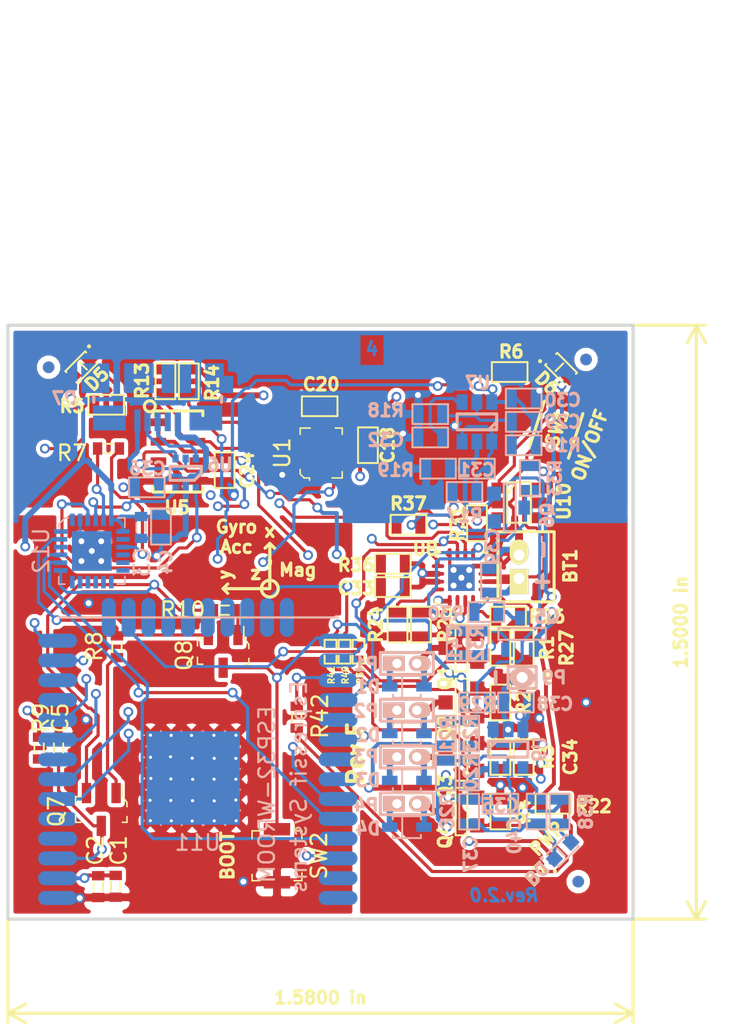
<source format=kicad_pcb>
(kicad_pcb (version 20171130) (host pcbnew 5.0.2+dfsg1-1)
  (title_block (title "Crazyflie control board") (date 2020-05-06) (rev 2.0) (company "Bitcraze AB (CC BY-NC-SA)"))
  (layers (0 Front_L1 signal) (1 Gnd_L2 power) (2 Vcc_L3 power) (31 Back_L4 signal) (34 B.Paste user hide) (35 F.Paste user hide) (36 B.SilkS user) (37 F.SilkS user) (38 B.Mask user hide) (39 F.Mask user hide) (44 Edge.Cuts user))
  (net 0 "")
  (net 1 +BATT)
  (net 2 /MOTOR1)
  (net 3 /MOTOR2)
  (net 4 /MOTOR3)
  (net 5 /MOTOR4)
  (net 6 /POWER/D+)
  (net 7 /POWER/D-)
  (net 8 /POWER/VBAT)
  (net 9 AGND)
  (net 10 DGND)
  (net 11 GND)
  (net 12 VCC)
  (net 13 VCCA)
  (net 14 VCOM)
  (net 15 "Net-(C29-Pad2)")
  (net 16 "Net-(C31-Pad1)")
  (net 17 "Net-(C32-Pad1)")
  (net 18 "Net-(C35-Pad2)")
  (net 19 "Net-(C40-Pad1)")
  (net 20 "Net-(D1-Pad1)")
  (net 21 "Net-(D2-Pad1)")
  (net 22 "Net-(D3-Pad1)")
  (net 23 "Net-(D4-Pad1)")
  (net 24 "Net-(D5-Pad2)")
  (net 25 "Net-(D6-Pad2)")
  (net 26 "Net-(D7-Pad1)")
  (net 27 "Net-(D8-Pad1)")
  (net 28 "Net-(Q1-PadG)")
  (net 29 "Net-(Q2-PadG)")
  (net 30 "Net-(Q3-PadG)")
  (net 31 "Net-(Q4-PadG)")
  (net 32 "Net-(Q5-PadD)")
  (net 33 "Net-(Q6-PadD)")
  (net 34 /I2C_SCK_VCCA)
  (net 35 /I2C_SCL_VCCA)
  (net 36 /PGOOD)
  (net 37 "Net-(R24-Pad2)")
  (net 38 "Net-(R25-Pad2)")
  (net 39 "Net-(R26-Pad2)")
  (net 40 "Net-(R27-Pad2)")
  (net 41 /SYSOFF)
  (net 42 "Net-(R33-Pad1)")
  (net 43 "Net-(SW1-Pad2)")
  (net 44 /EN1)
  (net 45 /INT_GA)
  (net 46 /CHG)
  (net 47 /EN2)
  (net 48 "Net-(U11-Pad35)")
  (net 49 "Net-(U11-Pad34)")
  (net 50 "Net-(R7-Pad1)")
  (net 51 "Net-(R7-Pad2)")
  (net 52 /POWER/VUSB)
  (net 53 "Net-(Q7-Pad1)")
  (net 54 "Net-(Q8-Pad2)")
  (net 55 "Net-(Q7-Pad2)")
  (net 56 "Net-(Q8-Pad1)")
  (net 57 "Net-(Q8-Pad3)")
  (net 58 "Net-(R5-Pad1)")
  (net 59 "Net-(R6-Pad1)")
  (net 60 "Net-(C5-Pad2)")
  (net 61 /USBD+)
  (net 62 /USBD-)
  (module Fiducials:Fiducial_0.75mm_Dia_1.5mm_Outer (layer Back_L4) (at 156.5 118.5)
    (fp_text reference "" (at 1.25 1.75) (layer B.SilkS) (effects (justify mirror)))
    (fp_text value Fiducial_0.75mm_Dia_1.5mm_Outer)
    (pad ~ smd circle (at 0 0) (size 0.75 0.75) (layers Back_L4 B.Mask) (clearance 0.375))
  )
  (module Fiducials:Fiducial_0.75mm_Dia_1.5mm_Outer (layer Back_L4) (at 157 85)
    (fp_text reference "" (at 1.5 -1.25) (layer B.SilkS) (effects (justify mirror)))
    (fp_text value Fiducial_0.75mm_Dia_1.5mm_Outer)
    (pad ~ smd circle (at 0 0) (size 0.75 0.75) (layers Back_L4 B.Mask) (clearance 0.375))
  )
  (module Fiducials:Fiducial_0.75mm_Dia_1.5mm_Outer (layer Back_L4) (at 122.5 85.5)
    (fp_text reference "" (at -1.75 -1.5) (layer B.SilkS) (effects (justify mirror)))
    (fp_text value Fiducial_0.75mm_Dia_1.5mm_Outer)
    (pad ~ smd circle (at 0 0) (size 0.75 0.75) (layers Back_L4 B.Mask) (clearance 0.375))
  )
  (module Fiducials:Fiducial_0.75mm_Dia_1.5mm_Outer (layer Front_L1) (at 122.5 85.5)
    (fp_text reference "" (at -1.25 -1.75) (layer F.SilkS))
    (fp_text value Fiducial_0.75mm_Dia_1.5mm_Outer)
    (pad ~ smd circle (at 0 0) (size 0.75 0.75) (layers Front_L1 F.Mask) (clearance 0.375))
  )
  (module Fiducials:Fiducial_0.75mm_Dia_1.5mm_Outer (layer Front_L1) (at 156.5 118.5)
    (fp_text reference "" (at 1.25 1.5) (layer F.SilkS))
    (fp_text value Fiducial_0.75mm_Dia_1.5mm_Outer)
    (pad ~ smd circle (at 0 0) (size 0.75 0.75) (layers Front_L1 F.Mask) (clearance 0.375))
  )
  (module ESP32-footprints-Lib:0603_new_new (layer Front_L1) (at 138.43 107.95 270)
    (fp_text reference R42 (at -0.06604 -1.49352 270) (layer F.SilkS))
    (fp_text value 100R)
    (pad 2 smd rect (at 0.7 0 270) (size 0.6 0.8) (layers Front_L1 F.Paste F.Mask) (net 31 "Net-(Q4-PadG)"))
    (pad 1 smd rect (at -0.7 0 270) (size 0.6 0.8) (layers Front_L1 F.Paste F.Mask) (net 5 /MOTOR4))
  )
  (module SOT23_6 (layer Back_L4) (at 151.99868 110.00486)
    (fp_text reference U9 (at 2.00132 -0.00486 90) (layer B.SilkS) (effects (font (size 0.8001 0.8001) (thickness 0.20066)) (justify mirror)))
    (fp_text value TPS79301 hide)
    (pad 6 smd rect (at -0.9525 1.27) (size 0.70104 1.00076) (layers Back_L4 B.Paste B.Mask) (net 12 VCC))
    (pad 5 smd rect (at 0 1.27) (size 0.70104 1.00076) (layers Back_L4 B.Paste B.Mask) (net 18 "Net-(C35-Pad2)"))
    (pad 4 smd rect (at 0.9525 1.27) (size 0.70104 1.00076) (layers Back_L4 B.Paste B.Mask) (net 19 "Net-(C40-Pad1)"))
    (pad 3 smd rect (at 0.9525 -1.27) (size 0.70104 1.00076) (layers Back_L4 B.Paste B.Mask) (net 14 VCOM))
    (pad 2 smd rect (at 0 -1.27) (size 0.70104 1.00076) (layers Back_L4 B.Paste B.Mask) (net 11 GND))
    (pad 1 smd rect (at -0.9525 -1.27) (size 0.70104 1.00076) (layers Back_L4 B.Paste B.Mask) (net 14 VCOM))
  )
  (module SOT23_6 (layer Back_L4) (at 149.99462 89.0016 180)
    (fp_text reference U7 (at -0.05588 2.5016 180) (layer B.SilkS) (effects (font (size 0.8001 0.8001) (thickness 0.20066)) (justify mirror)))
    (fp_text value TPS79301 hide)
    (pad 6 smd rect (at -0.9525 1.27 180) (size 0.70104 1.00076) (layers Back_L4 B.Paste B.Mask) (net 13 VCCA))
    (pad 5 smd rect (at 0 1.27 180) (size 0.70104 1.00076) (layers Back_L4 B.Paste B.Mask) (net 15 "Net-(C29-Pad2)"))
    (pad 4 smd rect (at 0.9525 1.27 180) (size 0.70104 1.00076) (layers Back_L4 B.Paste B.Mask) (net 17 "Net-(C32-Pad1)"))
    (pad 3 smd rect (at 0.9525 -1.27 180) (size 0.70104 1.00076) (layers Back_L4 B.Paste B.Mask) (net 16 "Net-(C31-Pad1)"))
    (pad 2 smd rect (at 0 -1.27 180) (size 0.70104 1.00076) (layers Back_L4 B.Paste B.Mask) (net 11 GND))
    (pad 1 smd rect (at -0.9525 -1.27 180) (size 0.70104 1.00076) (layers Back_L4 B.Paste B.Mask) (net 16 "Net-(C31-Pad1)"))
  )
  (module MS5611 (layer Front_L1) (at 130.79984 90.90406)
    (fp_text reference U5 (at -0.0508 3.59594) (layer F.SilkS) (effects (font (size 0.8001 0.8001) (thickness 0.20066))))
    (fp_text value MS5611-01BA03 hide)
    (pad 1 smd rect (at -1.24968 -1.87452 90) (size 0.50038 1.00076) (layers Front_L1 F.Paste F.Mask) (net 13 VCCA))
    (pad 2 smd rect (at -1.24968 -0.62484 90) (size 0.50038 1.00076) (layers Front_L1 F.Paste F.Mask) (net 13 VCCA))
    (pad 3 smd rect (at -1.24968 0.62484 90) (size 0.50038 1.00076) (layers Front_L1 F.Paste F.Mask) (net 9 AGND))
    (pad 4 smd rect (at -1.24968 1.87452 90) (size 0.50038 1.00076) (layers Front_L1 F.Paste F.Mask) (net 9 AGND))
    (pad 5 smd rect (at 1.24968 1.87452 90) (size 0.50038 1.00076) (layers Front_L1 F.Paste F.Mask) (net 9 AGND))
    (pad 6 smd rect (at 1.24968 0.62484 90) (size 0.50038 1.00076) (layers Front_L1 F.Paste F.Mask))
    (pad 7 smd rect (at 1.25984 -0.62484 90) (size 0.50038 1.00076) (layers Front_L1 F.Paste F.Mask) (net 34 /I2C_SCK_VCCA))
    (pad 8 smd rect (at 1.24968 -1.87452 90) (size 0.50038 1.00076) (layers Front_L1 F.Paste F.Mask) (net 35 /I2C_SCL_VCCA))
  )
  (module SM0603_Capa (layer Front_L1) (at 133.79958 92.10294 270)
    (fp_text reference C24 (at 0 -1.45042 270) (layer F.SilkS) (effects (font (size 0.8001 0.8001) (thickness 0.20066))))
    (fp_text value 100nF hide)
    (pad 1 smd rect (at -0.762 0 270) (size 0.635 1.143) (layers Front_L1 F.Paste F.Mask) (net 13 VCCA))
    (pad 2 smd rect (at 0.762 0 270) (size 0.635 1.143) (layers Front_L1 F.Paste F.Mask) (net 9 AGND))
  )
  (module SM0603 (layer Back_L4) (at 155.30068 114.00282 90)
    (fp_text reference R38 (at 0.00282 1.69932 90) (layer B.SilkS) (effects (font (size 0.8001 0.8001) (thickness 0.20066)) (justify mirror)))
    (fp_text value 1k hide)
    (pad 1 smd rect (at -0.762 0 90) (size 0.635 1.143) (layers Back_L4 B.Paste B.Mask) (net 27 "Net-(D8-Pad1)"))
    (pad 2 smd rect (at 0.762 0 90) (size 0.635 1.143) (layers Back_L4 B.Paste B.Mask) (net 12 VCC))
  )
  (module SM0603 (layer Front_L1) (at 145.60042 95.60306)
    (fp_text reference R37 (at 0 -1.35306) (layer F.SilkS) (effects (font (size 0.8001 0.8001) (thickness 0.20066))))
    (fp_text value 10k hide)
    (pad 1 smd rect (at -0.762 0) (size 0.635 1.143) (layers Front_L1 F.Paste F.Mask) (net 11 GND))
    (pad 2 smd rect (at 0.762 0) (size 0.635 1.143) (layers Front_L1 F.Paste F.Mask) (net 52 /POWER/VUSB))
  )
  (module SOT23GDS (layer Back_L4) (at 152.10028 94.50324 270)
    (fp_text reference Q6 (at 0.49676 -2.39972 270) (layer B.SilkS) (effects (font (size 0.8001 0.8001) (thickness 0.20066)) (justify mirror)))
    (fp_text value 2N7002 hide)
    (pad S smd rect (at -0.889 1.016 270) (size 0.9144 0.9144) (layers Back_L4 B.Paste B.Mask) (net 11 GND))
    (pad G smd rect (at 0.889 1.016 270) (size 0.9144 0.9144) (layers Back_L4 B.Paste B.Mask) (net 52 /POWER/VUSB))
    (pad D smd rect (at 0 -1.016 270) (size 0.9144 0.9144) (layers Back_L4 B.Paste B.Mask) (net 33 "Net-(Q6-PadD)"))
  )
  (module SM0603 (layer Front_L1) (at 144.59966 98.10242)
    (fp_text reference R36 (at -2.35966 0.09144) (layer F.SilkS) (effects (font (size 0.8001 0.8001) (thickness 0.20066))))
    (fp_text value 10k hide)
    (pad 1 smd rect (at -0.762 0) (size 0.635 1.143) (layers Front_L1 F.Paste F.Mask) (net 11 GND))
    (pad 2 smd rect (at 0.762 0) (size 0.635 1.143) (layers Front_L1 F.Paste F.Mask) (net 14 VCOM))
  )
  (module SOT23GDS (layer Back_L4) (at 152.90038 102.6033)
    (fp_text reference Q5 (at 1.59962 -1.1033) (layer B.SilkS) (effects (font (size 0.8001 0.8001) (thickness 0.20066)) (justify mirror)))
    (fp_text value 2N7002 hide)
    (pad S smd rect (at -0.889 1.016) (size 0.9144 0.9144) (layers Back_L4 B.Paste B.Mask) (net 8 /POWER/VBAT))
    (pad G smd rect (at 0.889 1.016) (size 0.9144 0.9144) (layers Back_L4 B.Paste B.Mask) (net 14 VCOM))
    (pad D smd rect (at 0 -1.016) (size 0.9144 0.9144) (layers Back_L4 B.Paste B.Mask) (net 32 "Net-(Q5-PadD)"))
  )
  (module PINHEADER_127_1X1 (layer Back_L4) (at 152.90038 105.40238)
    (fp_text reference P9 (at 2.03962 0.00762) (layer B.SilkS) (effects (font (size 0.8001 0.8001) (thickness 0.20066)) (justify mirror)))
    (fp_text value CONN_1 hide)
    (pad 1 thru_hole oval (at 0 0) (size 1.6002 1.19888) (drill 0.70104) (layers *.Cu *.Mask B.SilkS) (net 11 GND))
  )
  (module SM0603 (layer Back_L4) (at 153.40076 92.60332 270)
    (fp_text reference R33 (at 0 -1.59924 270) (layer B.SilkS) (effects (font (size 0.8001 0.8001) (thickness 0.20066)) (justify mirror)))
    (fp_text value 10k hide)
    (pad 1 smd rect (at -0.762 0 270) (size 0.635 1.143) (layers Back_L4 B.Paste B.Mask) (net 42 "Net-(R33-Pad1)"))
    (pad 2 smd rect (at 0.762 0 270) (size 0.635 1.143) (layers Back_L4 B.Paste B.Mask) (net 33 "Net-(Q6-PadD)"))
  )
  (module SM0603 (layer Front_L1) (at 146.40052 102.00386 90)
    (fp_text reference R25 (at 0 1.55448 90) (layer F.SilkS) (effects (font (size 0.8001 0.8001) (thickness 0.20066))))
    (fp_text value 10k hide)
    (pad 1 smd rect (at -0.762 0 90) (size 0.635 1.143) (layers Front_L1 F.Paste F.Mask) (net 11 GND))
    (pad 2 smd rect (at 0.762 0 90) (size 0.635 1.143) (layers Front_L1 F.Paste F.Mask) (net 38 "Net-(R25-Pad2)"))
  )
  (module PINHEADER_127_2X1 (layer Back_L4) (at 145.49882 107.50296 90)
    (fp_text reference P2 (at -0.04826 -2.62382 180) (layer B.SilkS) (effects (font (size 0.8001 0.8001) (thickness 0.20066)) (justify mirror)))
    (fp_text value CONN_2 hide)
    (pad 1 thru_hole rect (at 0 -0.635 90) (size 1.00076 1.39954) (drill 0.59944 (offset 0 -0.20066)) (layers *.Cu *.Mask B.SilkS) (net 1 +BATT))
    (pad 2 thru_hole oval (at 0 0.635 90) (size 1.00076 1.39954) (drill 0.59944 (offset 0 0.20066)) (layers *.Cu *.Mask B.SilkS) (net 21 "Net-(D2-Pad1)"))
  )
  (module PINHEADER_127_2X1 (layer Back_L4) (at 145.49882 113.50244 90)
    (fp_text reference P4 (at -0.09652 -2.62382 180) (layer B.SilkS) (effects (font (size 0.8001 0.8001) (thickness 0.20066)) (justify mirror)))
    (fp_text value CONN_2 hide)
    (pad 1 thru_hole rect (at 0 -0.635 90) (size 1.00076 1.39954) (drill 0.59944 (offset 0 -0.20066)) (layers *.Cu *.Mask B.SilkS) (net 1 +BATT))
    (pad 2 thru_hole oval (at 0 0.635 90) (size 1.00076 1.39954) (drill 0.59944 (offset 0 0.20066)) (layers *.Cu *.Mask B.SilkS) (net 23 "Net-(D4-Pad1)"))
  )
  (module PINHEADER_127_2X1 (layer Back_L4) (at 145.49882 104.50322 90)
    (fp_text reference P1 (at -0.04572 -2.62382 180) (layer B.SilkS) (effects (font (size 0.8001 0.8001) (thickness 0.20066)) (justify mirror)))
    (fp_text value CONN_2 hide)
    (pad 1 thru_hole rect (at 0 -0.635 90) (size 1.00076 1.39954) (drill 0.59944 (offset 0 -0.20066)) (layers *.Cu *.Mask B.SilkS) (net 1 +BATT))
    (pad 2 thru_hole oval (at 0 0.635 90) (size 1.00076 1.39954) (drill 0.59944 (offset 0 0.20066)) (layers *.Cu *.Mask B.SilkS) (net 20 "Net-(D1-Pad1)"))
  )
  (module PINHEADER_127_2X1 (layer Back_L4) (at 145.49882 110.5027 90)
    (fp_text reference P3 (at 0.0127 -2.62382 180) (layer B.SilkS) (effects (font (size 0.8001 0.8001) (thickness 0.20066)) (justify mirror)))
    (fp_text value CONN_2 hide)
    (pad 1 thru_hole rect (at 0 -0.635 90) (size 1.00076 1.39954) (drill 0.59944 (offset 0 -0.20066)) (layers *.Cu *.Mask B.SilkS) (net 1 +BATT))
    (pad 2 thru_hole oval (at 0 0.635 90) (size 1.00076 1.39954) (drill 0.59944 (offset 0 0.20066)) (layers *.Cu *.Mask B.SilkS) (net 22 "Net-(D3-Pad1)"))
  )
  (module SM0603_Capa (layer Front_L1) (at 144.59966 99.60356 180)
    (fp_text reference C33 (at 2.35966 -0.09144 180) (layer F.SilkS) (effects (font (size 0.8001 0.8001) (thickness 0.20066))))
    (fp_text value 100nF hide)
    (pad 1 smd rect (at -0.762 0 180) (size 0.635 1.143) (layers Front_L1 F.Paste F.Mask) (net 14 VCOM))
    (pad 2 smd rect (at 0.762 0 180) (size 0.635 1.143) (layers Front_L1 F.Paste F.Mask) (net 11 GND))
  )
  (module SMDLED-0603 (layer Front_L1) (at 155.39974 85.60308 135)
    (fp_text reference D6 (at 0 -1.30048 135) (layer F.SilkS) (effects (font (size 0.8001 0.8001) (thickness 0.20066))))
    (fp_text value "GREEN LED" hide)
    (pad 1 smd rect (at -0.7493 0 135) (size 0.79756 0.79756) (layers Front_L1 F.Paste F.Mask) (net 12 VCC))
    (pad 2 smd rect (at 0.7493 0 135) (size 0.79756 0.79756) (layers Front_L1 F.Paste F.Mask) (net 25 "Net-(D6-Pad2)"))
  )
  (module SMDLED-0603 (layer Front_L1) (at 124.5997 85.50402 45)
    (fp_text reference D5 (at 0.172421 1.24646 45) (layer F.SilkS) (effects (font (size 0.8001 0.8001) (thickness 0.20066))))
    (fp_text value "RED LED" hide)
    (pad 1 smd rect (at -0.7493 0 45) (size 0.79756 0.79756) (layers Front_L1 F.Paste F.Mask) (net 12 VCC))
    (pad 2 smd rect (at 0.7493 0 45) (size 0.79756 0.79756) (layers Front_L1 F.Paste F.Mask) (net 24 "Net-(D5-Pad2)"))
  )
  (module sod323 (layer Back_L4) (at 145.49882 115.00358 180)
    (fp_text reference D4 (at 2.49882 -0.09652 180) (layer B.SilkS) (effects (font (size 0.8001 0.8001) (thickness 0.20066)) (justify mirror)))
    (fp_text value BAT54 hide)
    (pad 2 smd rect (at 1.09982 0 180) (size 1.00076 0.59944) (layers Back_L4 B.Paste B.Mask) (net 1 +BATT))
    (pad 1 smd rect (at -1.09982 0 180) (size 1.00076 0.59944) (layers Back_L4 B.Paste B.Mask) (net 23 "Net-(D4-Pad1)"))
  )
  (module sod323 (layer Back_L4) (at 145.49882 112.00384 180)
    (fp_text reference D3 (at 2.49882 0.00384 180) (layer B.SilkS) (effects (font (size 0.8001 0.8001) (thickness 0.20066)) (justify mirror)))
    (fp_text value BAT54 hide)
    (pad 2 smd rect (at 1.09982 0 180) (size 1.00076 0.59944) (layers Back_L4 B.Paste B.Mask) (net 1 +BATT))
    (pad 1 smd rect (at -1.09982 0 180) (size 1.00076 0.59944) (layers Back_L4 B.Paste B.Mask) (net 22 "Net-(D3-Pad1)"))
  )
  (module sod323 (layer Back_L4) (at 145.49882 109.0041 180)
    (fp_text reference D2 (at 2.49882 -0.09652 180) (layer B.SilkS) (effects (font (size 0.8001 0.8001) (thickness 0.20066)) (justify mirror)))
    (fp_text value BAT54 hide)
    (pad 2 smd rect (at 1.09982 0 180) (size 1.00076 0.59944) (layers Back_L4 B.Paste B.Mask) (net 1 +BATT))
    (pad 1 smd rect (at -1.09982 0 180) (size 1.00076 0.59944) (layers Back_L4 B.Paste B.Mask) (net 21 "Net-(D2-Pad1)"))
  )
  (module sod323 (layer Back_L4) (at 145.49882 106.00436 180)
    (fp_text reference D1 (at 2.49882 0.00436 180) (layer B.SilkS) (effects (font (size 0.8001 0.8001) (thickness 0.20066)) (justify mirror)))
    (fp_text value BAT54 hide)
    (pad 2 smd rect (at 1.09982 0 180) (size 1.00076 0.59944) (layers Back_L4 B.Paste B.Mask) (net 1 +BATT))
    (pad 1 smd rect (at -1.09982 0 180) (size 1.00076 0.59944) (layers Back_L4 B.Paste B.Mask) (net 20 "Net-(D1-Pad1)"))
  )
  (module SM0603 (layer Back_L4) (at 150.09876 103.20274 90)
    (fp_text reference R32 (at 0 -0.1016 90) (layer B.SilkS) (effects (font (size 0.8001 0.8001) (thickness 0.20066)) (justify mirror)))
    (fp_text value 10k hide)
    (pad 1 smd rect (at -0.762 0 90) (size 0.635 1.143) (layers Back_L4 B.Paste B.Mask) (net 11 GND))
    (pad 2 smd rect (at 0.762 0 90) (size 0.635 1.143) (layers Back_L4 B.Paste B.Mask) (net 8 /POWER/VBAT))
  )
  (module SM0603 (layer Front_L1) (at 149.9997 95.504 270)
    (fp_text reference R31 (at 0 1.2497 270) (layer F.SilkS) (effects (font (size 0.8001 0.8001) (thickness 0.20066))))
    (fp_text value 100k hide)
    (pad 1 smd rect (at -0.762 0 270) (size 0.635 1.143) (layers Front_L1 F.Paste F.Mask) (net 11 GND))
    (pad 2 smd rect (at 0.762 0 270) (size 0.635 1.143) (layers Front_L1 F.Paste F.Mask) (net 41 /SYSOFF))
  )
  (module SM0603 (layer Back_L4) (at 150.59914 101.20122 180)
    (fp_text reference R30 (at 2.59914 -0.1016 180) (layer B.SilkS) (effects (font (size 0.8001 0.8001) (thickness 0.20066)) (justify mirror)))
    (fp_text value 20k hide)
    (pad 1 smd rect (at -0.762 0 180) (size 0.635 1.143) (layers Back_L4 B.Paste B.Mask) (net 32 "Net-(Q5-PadD)"))
    (pad 2 smd rect (at 0.762 0 180) (size 0.635 1.143) (layers Back_L4 B.Paste B.Mask) (net 1 +BATT))
  )
  (module SM0603 (layer Back_L4) (at 149.9997 107.00512)
    (fp_text reference R29 (at 0 0.09906) (layer B.SilkS) (effects (font (size 0.8001 0.8001) (thickness 0.20066)) (justify mirror)))
    (fp_text value 0R hide)
    (pad 1 smd rect (at -0.762 0) (size 0.635 1.143) (layers Back_L4 B.Paste B.Mask) (net 10 DGND))
    (pad 2 smd rect (at 0.762 0) (size 0.635 1.143) (layers Back_L4 B.Paste B.Mask) (net 11 GND))
  )
  (module SM0603 (layer Front_L1) (at 151.50084 103.50246 90)
    (fp_text reference R1 (at 0 2.99916 90) (layer F.SilkS) (effects (font (size 0.8001 0.8001) (thickness 0.20066))))
    (fp_text value 10k hide)
    (pad 1 smd rect (at -0.762 0 90) (size 0.635 1.143) (layers Front_L1 F.Paste F.Mask) (net 28 "Net-(Q1-PadG)"))
    (pad 2 smd rect (at 0.762 0 90) (size 0.635 1.143) (layers Front_L1 F.Paste F.Mask) (net 11 GND))
  )
  (module SM0603 (layer Front_L1) (at 151.50084 107.00258 90)
    (fp_text reference R2 (at 0 1.49916 90) (layer F.SilkS) (effects (font (size 0.8001 0.8001) (thickness 0.20066))))
    (fp_text value 10k hide)
    (pad 1 smd rect (at -0.762 0 90) (size 0.635 1.143) (layers Front_L1 F.Paste F.Mask) (net 29 "Net-(Q2-PadG)"))
    (pad 2 smd rect (at 0.762 0 90) (size 0.635 1.143) (layers Front_L1 F.Paste F.Mask) (net 11 GND))
  )
  (module SM0603 (layer Front_L1) (at 151.50084 110.5027 90)
    (fp_text reference R3 (at 0.0027 2.99916 90) (layer F.SilkS) (effects (font (size 0.8001 0.8001) (thickness 0.20066))))
    (fp_text value 10k hide)
    (pad 1 smd rect (at -0.762 0 90) (size 0.635 1.143) (layers Front_L1 F.Paste F.Mask) (net 30 "Net-(Q3-PadG)"))
    (pad 2 smd rect (at 0.762 0 90) (size 0.635 1.143) (layers Front_L1 F.Paste F.Mask) (net 11 GND))
  )
  (module SM0603 (layer Front_L1) (at 151.50084 114.00282 90)
    (fp_text reference R4 (at 0 1.49916 90) (layer F.SilkS) (effects (font (size 0.8001 0.8001) (thickness 0.20066))))
    (fp_text value 10k hide)
    (pad 1 smd rect (at -0.762 0 90) (size 0.635 1.143) (layers Front_L1 F.Paste F.Mask) (net 31 "Net-(Q4-PadG)"))
    (pad 2 smd rect (at 0.762 0 90) (size 0.635 1.143) (layers Front_L1 F.Paste F.Mask) (net 11 GND))
  )
  (module SM0603 (layer Front_L1) (at 126.1999 87.90432)
    (fp_text reference R5 (at -2.1999 0.09568) (layer F.SilkS) (effects (font (size 0.8001 0.8001) (thickness 0.20066))))
    (fp_text value 330R hide)
    (pad 1 smd rect (at -0.762 0) (size 0.635 1.143) (layers Front_L1 F.Paste F.Mask) (net 58 "Net-(R5-Pad1)"))
    (pad 2 smd rect (at 0.762 0) (size 0.635 1.143) (layers Front_L1 F.Paste F.Mask) (net 24 "Net-(D5-Pad2)"))
  )
  (module SM0603 (layer Front_L1) (at 152.10028 85.80374)
    (fp_text reference R6 (at 0.1016 -1.30374) (layer F.SilkS) (effects (font (size 0.8001 0.8001) (thickness 0.20066))))
    (fp_text value 220R hide)
    (pad 1 smd rect (at -0.762 0) (size 0.635 1.143) (layers Front_L1 F.Paste F.Mask) (net 59 "Net-(R6-Pad1)"))
    (pad 2 smd rect (at 0.762 0) (size 0.635 1.143) (layers Front_L1 F.Paste F.Mask) (net 25 "Net-(D6-Pad2)"))
  )
  (module SM0603 (layer Back_L4) (at 147.99818 111.506 90)
    (fp_text reference R28 (at -2.494 0.1016 90) (layer B.SilkS) (effects (font (size 0.8001 0.8001) (thickness 0.20066)) (justify mirror)))
    (fp_text value 30k hide)
    (pad 1 smd rect (at -0.762 0 90) (size 0.635 1.143) (layers Back_L4 B.Paste B.Mask) (net 10 DGND))
    (pad 2 smd rect (at 0.762 0 90) (size 0.635 1.143) (layers Back_L4 B.Paste B.Mask) (net 18 "Net-(C35-Pad2)"))
  )
  (module SM0603 (layer Front_L1) (at 152.99944 103.50246 90)
    (fp_text reference R27 (at 0 2.75056 90) (layer F.SilkS) (effects (font (size 0.8001 0.8001) (thickness 0.20066))))
    (fp_text value 10k hide)
    (pad 1 smd rect (at -0.762 0 90) (size 0.635 1.143) (layers Front_L1 F.Paste F.Mask) (net 11 GND))
    (pad 2 smd rect (at 0.762 0 90) (size 0.635 1.143) (layers Front_L1 F.Paste F.Mask) (net 40 "Net-(R27-Pad2)"))
  )
  (module SM0603 (layer Front_L1) (at 151.99868 101.50348 180)
    (fp_text reference R26 (at -2.50132 0.00348 180) (layer F.SilkS) (effects (font (size 0.8001 0.8001) (thickness 0.20066))))
    (fp_text value 1.2K hide)
    (pad 1 smd rect (at -0.762 0 180) (size 0.635 1.143) (layers Front_L1 F.Paste F.Mask) (net 11 GND))
    (pad 2 smd rect (at 0.762 0 180) (size 0.635 1.143) (layers Front_L1 F.Paste F.Mask) (net 39 "Net-(R26-Pad2)"))
  )
  (module SM0603 (layer Front_L1) (at 144.89938 102.00386 90)
    (fp_text reference R24 (at 0 -1.38938 90) (layer F.SilkS) (effects (font (size 0.8001 0.8001) (thickness 0.20066))))
    (fp_text value 1.2k hide)
    (pad 1 smd rect (at -0.762 0 90) (size 0.635 1.143) (layers Front_L1 F.Paste F.Mask) (net 11 GND))
    (pad 2 smd rect (at 0.762 0 90) (size 0.635 1.143) (layers Front_L1 F.Paste F.Mask) (net 37 "Net-(R24-Pad2)"))
  )
  (module SM0603 (layer Back_L4) (at 149.49932 109.0041 90)
    (fp_text reference R23 (at 0 0.1016 90) (layer B.SilkS) (effects (font (size 0.8001 0.8001) (thickness 0.20066)) (justify mirror)))
    (fp_text value 150k hide)
    (pad 1 smd rect (at -0.762 0 90) (size 0.635 1.143) (layers Back_L4 B.Paste B.Mask) (net 18 "Net-(C35-Pad2)"))
    (pad 2 smd rect (at 0.762 0 90) (size 0.635 1.143) (layers Back_L4 B.Paste B.Mask) (net 36 /PGOOD))
  )
  (module SM0603 (layer Front_L1) (at 154.89936 113.50244 180)
    (fp_text reference R22 (at -2.58064 -0.16256 180) (layer F.SilkS) (effects (font (size 0.8001 0.8001) (thickness 0.20066))))
    (fp_text value 1k hide)
    (pad 1 smd rect (at -0.762 0 180) (size 0.635 1.143) (layers Front_L1 F.Paste F.Mask) (net 26 "Net-(D7-Pad1)"))
    (pad 2 smd rect (at 0.762 0 180) (size 0.635 1.143) (layers Front_L1 F.Paste F.Mask) (net 12 VCC))
  )
  (module SM0603 (layer Back_L4) (at 148.00072 109.0041 270)
    (fp_text reference R21 (at 0.09906 -0.09906 270) (layer B.SilkS) (effects (font (size 0.8001 0.8001) (thickness 0.20066)) (justify mirror)))
    (fp_text value 300k hide)
    (pad 1 smd rect (at -0.762 0 270) (size 0.635 1.143) (layers Back_L4 B.Paste B.Mask) (net 36 /PGOOD))
    (pad 2 smd rect (at 0.762 0 270) (size 0.635 1.143) (layers Back_L4 B.Paste B.Mask) (net 12 VCC))
  )
  (module SM0603 (layer Back_L4) (at 149.49932 111.506 270)
    (fp_text reference R20 (at -0.00254 -0.1016 270) (layer B.SilkS) (effects (font (size 0.8001 0.8001) (thickness 0.20066)) (justify mirror)))
    (fp_text value 42.2k hide)
    (pad 1 smd rect (at -0.762 0 270) (size 0.635 1.143) (layers Back_L4 B.Paste B.Mask) (net 18 "Net-(C35-Pad2)"))
    (pad 2 smd rect (at 0.762 0 270) (size 0.635 1.143) (layers Back_L4 B.Paste B.Mask) (net 12 VCC))
  )
  (module SM0603 (layer Front_L1) (at 129.99974 86.40318 270)
    (fp_text reference R13 (at -0.04318 1.49974 270) (layer F.SilkS) (effects (font (size 0.8001 0.8001) (thickness 0.20066))))
    (fp_text value 2.2k hide)
    (pad 1 smd rect (at -0.762 0 270) (size 0.635 1.143) (layers Front_L1 F.Paste F.Mask) (net 13 VCCA))
    (pad 2 smd rect (at 0.762 0 270) (size 0.635 1.143) (layers Front_L1 F.Paste F.Mask) (net 34 /I2C_SCK_VCCA))
  )
  (module SM0603 (layer Front_L1) (at 131.50088 86.40318 270)
    (fp_text reference R14 (at 0.09682 -1.49912 270) (layer F.SilkS) (effects (font (size 0.8001 0.8001) (thickness 0.20066))))
    (fp_text value 2.2k hide)
    (pad 1 smd rect (at -0.762 0 270) (size 0.635 1.143) (layers Front_L1 F.Paste F.Mask) (net 13 VCCA))
    (pad 2 smd rect (at 0.762 0 270) (size 0.635 1.143) (layers Front_L1 F.Paste F.Mask) (net 35 /I2C_SCL_VCCA))
  )
  (module SM0603 (layer Back_L4) (at 152.99944 90.50274)
    (fp_text reference R16 (at 2.50056 0) (layer B.SilkS) (effects (font (size 0.8001 0.8001) (thickness 0.20066)) (justify mirror)))
    (fp_text value 39k hide)
    (pad 1 smd rect (at -0.762 0) (size 0.635 1.143) (layers Back_L4 B.Paste B.Mask) (net 15 "Net-(C29-Pad2)"))
    (pad 2 smd rect (at 0.762 0) (size 0.635 1.143) (layers Back_L4 B.Paste B.Mask) (net 13 VCCA))
  )
  (module SM0603 (layer Back_L4) (at 149.1996 93.50248 180)
    (fp_text reference R17 (at 0 -1.49752 180) (layer B.SilkS) (effects (font (size 0.8001 0.8001) (thickness 0.20066)) (justify mirror)))
    (fp_text value 10R hide)
    (pad 1 smd rect (at -0.762 0 180) (size 0.635 1.143) (layers Back_L4 B.Paste B.Mask) (net 16 "Net-(C31-Pad1)"))
    (pad 2 smd rect (at 0.762 0 180) (size 0.635 1.143) (layers Back_L4 B.Paste B.Mask) (net 14 VCOM))
  )
  (module SM0603 (layer Back_L4) (at 146.99996 88.50376)
    (fp_text reference R18 (at -2.85496 -0.23876) (layer B.SilkS) (effects (font (size 0.8001 0.8001) (thickness 0.20066)) (justify mirror)))
    (fp_text value 30k hide)
    (pad 1 smd rect (at -0.762 0) (size 0.635 1.143) (layers Back_L4 B.Paste B.Mask) (net 9 AGND))
    (pad 2 smd rect (at 0.762 0) (size 0.635 1.143) (layers Back_L4 B.Paste B.Mask) (net 15 "Net-(C29-Pad2)"))
  )
  (module SM0603 (layer Back_L4) (at 147.50034 92.00388)
    (fp_text reference R19 (at -2.72034 0.0889) (layer B.SilkS) (effects (font (size 0.8001 0.8001) (thickness 0.20066)) (justify mirror)))
    (fp_text value 0R hide)
    (pad 1 smd rect (at -0.762 0) (size 0.635 1.143) (layers Back_L4 B.Paste B.Mask) (net 9 AGND))
    (pad 2 smd rect (at 0.762 0) (size 0.635 1.143) (layers Back_L4 B.Paste B.Mask) (net 11 GND))
  )
  (module SM0603_Capa (layer Front_L1) (at 139.90066 88 180)
    (fp_text reference C20 (at -0.09934 1.40356 180) (layer F.SilkS) (effects (font (size 0.8001 0.8001) (thickness 0.20066))))
    (fp_text value 100nF hide)
    (pad 1 smd rect (at -0.762 0 180) (size 0.635 1.143) (layers Front_L1 F.Paste F.Mask) (net 13 VCCA))
    (pad 2 smd rect (at 0.762 0 180) (size 0.635 1.143) (layers Front_L1 F.Paste F.Mask) (net 9 AGND))
  )
  (module SM0603_Capa (layer Front_L1) (at 143 90.5 90)
    (fp_text reference C18 (at 0 1.272 90) (layer F.SilkS) (effects (font (size 0.8001 0.8001) (thickness 0.20066))))
    (fp_text value 100nF hide)
    (pad 1 smd rect (at -0.762 0 90) (size 0.635 1.143) (layers Front_L1 F.Paste F.Mask) (net 13 VCCA))
    (pad 2 smd rect (at 0.762 0 90) (size 0.635 1.143) (layers Front_L1 F.Paste F.Mask) (net 9 AGND))
  )
  (module SM0603_Capa (layer Back_L4) (at 129.71272 95.7326 90)
    (fp_text reference C4 (at -2.2674 0.28728 90) (layer B.SilkS) (effects (font (size 0.8001 0.8001) (thickness 0.20066)) (justify mirror)))
    (fp_text value 4.7uF hide)
    (pad 1 smd rect (at -0.762 0 90) (size 0.635 1.143) (layers Back_L4 B.Paste B.Mask) (net 10 DGND))
    (pad 2 smd rect (at 0.762 0 90) (size 0.635 1.143) (layers Back_L4 B.Paste B.Mask) (net 12 VCC))
  )
  (module SM0603_Capa (layer Back_L4) (at 148.69922 103.20274 270)
    (fp_text reference C41 (at 0 0.09398 270) (layer B.SilkS) (effects (font (size 0.8001 0.8001) (thickness 0.20066)) (justify mirror)))
    (fp_text value 100nF hide)
    (pad 1 smd rect (at -0.762 0 270) (size 0.635 1.143) (layers Back_L4 B.Paste B.Mask) (net 8 /POWER/VBAT))
    (pad 2 smd rect (at 0.762 0 270) (size 0.635 1.143) (layers Back_L4 B.Paste B.Mask) (net 11 GND))
  )
  (module SM0603_Capa (layer Back_L4) (at 153.83002 114.00282 270)
    (fp_text reference C40 (at 1.56718 1.43002 270) (layer B.SilkS) (effects (font (size 0.8001 0.8001) (thickness 0.20066)) (justify mirror)))
    (fp_text value 10nF hide)
    (pad 1 smd rect (at -0.762 0 270) (size 0.635 1.143) (layers Back_L4 B.Paste B.Mask) (net 19 "Net-(C40-Pad1)"))
    (pad 2 smd rect (at 0.762 0 270) (size 0.635 1.143) (layers Back_L4 B.Paste B.Mask) (net 10 DGND))
  )
  (module SM0603_Capa (layer Back_L4) (at 150.89886 99.1997 90)
    (fp_text reference C39 (at 2.1997 0.10114 90) (layer B.SilkS) (effects (font (size 0.8001 0.8001) (thickness 0.20066)) (justify mirror)))
    (fp_text value 10uF hide)
    (pad 1 smd rect (at -0.762 0 90) (size 0.635 1.143) (layers Back_L4 B.Paste B.Mask) (net 1 +BATT))
    (pad 2 smd rect (at 0.762 0 90) (size 0.635 1.143) (layers Back_L4 B.Paste B.Mask) (net 11 GND))
  )
  (module SM0603_Capa (layer Back_L4) (at 152.49906 107.00512 180)
    (fp_text reference C38 (at -2.50094 -0.09906 180) (layer B.SilkS) (effects (font (size 0.8001 0.8001) (thickness 0.20066)) (justify mirror)))
    (fp_text value 100nF hide)
    (pad 1 smd rect (at -0.762 0 180) (size 0.635 1.143) (layers Back_L4 B.Paste B.Mask) (net 14 VCOM))
    (pad 2 smd rect (at 0.762 0 180) (size 0.635 1.143) (layers Back_L4 B.Paste B.Mask) (net 11 GND))
  )
  (module SM0603_Capa (layer Back_L4) (at 149.49932 114.00536 270)
    (fp_text reference C37 (at 2.74464 -0.1016 270) (layer B.SilkS) (effects (font (size 0.8001 0.8001) (thickness 0.20066)) (justify mirror)))
    (fp_text value 4.7uF hide)
    (pad 1 smd rect (at -0.762 0 270) (size 0.635 1.143) (layers Back_L4 B.Paste B.Mask) (net 12 VCC))
    (pad 2 smd rect (at 0.762 0 270) (size 0.635 1.143) (layers Back_L4 B.Paste B.Mask) (net 10 DGND))
  )
  (module SM0603_Capa (layer Back_L4) (at 128.80086 93.20276)
    (fp_text reference C36 (at 0.04826 -1.20276) (layer B.SilkS) (effects (font (size 0.8001 0.8001) (thickness 0.20066)) (justify mirror)))
    (fp_text value 100nF hide)
    (pad 1 smd rect (at -0.762 0) (size 0.635 1.143) (layers Back_L4 B.Paste B.Mask) (net 52 /POWER/VUSB))
    (pad 2 smd rect (at 0.762 0) (size 0.635 1.143) (layers Back_L4 B.Paste B.Mask) (net 10 DGND))
  )
  (module SM0603_Capa (layer Back_L4) (at 151.50084 113.50244)
    (fp_text reference C35 (at 0 0.1016) (layer B.SilkS) (effects (font (size 0.8001 0.8001) (thickness 0.20066)) (justify mirror)))
    (fp_text value 15pF hide)
    (pad 1 smd rect (at -0.762 0) (size 0.635 1.143) (layers Back_L4 B.Paste B.Mask) (net 12 VCC))
    (pad 2 smd rect (at 0.762 0) (size 0.635 1.143) (layers Back_L4 B.Paste B.Mask) (net 18 "Net-(C35-Pad2)"))
  )
  (module SM0603_Capa (layer Front_L1) (at 152.99944 110.5027 90)
    (fp_text reference C34 (at 0.0027 3.00056 90) (layer F.SilkS) (effects (font (size 0.8001 0.8001) (thickness 0.20066))))
    (fp_text value 4.7uF hide)
    (pad 1 smd rect (at -0.762 0 90) (size 0.635 1.143) (layers Front_L1 F.Paste F.Mask) (net 14 VCOM))
    (pad 2 smd rect (at 0.762 0 90) (size 0.635 1.143) (layers Front_L1 F.Paste F.Mask) (net 11 GND))
  )
  (module SM0603_Capa (layer Back_L4) (at 146.99996 90.00236 180)
    (fp_text reference C32 (at 2.85496 -0.16764 180) (layer B.SilkS) (effects (font (size 0.8001 0.8001) (thickness 0.20066)) (justify mirror)))
    (fp_text value 10nF hide)
    (pad 1 smd rect (at -0.762 0 180) (size 0.635 1.143) (layers Back_L4 B.Paste B.Mask) (net 17 "Net-(C32-Pad1)"))
    (pad 2 smd rect (at 0.762 0 180) (size 0.635 1.143) (layers Back_L4 B.Paste B.Mask) (net 9 AGND))
  )
  (module SM0603_Capa (layer Back_L4) (at 149.99462 92.00134 180)
    (fp_text reference C31 (at 0.01524 -0.09144 180) (layer B.SilkS) (effects (font (size 0.8001 0.8001) (thickness 0.20066)) (justify mirror)))
    (fp_text value 4.7uF hide)
    (pad 1 smd rect (at -0.762 0 180) (size 0.635 1.143) (layers Back_L4 B.Paste B.Mask) (net 16 "Net-(C31-Pad1)"))
    (pad 2 smd rect (at 0.762 0 180) (size 0.635 1.143) (layers Back_L4 B.Paste B.Mask) (net 11 GND))
  )
  (module SM0603_Capa (layer Back_L4) (at 152.99944 87.503)
    (fp_text reference C30 (at 2.50056 0.09906) (layer B.SilkS) (effects (font (size 0.8001 0.8001) (thickness 0.20066)) (justify mirror)))
    (fp_text value 4.7uF hide)
    (pad 1 smd rect (at -0.762 0) (size 0.635 1.143) (layers Back_L4 B.Paste B.Mask) (net 13 VCCA))
    (pad 2 smd rect (at 0.762 0) (size 0.635 1.143) (layers Back_L4 B.Paste B.Mask) (net 9 AGND))
  )
  (module SM0603_Capa (layer Back_L4) (at 152.99944 89.0016 180)
    (fp_text reference C29 (at -2.50056 0.0016 180) (layer B.SilkS) (effects (font (size 0.8001 0.8001) (thickness 0.20066)) (justify mirror)))
    (fp_text value 15pF hide)
    (pad 1 smd rect (at -0.762 0 180) (size 0.635 1.143) (layers Back_L4 B.Paste B.Mask) (net 13 VCCA))
    (pad 2 smd rect (at 0.762 0 180) (size 0.635 1.143) (layers Back_L4 B.Paste B.Mask) (net 15 "Net-(C29-Pad2)"))
  )
  (module SOT23_6 (layer Front_L1) (at 152.69972 94.20352 270)
    (fp_text reference U10 (at -0.09906 -2.87528 270) (layer F.SilkS) (effects (font (size 0.8001 0.8001) (thickness 0.20066))))
    (fp_text value MAX16054 hide)
    (pad 6 smd rect (at -0.9525 -1.27 270) (size 0.70104 1.00076) (layers Front_L1 F.Paste F.Mask) (net 1 +BATT))
    (pad 5 smd rect (at 0 -1.27 270) (size 0.70104 1.00076) (layers Front_L1 F.Paste F.Mask))
    (pad 4 smd rect (at 0.9525 -1.27 270) (size 0.70104 1.00076) (layers Front_L1 F.Paste F.Mask) (net 42 "Net-(R33-Pad1)"))
    (pad 3 smd rect (at 0.9525 1.27 270) (size 0.70104 1.00076) (layers Front_L1 F.Paste F.Mask) (net 41 /SYSOFF))
    (pad 2 smd rect (at 0 1.27 270) (size 0.70104 1.00076) (layers Front_L1 F.Paste F.Mask) (net 11 GND))
    (pad 1 smd rect (at -0.9525 1.27 270) (size 0.70104 1.00076) (layers Front_L1 F.Paste F.Mask) (net 43 "Net-(SW1-Pad2)"))
  )
  (module SOT23GDS (layer Front_L1) (at 149.00148 114.00282 270)
    (fp_text reference Q4 (at 1.56718 1.04648 270) (layer F.SilkS) (effects (font (size 0.8001 0.8001) (thickness 0.20066))))
    (fp_text value PMV31XN hide)
    (pad D smd rect (at 0 1.016 270) (size 0.9144 0.9144) (layers Front_L1 F.Paste F.Mask) (net 23 "Net-(D4-Pad1)"))
    (pad G smd rect (at 0.889 -1.016 270) (size 0.9144 0.9144) (layers Front_L1 F.Paste F.Mask) (net 31 "Net-(Q4-PadG)"))
    (pad S smd rect (at -0.889 -1.016 270) (size 0.9144 0.9144) (layers Front_L1 F.Paste F.Mask) (net 11 GND))
  )
  (module SOT23GDS (layer Front_L1) (at 149.00148 110.5027 270)
    (fp_text reference Q3 (at 1.8923 1.04648 270) (layer F.SilkS) (effects (font (size 0.8001 0.8001) (thickness 0.20066))))
    (fp_text value PMV31XN hide)
    (pad S smd rect (at -0.889 -1.016 270) (size 0.9144 0.9144) (layers Front_L1 F.Paste F.Mask) (net 11 GND))
    (pad G smd rect (at 0.889 -1.016 270) (size 0.9144 0.9144) (layers Front_L1 F.Paste F.Mask) (net 30 "Net-(Q3-PadG)"))
    (pad D smd rect (at 0 1.016 270) (size 0.9144 0.9144) (layers Front_L1 F.Paste F.Mask) (net 22 "Net-(D3-Pad1)"))
  )
  (module SOT23GDS (layer Front_L1) (at 149.00148 107.00258 270)
    (fp_text reference Q2 (at 1.58242 1.04648 270) (layer F.SilkS) (effects (font (size 0.8001 0.8001) (thickness 0.20066))))
    (fp_text value PMV31XN hide)
    (pad S smd rect (at -0.889 -1.016 270) (size 0.9144 0.9144) (layers Front_L1 F.Paste F.Mask) (net 11 GND))
    (pad G smd rect (at 0.889 -1.016 270) (size 0.9144 0.9144) (layers Front_L1 F.Paste F.Mask) (net 29 "Net-(Q2-PadG)"))
    (pad D smd rect (at 0 1.016 270) (size 0.9144 0.9144) (layers Front_L1 F.Paste F.Mask) (net 21 "Net-(D2-Pad1)"))
  )
  (module SOT23GDS (layer Front_L1) (at 149.00148 103.50246 270)
    (fp_text reference Q1 (at 1.90754 1.04648 270) (layer F.SilkS) (effects (font (size 0.8001 0.8001) (thickness 0.20066))))
    (fp_text value PMV31XN hide)
    (pad S smd rect (at -0.889 -1.016 270) (size 0.9144 0.9144) (layers Front_L1 F.Paste F.Mask) (net 11 GND))
    (pad G smd rect (at 0.889 -1.016 270) (size 0.9144 0.9144) (layers Front_L1 F.Paste F.Mask) (net 28 "Net-(Q1-PadG)"))
    (pad D smd rect (at 0 1.016 270) (size 0.9144 0.9144) (layers Front_L1 F.Paste F.Mask) (net 20 "Net-(D1-Pad1)"))
  )
  (module QFN16 (layer Front_L1) (at 148.99894 99.00412 180)
    (fp_text reference U8 (at 2.31394 1.84912 180) (layer F.SilkS) (effects (font (size 0.8001 0.8001) (thickness 0.20066))))
    (fp_text value BQ24075 hide)
    (pad 17 smd rect (at 0 0 90) (size 1.69926 1.69926) (layers *.Cu F.Paste F.Mask) (net 11 GND))
    (pad 1 smd oval (at -1.50114 -0.75184 180) (size 0.8001 0.24892) (layers Front_L1 F.Paste F.Mask) (net 40 "Net-(R27-Pad2)"))
    (pad 2 smd oval (at -1.50114 -0.24892 180) (size 0.8001 0.24892) (layers Front_L1 F.Paste F.Mask) (net 1 +BATT))
    (pad 3 smd oval (at -1.50114 0.24892 180) (size 0.8001 0.24892) (layers Front_L1 F.Paste F.Mask) (net 1 +BATT))
    (pad 4 smd oval (at -1.50114 0.7493 180) (size 0.8001 0.24892) (layers Front_L1 F.Paste F.Mask) (net 11 GND))
    (pad 5 smd oval (at -0.7493 1.50114 270) (size 0.8001 0.24892) (layers Front_L1 F.Paste F.Mask) (net 47 /EN2))
    (pad 6 smd oval (at -0.24892 1.50114 270) (size 0.8001 0.24892) (layers Front_L1 F.Paste F.Mask) (net 44 /EN1))
    (pad 7 smd oval (at 0.25146 1.50114 270) (size 0.8001 0.24892) (layers Front_L1 F.Paste F.Mask) (net 36 /PGOOD))
    (pad 8 smd oval (at 0.7493 1.50114 270) (size 0.8001 0.24892) (layers Front_L1 F.Paste F.Mask) (net 11 GND))
    (pad 9 smd oval (at 1.50114 0.74676) (size 0.8001 0.24892) (layers Front_L1 F.Paste F.Mask) (net 46 /CHG))
    (pad 10 smd oval (at 1.50114 0.24892) (size 0.8001 0.24892) (layers Front_L1 F.Paste F.Mask) (net 14 VCOM))
    (pad 11 smd oval (at 1.50114 -0.25146) (size 0.8001 0.24892) (layers Front_L1 F.Paste F.Mask) (net 14 VCOM))
    (pad 12 smd oval (at 1.50114 -0.75184) (size 0.8001 0.24892) (layers Front_L1 F.Paste F.Mask) (net 37 "Net-(R24-Pad2)"))
    (pad 13 smd oval (at 0.7493 -1.50114 90) (size 0.8001 0.24892) (layers Front_L1 F.Paste F.Mask) (net 52 /POWER/VUSB))
    (pad 14 smd oval (at 0.25146 -1.50114 90) (size 0.8001 0.24892) (layers Front_L1 F.Paste F.Mask) (net 38 "Net-(R25-Pad2)"))
    (pad 15 smd oval (at -0.24892 -1.50114 90) (size 0.8001 0.24892) (layers Front_L1 F.Paste F.Mask) (net 33 "Net-(Q6-PadD)"))
    (pad 16 smd oval (at -0.7493 -1.50114 90) (size 0.8001 0.24892) (layers Front_L1 F.Paste F.Mask) (net 39 "Net-(R26-Pad2)"))
    (pad 17 thru_hole circle (at 0 0 90) (size 0.381 0.381) (drill 0.381) (layers *.Cu *.SilkS *.Mask) (net 11 GND))
    (pad 17 thru_hole circle (at 0.50038 -0.50038 90) (size 0.381 0.381) (drill 0.381) (layers *.Cu *.SilkS *.Mask) (net 11 GND))
    (pad 17 thru_hole circle (at -0.50038 -0.50038 90) (size 0.381 0.381) (drill 0.381) (layers *.Cu *.SilkS *.Mask) (net 11 GND))
    (pad 17 thru_hole circle (at 0.50038 0.50038 90) (size 0.381 0.381) (drill 0.381) (layers *.Cu *.SilkS *.Mask) (net 11 GND))
    (pad 17 thru_hole circle (at -0.50038 0.50038 90) (size 0.381 0.381) (drill 0.381) (layers *.Cu *.SilkS *.Mask) (net 11 GND))
  )
  (module SOT363 (layer Back_L4) (at 131.30022 92.3036 90)
    (fp_text reference U6 (at 0.5536 2.19978) (layer B.SilkS) (effects (font (size 0.8001 0.8001) (thickness 0.20066)) (justify mirror)))
    (fp_text value NUF2221 hide)
    (pad 1 smd rect (at -0.94996 0.65024 90) (size 0.508 0.39878) (layers Back_L4 B.Paste B.Mask) (net 61 /USBD+))
    (pad 3 smd rect (at -0.94996 -0.65024 90) (size 0.508 0.39878) (layers Back_L4 B.Paste B.Mask) (net 62 /USBD-))
    (pad 5 smd rect (at 0.94996 0 90) (size 0.508 0.39878) (layers Back_L4 B.Paste B.Mask) (net 12 VCC))
    (pad 2 smd rect (at -0.94996 0 90) (size 0.508 0.39878) (layers Back_L4 B.Paste B.Mask) (net 10 DGND))
    (pad 4 smd rect (at 0.94996 -0.65024 90) (size 0.508 0.39878) (layers Back_L4 B.Paste B.Mask) (net 7 /POWER/D-))
    (pad 6 smd rect (at 0.94996 0.65024 90) (size 0.508 0.39878) (layers Back_L4 B.Paste B.Mask) (net 6 /POWER/D+))
  )
  (module SMDLED-0603 (layer Front_L1) (at 155.4988 116.50218 225)
    (fp_text reference D7 (at 2.243268 0.084414 225) (layer F.SilkS) (effects (font (size 0.8001 0.8001) (thickness 0.20066))))
    (fp_text value "BLUE LED" hide)
    (pad 1 smd rect (at -0.7493 0 225) (size 0.79756 0.79756) (layers Front_L1 F.Paste F.Mask) (net 26 "Net-(D7-Pad1)"))
    (pad 2 smd rect (at 0.7493 0 225) (size 0.79756 0.79756) (layers Front_L1 F.Paste F.Mask) (net 10 DGND))
  )
  (module SMDLED-0603 (layer Back_L4) (at 155.4988 116.50218 225)
    (fp_text reference D8 (at 2.207347 0.07723 225) (layer B.SilkS) (effects (font (size 0.8001 0.8001) (thickness 0.20066)) (justify mirror)))
    (fp_text value "BLUE LED" hide)
    (pad 1 smd rect (at -0.7493 0 225) (size 0.79756 0.79756) (layers Back_L4 B.Paste B.Mask) (net 27 "Net-(D8-Pad1)"))
    (pad 2 smd rect (at 0.7493 0 225) (size 0.79756 0.79756) (layers Back_L4 B.Paste B.Mask) (net 10 DGND))
  )
  (module JST-B2B-ZR (layer Front_L1) (at 152.69972 98.30054 90)
    (fp_text reference BT1 (at 0.0508 3.30028 90) (layer F.SilkS) (effects (font (size 0.8001 0.8001) (thickness 0.20066))))
    (fp_text value BATTERY hide)
    (pad 1 thru_hole rect (at -0.7493 0 90) (size 1.6002 1.19888) (drill 0.70104 (offset -0.20066 0)) (layers *.Cu *.Mask F.SilkS) (net 1 +BATT))
    (pad 2 thru_hole oval (at 0.7493 0 90) (size 1.6002 1.19888) (drill 0.70104 (offset 0.20066 0)) (layers *.Cu *.Mask F.SilkS) (net 11 GND))
  )
  (module SPST-NO-4x2.5 (layer Front_L1) (at 155.10002 89.50198 72)
    (fp_text reference SW1 (at 0.11176 0.01778 72) (layer F.SilkS) (effects (font (size 0.8001 0.8001) (thickness 0.20066))))
    (fp_text value "PUSH ON/OFF" hide)
    (pad 2 smd rect (at 1.80086 0 162) (size 1.69926 1.00076) (layers Front_L1 F.Paste F.Mask) (net 43 "Net-(SW1-Pad2)"))
    (pad 1 smd rect (at -1.80086 0 162) (size 1.69926 1.00076) (layers Front_L1 F.Paste F.Mask) (net 11 GND))
  )
  (module ZX62-B-5PA_11_CFK (layer Back_L4) (at 129.49936 86.20252)
    (fp_text reference P7 (at -5.99936 1.29748) (layer B.SilkS) (effects (font (size 0.8001 0.8001) (thickness 0.20066)) (justify mirror)))
    (fp_text value MICRO-B-USB hide)
    (pad "" smd rect (at -4.0005 0) (size 1.80086 1.89992) (layers Back_L4 B.Paste B.Mask))
    (pad "" smd rect (at 3.9497 0.39878) (size 1.80086 1.09982) (layers Back_L4 B.Paste B.Mask))
    (pad "" smd rect (at -1.19888 0) (size 1.89992 1.89992) (layers Back_L4 B.Paste B.Mask))
    (pad "" smd rect (at 1.19888 0) (size 1.89992 1.89992) (layers Back_L4 B.Paste B.Mask))
    (pad "" smd rect (at 3.0988 2.55016) (size 2.10058 1.6002) (layers Back_L4 B.Paste B.Mask))
    (pad "" smd rect (at -3.0988 2.55016) (size 2.10058 1.6002) (layers Back_L4 B.Paste B.Mask))
    (pad 3 smd rect (at 0 2.70002) (size 0.39878 1.39954) (layers Back_L4 B.Paste B.Mask) (net 6 /POWER/D+))
    (pad 4 smd rect (at 0.65024 2.70002) (size 0.39878 1.39954) (layers Back_L4 B.Paste B.Mask))
    (pad 5 smd rect (at 1.30048 2.70002) (size 0.39878 1.39954) (layers Back_L4 B.Paste B.Mask) (net 10 DGND))
    (pad 2 smd rect (at -0.65024 2.70002) (size 0.39878 1.39954) (layers Back_L4 B.Paste B.Mask) (net 7 /POWER/D-))
    (pad 1 smd rect (at -1.30048 2.70002) (size 0.39878 1.39954) (layers Back_L4 B.Paste B.Mask) (net 52 /POWER/VUSB))
    (pad "" smd rect (at 3.64998 0) (size 1.19888 1.89992) (layers Back_L4 B.Paste B.Mask))
  )
  (module SM0402 (layer Front_L1) (at 142.40002 103.74884 270)
    (fp_text reference R39 (at 1.50116 -0.09998 270) (layer F.SilkS) (effects (font (size 0.39878 0.39878) (thickness 0.09906))))
    (fp_text value 100R hide)
    (pad 1 smd rect (at -0.44958 0 270) (size 0.39878 0.59944) (layers Front_L1 F.Paste F.Mask) (net 2 /MOTOR1))
    (pad 2 smd rect (at 0.44958 0 270) (size 0.39878 0.59944) (layers Front_L1 F.Paste F.Mask) (net 28 "Net-(Q1-PadG)"))
  )
  (module SM0402 (layer Front_L1) (at 141.50086 103.74884 270)
    (fp_text reference R40 (at 1.50116 -0.04826 270) (layer F.SilkS) (effects (font (size 0.39878 0.39878) (thickness 0.09906))))
    (fp_text value 100R hide)
    (pad 1 smd rect (at -0.44958 0 270) (size 0.39878 0.59944) (layers Front_L1 F.Paste F.Mask) (net 3 /MOTOR2))
    (pad 2 smd rect (at 0.44958 0 270) (size 0.39878 0.59944) (layers Front_L1 F.Paste F.Mask) (net 29 "Net-(Q2-PadG)"))
  )
  (module SM0402 (layer Front_L1) (at 140.59916 103.74884 270)
    (fp_text reference R41 (at 1.50116 -0.0508 270) (layer F.SilkS) (effects (font (size 0.39878 0.39878) (thickness 0.09906))))
    (fp_text value 100R hide)
    (pad 1 smd rect (at -0.44958 0 270) (size 0.39878 0.59944) (layers Front_L1 F.Paste F.Mask) (net 4 /MOTOR3))
    (pad 2 smd rect (at 0.44958 0 270) (size 0.39878 0.59944) (layers Front_L1 F.Paste F.Mask) (net 30 "Net-(Q3-PadG)"))
  )
  (module ESP32-footprints-Lib:ESP32-WROOM-32_new (layer Back_L4) (at 132.08 114.3 180)
    (fp_text reference U11 (at 0.01016 -1.7 180) (layer B.SilkS) (effects (justify mirror)))
    (fp_text value ESP32-WROOM)
    (fp_text user "Espressif Systems" (at -6.48208 1.8796 90) (layer B.SilkS) (effects (justify mirror)))
    (fp_text user ESP32-WROOM (at -4.42976 1.39192 90) (layer B.SilkS) (effects (justify mirror)))
    (pad 38 smd oval (at -9 -5.25 180) (size 2.5 0.9) (layers Back_L4 B.Paste B.Mask) (net 10 DGND))
    (pad 37 smd oval (at -9 -3.98 180) (size 2.5 0.9) (layers Back_L4 B.Paste B.Mask))
    (pad 36 smd oval (at -9 -2.71 180) (size 2.5 0.9) (layers Back_L4 B.Paste B.Mask) (net 35 /I2C_SCL_VCCA))
    (pad 35 smd oval (at -9 -1.44 180) (size 2.5 0.9) (layers Back_L4 B.Paste B.Mask) (net 48 "Net-(U11-Pad35)"))
    (pad 34 smd oval (at -9 -0.17 180) (size 2.5 0.9) (layers Back_L4 B.Paste B.Mask) (net 49 "Net-(U11-Pad34)"))
    (pad 33 smd oval (at -9 1.1 180) (size 2.5 0.9) (layers Back_L4 B.Paste B.Mask) (net 34 /I2C_SCK_VCCA))
    (pad 32 smd oval (at -9 2.37 180) (size 2.5 0.9) (layers Back_L4 B.Paste B.Mask))
    (pad 31 smd oval (at -9 3.64 180) (size 2.5 0.9) (layers Back_L4 B.Paste B.Mask))
    (pad 30 smd oval (at -9 4.91 180) (size 2.5 0.9) (layers Back_L4 B.Paste B.Mask) (net 36 /PGOOD))
    (pad 29 smd oval (at -9 6.18 180) (size 2.5 0.9) (layers Back_L4 B.Paste B.Mask))
    (pad 28 smd oval (at -9 7.45 180) (size 2.5 0.9) (layers Back_L4 B.Paste B.Mask) (net 46 /CHG))
    (pad 27 smd oval (at -9 8.72 180) (size 2.5 0.9) (layers Back_L4 B.Paste B.Mask) (net 5 /MOTOR4))
    (pad 26 smd oval (at -9 9.99 180) (size 2.5 0.9) (layers Back_L4 B.Paste B.Mask) (net 4 /MOTOR3))
    (pad 25 smd oval (at -9 11.26 180) (size 2.5 0.9) (layers Back_L4 B.Paste B.Mask) (net 57 "Net-(Q8-Pad3)"))
    (pad 24 smd oval (at -5.715 12.75 180) (size 0.9 2.5) (layers Back_L4 B.Paste B.Mask))
    (pad 23 smd oval (at -4.445 12.75 180) (size 0.9 2.5) (layers Back_L4 B.Paste B.Mask) (net 3 /MOTOR2))
    (pad 22 smd oval (at -3.175 12.75 180) (size 0.9 2.5) (layers Back_L4 B.Paste B.Mask))
    (pad 21 smd oval (at -1.905 12.75 180) (size 0.9 2.5) (layers Back_L4 B.Paste B.Mask))
    (pad 20 smd oval (at -0.635 12.75 180) (size 0.9 2.5) (layers Back_L4 B.Paste B.Mask))
    (pad 19 smd oval (at 0.635 12.75 180) (size 0.9 2.5) (layers Back_L4 B.Paste B.Mask))
    (pad 18 smd oval (at 1.905 12.75 180) (size 0.9 2.5) (layers Back_L4 B.Paste B.Mask))
    (pad 17 smd oval (at 3.175 12.75 180) (size 0.9 2.5) (layers Back_L4 B.Paste B.Mask))
    (pad 16 smd oval (at 4.445 12.75 180) (size 0.9 2.5) (layers Back_L4 B.Paste B.Mask) (net 2 /MOTOR1))
    (pad 15 smd oval (at 5.715 12.75 180) (size 0.9 2.5) (layers Back_L4 B.Paste B.Mask) (net 10 DGND))
    (pad 14 smd oval (at 9 11.26 180) (size 2.5 0.9) (layers Back_L4 B.Paste B.Mask) (net 58 "Net-(R5-Pad1)"))
    (pad 13 smd oval (at 9 9.99 180) (size 2.5 0.9) (layers Back_L4 B.Paste B.Mask) (net 59 "Net-(R6-Pad1)"))
    (pad 12 smd oval (at 9 8.72 180) (size 2.5 0.9) (layers Back_L4 B.Paste B.Mask))
    (pad 11 smd oval (at 9 7.45 180) (size 2.5 0.9) (layers Back_L4 B.Paste B.Mask))
    (pad 10 smd oval (at 9 6.18 180) (size 2.5 0.9) (layers Back_L4 B.Paste B.Mask) (net 44 /EN1))
    (pad 9 smd oval (at 9 4.91 180) (size 2.5 0.9) (layers Back_L4 B.Paste B.Mask) (net 45 /INT_GA))
    (pad 8 smd oval (at 9 3.64 180) (size 2.5 0.9) (layers Back_L4 B.Paste B.Mask))
    (pad 7 smd oval (at 9 2.37 180) (size 2.5 0.9) (layers Back_L4 B.Paste B.Mask) (net 41 /SYSOFF))
    (pad 6 smd oval (at 9 1.1 180) (size 2.5 0.9) (layers Back_L4 B.Paste B.Mask) (net 47 /EN2))
    (pad 5 smd oval (at 9 -0.17 180) (size 2.5 0.9) (layers Back_L4 B.Paste B.Mask))
    (pad 4 smd oval (at 9 -1.44 180) (size 2.5 0.9) (layers Back_L4 B.Paste B.Mask))
    (pad 3 smd oval (at 9 -2.71 180) (size 2.5 0.9) (layers Back_L4 B.Paste B.Mask) (net 60 "Net-(C5-Pad2)"))
    (pad 2 smd oval (at 9 -3.98 180) (size 2.5 0.9) (layers Back_L4 B.Paste B.Mask) (net 12 VCC))
    (pad 1 smd oval (at 9 -5.25 180) (size 2.5 0.9) (layers Back_L4 B.Paste B.Mask) (net 10 DGND))
    (pad 39 smd rect (at 0.3 2.45 180) (size 6 6) (layers Back_L4 B.Mask) (net 10 DGND))
    (pad 39 thru_hole circle (at -2.44602 5.19176 180) (size 0.5 0.5) (drill 0.2) (layers *.Cu) (net 10 DGND))
    (pad 39 thru_hole circle (at -1.03124 5.18668 180) (size 0.5 0.5) (drill 0.2) (layers *.Cu) (net 10 DGND))
    (pad 39 thru_hole circle (at 0.4064 5.1816 180) (size 0.5 0.5) (drill 0.2) (layers *.Cu) (net 10 DGND))
    (pad 39 thru_hole circle (at 1.71196 5.1816 180) (size 0.5 0.5) (drill 0.2) (layers *.Cu) (net 10 DGND))
    (pad 39 thru_hole circle (at 3.04038 5.1943 180) (size 0.5 0.5) (drill 0.2) (layers *.Cu) (net 10 DGND))
    (pad 39 thru_hole circle (at -2.44094 3.7084 180) (size 0.5 0.5) (drill 0.2) (layers *.Cu) (net 10 DGND))
    (pad 39 thru_hole circle (at -1.05156 3.71094 180) (size 0.5 0.5) (drill 0.2) (layers *.Cu) (net 10 DGND))
    (pad 39 thru_hole circle (at 0.36322 3.7211 180) (size 0.5 0.5) (drill 0.2) (layers *.Cu) (net 10 DGND))
    (pad 39 thru_hole circle (at 1.75514 3.81 180) (size 0.5 0.5) (drill 0.2) (layers *.Cu) (net 10 DGND))
    (pad 39 thru_hole circle (at 3.0353 3.77698 180) (size 0.5 0.5) (drill 0.2) (layers *.Cu) (net 10 DGND))
    (pad 39 thru_hole circle (at -2.44094 2.36982 180) (size 0.5 0.5) (drill 0.2) (layers *.Cu) (net 10 DGND))
    (pad 39 thru_hole circle (at -1.0414 2.37236 180) (size 0.5 0.5) (drill 0.2) (layers *.Cu) (net 10 DGND))
    (pad 39 thru_hole circle (at 0.3302 2.36474 180) (size 0.5 0.5) (drill 0.2) (layers *.Cu) (net 10 DGND))
    (pad 39 thru_hole circle (at 1.73482 2.3876 180) (size 0.5 0.5) (drill 0.2) (layers *.Cu) (net 10 DGND))
    (pad 39 thru_hole circle (at 3.01752 2.42062 180) (size 0.5 0.5) (drill 0.2) (layers *.Cu) (net 10 DGND))
    (pad 39 thru_hole circle (at -2.44094 1.03886 180) (size 0.5 0.5) (drill 0.2) (layers *.Cu) (net 10 DGND))
    (pad 39 thru_hole circle (at -1.05156 0.98044 180) (size 0.5 0.5) (drill 0.2) (layers *.Cu) (net 10 DGND))
    (pad 39 thru_hole circle (at 0.34036 0.99568 180) (size 0.5 0.5) (drill 0.2) (layers *.Cu) (net 10 DGND))
    (pad 39 thru_hole circle (at 1.73482 1.00584 180) (size 0.5 0.5) (drill 0.2) (layers *.Cu) (net 10 DGND))
    (pad 39 thru_hole circle (at 3.06832 1.016 180) (size 0.5 0.5) (drill 0.2) (layers *.Cu) (net 10 DGND))
    (pad 39 thru_hole circle (at -2.45872 -0.2921 180) (size 0.5 0.5) (drill 0.2) (layers *.Cu) (net 10 DGND))
    (pad 39 thru_hole circle (at -1.05156 -0.29972 180) (size 0.5 0.5) (drill 0.2) (layers *.Cu) (net 10 DGND))
    (pad 39 thru_hole circle (at 0.36322 -0.30988 180) (size 0.5 0.5) (drill 0.2) (layers *.Cu) (net 10 DGND))
    (pad 39 thru_hole circle (at 1.7018 -0.29972 180) (size 0.5 0.5) (drill 0.2) (layers *.Cu) (net 10 DGND))
    (pad 39 thru_hole circle (at 3.048 -0.28702 180) (size 0.5 0.5) (drill 0.2) (layers *.Cu) (net 10 DGND))
    (pad 39 smd rect (at 2.413 4.51104 180) (size 1.2 1.2) (layers Back_L4 B.Paste) (net 10 DGND))
    (pad 39 smd rect (at 1.02108 4.47802 180) (size 1.2 1.2) (layers Back_L4 B.Paste) (net 10 DGND))
    (pad 39 smd rect (at -0.35052 4.46786 180) (size 1.2 1.2) (layers Back_L4 B.Paste) (net 10 DGND))
    (pad 39 smd rect (at -1.74244 4.445 180) (size 1.2 1.2) (layers Back_L4 B.Paste) (net 10 DGND))
    (pad 39 smd rect (at -1.73228 3.03022 180) (size 1.2 1.2) (layers Back_L4 B.Paste) (net 10 DGND))
    (pad 39 smd rect (at -1.72212 1.66116 180) (size 1.2 1.2) (layers Back_L4 B.Paste) (net 10 DGND))
    (pad 39 smd rect (at -1.70942 0.34798 180) (size 1.2 1.2) (layers Back_L4 B.Paste) (net 10 DGND))
    (pad 39 smd rect (at -0.34036 3.02514 180) (size 1.2 1.2) (layers Back_L4 B.Paste) (net 10 DGND))
    (pad 39 smd rect (at -0.32766 1.64084 180) (size 1.2 1.2) (layers Back_L4 B.Paste) (net 10 DGND))
    (pad 39 smd rect (at -0.3175 0.32512 180) (size 1.2 1.2) (layers Back_L4 B.Paste) (net 10 DGND))
    (pad 39 smd rect (at 1.0541 3.05562 180) (size 1.2 1.2) (layers Back_L4 B.Paste) (net 10 DGND))
    (pad 39 smd rect (at 2.40284 3.1115 180) (size 1.2 1.2) (layers Back_L4 B.Paste) (net 10 DGND))
    (pad 39 smd rect (at 1.06426 1.65354 180) (size 1.2 1.2) (layers Back_L4 B.Paste) (net 10 DGND))
    (pad 39 smd rect (at 1.06426 0.2921 180) (size 1.2 1.2) (layers Back_L4 B.Paste) (net 10 DGND))
    (pad 39 smd rect (at 2.43586 1.6637 180) (size 1.2 1.2) (layers Back_L4 B.Paste) (net 10 DGND))
    (pad 39 smd rect (at 2.43332 0.31496 180) (size 1.2 1.2) (layers Back_L4 B.Paste) (net 10 DGND))
  )
  (module ESP32-footprints-Lib:Switch_Tactile_SMD_B3U-1000P_new_new (layer Front_L1) (at 137.16 116.84 270)
    (fp_text reference SW2 (at 0 -2.7 270) (layer F.SilkS))
    (fp_text value BOOT)
    (pad 1 smd rect (at -1.7 0 270) (size 0.8 1.7) (layers Front_L1 F.Paste F.Mask) (net 57 "Net-(Q8-Pad3)"))
    (pad 2 smd rect (at 1.7 0 270) (size 0.8 1.7) (layers Front_L1 F.Paste F.Mask) (net 10 DGND))
  )
  (module ESP32-footprints-Lib:QFN-24-1EP_4x4mm_new_new_new (layer Back_L4) (at 125.2728 97.28708 270)
    (fp_text reference U12 (at -0.01524 3.2512 270) (layer B.SilkS) (effects (justify mirror)))
    (fp_text value CP2102N-A01-GQFN24)
    (pad 3 smd rect (at -2 0.25 270) (size 0.8 0.3) (layers Back_L4 B.Paste B.Mask) (net 61 /USBD+))
    (pad 4 smd rect (at -2 -0.25 270) (size 0.8 0.3) (layers Back_L4 B.Paste B.Mask) (net 62 /USBD-))
    (pad 5 smd rect (at -2 -0.75 270) (size 0.8 0.3) (layers Back_L4 B.Paste B.Mask) (net 50 "Net-(R7-Pad1)"))
    (pad 6 smd rect (at -2 -1.25 270) (size 0.8 0.3) (layers Back_L4 B.Paste B.Mask) (net 12 VCC))
    (pad 2 smd rect (at -2 0.75 270) (size 0.8 0.3) (layers Back_L4 B.Paste B.Mask) (net 10 DGND))
    (pad 1 smd rect (at -2 1.25 270) (size 0.8 0.3) (layers Back_L4 B.Paste B.Mask))
    (pad 16 smd rect (at 2 0.25 270) (size 0.8 0.3) (layers Back_L4 B.Paste B.Mask))
    (pad 17 smd rect (at 2 0.75 270) (size 0.8 0.3) (layers Back_L4 B.Paste B.Mask))
    (pad 18 smd rect (at 2 1.25 270) (size 0.8 0.3) (layers Back_L4 B.Paste B.Mask))
    (pad 15 smd rect (at 2 -0.25 270) (size 0.8 0.3) (layers Back_L4 B.Paste B.Mask))
    (pad 14 smd rect (at 2 -0.75 270) (size 0.8 0.3) (layers Back_L4 B.Paste B.Mask))
    (pad 13 smd rect (at 2 -1.25 270) (size 0.8 0.3) (layers Back_L4 B.Paste B.Mask))
    (pad 9 smd rect (at -0.25 -2 270) (size 0.3 0.85) (layers Back_L4 B.Paste B.Mask) (net 51 "Net-(R7-Pad2)"))
    (pad 8 smd rect (at -0.75 -2 270) (size 0.3 0.85) (layers Back_L4 B.Paste B.Mask))
    (pad 7 smd rect (at -1.25 -2 270) (size 0.3 0.85) (layers Back_L4 B.Paste B.Mask) (net 12 VCC))
    (pad 10 smd rect (at 0.25 -2 270) (size 0.3 0.85) (layers Back_L4 B.Paste B.Mask))
    (pad 11 smd rect (at 0.75 -2 270) (size 0.3 0.85) (layers Back_L4 B.Paste B.Mask))
    (pad 12 smd rect (at 1.25 -2 270) (size 0.3 0.85) (layers Back_L4 B.Paste B.Mask))
    (pad 22 smd rect (at -0.25 2 270) (size 0.3 0.85) (layers Back_L4 B.Paste B.Mask))
    (pad 21 smd rect (at 0.25 2 270) (size 0.3 0.85) (layers Back_L4 B.Paste B.Mask) (net 49 "Net-(U11-Pad34)"))
    (pad 20 smd rect (at 0.75 2 270) (size 0.3 0.85) (layers Back_L4 B.Paste B.Mask) (net 48 "Net-(U11-Pad35)"))
    (pad 19 smd rect (at 1.25 2 270) (size 0.3 0.85) (layers Back_L4 B.Paste B.Mask) (net 55 "Net-(Q7-Pad2)"))
    (pad 23 smd rect (at -0.75 2 270) (size 0.3 0.85) (layers Back_L4 B.Paste B.Mask) (net 54 "Net-(Q8-Pad2)"))
    (pad 24 smd rect (at -1.25 2 270) (size 0.3 0.85) (layers Back_L4 B.Paste B.Mask))
    (pad 25 smd rect (at 0 0 270) (size 2.55 2.55) (layers Back_L4 B.Paste B.Mask) (net 10 DGND))
    (pad 25 thru_hole circle (at 0 0 270) (size 0.38 0.38) (drill 0.38) (layers *.Cu *.Mask) (net 10 DGND))
    (pad 25 thru_hole circle (at -0.62484 0.66548 270) (size 0.38 0.38) (drill 0.38) (layers *.Cu *.Mask) (net 10 DGND))
    (pad 25 thru_hole circle (at 0.64516 0.66548 270) (size 0.38 0.38) (drill 0.38) (layers *.Cu *.Mask) (net 10 DGND))
    (pad 25 thru_hole circle (at -0.62484 -0.60452 270) (size 0.38 0.38) (drill 0.38) (layers *.Cu *.Mask) (net 10 DGND))
    (pad 25 thru_hole circle (at 0.64516 -0.60452 270) (size 0.38 0.38) (drill 0.38) (layers *.Cu *.Mask) (net 10 DGND))
  )
  (module ESP32-footprints-Lib:0603_new_new (layer Front_L1) (at 126.80696 118.79984 270)
    (fp_text reference C1 (at -2.29984 -0.19304 270) (layer F.SilkS))
    (fp_text value 22uF)
    (pad 1 smd rect (at -0.7 0 270) (size 0.6 0.8) (layers Front_L1 F.Paste F.Mask) (net 12 VCC))
    (pad 2 smd rect (at 0.7 0 270) (size 0.6 0.8) (layers Front_L1 F.Paste F.Mask) (net 10 DGND))
  )
  (module ESP32-footprints-Lib:0603_new_new (layer Front_L1) (at 125.68428 118.82016 270)
    (fp_text reference C2 (at -2.32016 0.18428 270) (layer F.SilkS))
    (fp_text value 100nF)
    (pad 2 smd rect (at 0.7 0 270) (size 0.6 0.8) (layers Front_L1 F.Paste F.Mask) (net 10 DGND))
    (pad 1 smd rect (at -0.7 0 270) (size 0.6 0.8) (layers Front_L1 F.Paste F.Mask) (net 12 VCC))
  )
  (module ESP32-footprints-Lib:0603_new_new (layer Back_L4) (at 128.43256 95.77728 90)
    (fp_text reference C3 (at -2.22272 0.06744 90) (layer B.SilkS) (effects (justify mirror)))
    (fp_text value 100nF)
    (pad 1 smd rect (at -0.7 0 90) (size 0.6 0.8) (layers Back_L4 B.Paste B.Mask) (net 10 DGND))
    (pad 2 smd rect (at 0.7 0 90) (size 0.6 0.8) (layers Back_L4 B.Paste B.Mask) (net 12 VCC))
  )
  (module ESP32-footprints-Lib:0603_new_new (layer Front_L1) (at 126.34572 90.71356)
    (fp_text reference R7 (at -2.34572 0.28644) (layer F.SilkS))
    (fp_text value 1k)
    (pad 2 smd rect (at 0.7 0) (size 0.6 0.8) (layers Front_L1 F.Paste F.Mask) (net 51 "Net-(R7-Pad2)"))
    (pad 1 smd rect (at -0.7 0) (size 0.6 0.8) (layers Front_L1 F.Paste F.Mask) (net 50 "Net-(R7-Pad1)"))
  )
  (module ESP32-footprints-Lib:0603_new_new (layer Front_L1) (at 123.1392 109.92716 270)
    (fp_text reference C5 (at -1.92716 -0.1108 270) (layer F.SilkS))
    (fp_text value 100nF)
    (pad 2 smd rect (at 0.7 0 270) (size 0.6 0.8) (layers Front_L1 F.Paste F.Mask) (net 60 "Net-(C5-Pad2)"))
    (pad 1 smd rect (at -0.7 0 270) (size 0.6 0.8) (layers Front_L1 F.Paste F.Mask) (net 10 DGND))
  )
  (module ESP32-footprints-Lib:0603_new_new (layer Front_L1) (at 126.88824 103.42984 90)
    (fp_text reference R8 (at 0.01928 -1.45288 90) (layer F.SilkS))
    (fp_text value 10k)
    (pad 2 smd rect (at 0.7 0 90) (size 0.6 0.8) (layers Front_L1 F.Paste F.Mask) (net 54 "Net-(Q8-Pad2)"))
    (pad 1 smd rect (at -0.7 0 90) (size 0.6 0.8) (layers Front_L1 F.Paste F.Mask) (net 53 "Net-(Q7-Pad1)"))
  )
  (module ESP32-footprints-Lib:0603_new_new (layer Front_L1) (at 121.88952 109.9312 270)
    (fp_text reference R9 (at -1.9312 -0.11048 270) (layer F.SilkS))
    (fp_text value 10k)
    (pad 1 smd rect (at -0.7 0 270) (size 0.6 0.8) (layers Front_L1 F.Paste F.Mask) (net 12 VCC))
    (pad 2 smd rect (at 0.7 0 270) (size 0.6 0.8) (layers Front_L1 F.Paste F.Mask) (net 60 "Net-(C5-Pad2)"))
  )
  (module ESP32-footprints-Lib:0603_new_new (layer Front_L1) (at 133.78284 101.08692)
    (fp_text reference R10 (at -2.67312 -0.02032) (layer F.SilkS))
    (fp_text value 10k)
    (pad 1 smd rect (at -0.7 0) (size 0.6 0.8) (layers Front_L1 F.Paste F.Mask) (net 55 "Net-(Q7-Pad2)"))
    (pad 2 smd rect (at 0.7 0) (size 0.6 0.8) (layers Front_L1 F.Paste F.Mask) (net 56 "Net-(Q8-Pad1)"))
  )
  (module digikey-footprints:SOT-23-3 (layer Front_L1) (at 125.8824 113.86976 270)
    (fp_text reference Q7 (at 0.13024 2.8824 270) (layer F.SilkS))
    (fp_text value SS8050-G)
    (pad 1 smd rect (at -1.05 -0.95 270) (size 1.3 0.6) (layers Front_L1 F.Paste F.Mask) (net 53 "Net-(Q7-Pad1)"))
    (pad 2 smd rect (at -1.05 0.95 270) (size 1.3 0.6) (layers Front_L1 F.Paste F.Mask) (net 55 "Net-(Q7-Pad2)"))
    (pad 3 smd rect (at 1.05 0 270) (size 1.3 0.6) (layers Front_L1 F.Paste F.Mask) (net 60 "Net-(C5-Pad2)"))
  )
  (module digikey-footprints:SOT-23-3 (layer Front_L1) (at 133.70556 103.72696 270)
    (fp_text reference Q8 (at 0.25556 2.50948 270) (layer F.SilkS))
    (fp_text value SS8050-G)
    (pad 3 smd rect (at 1.05 0 270) (size 1.3 0.6) (layers Front_L1 F.Paste F.Mask) (net 57 "Net-(Q8-Pad3)"))
    (pad 2 smd rect (at -1.05 0.95 270) (size 1.3 0.6) (layers Front_L1 F.Paste F.Mask) (net 54 "Net-(Q8-Pad2)"))
    (pad 1 smd rect (at -1.05 -0.95 270) (size 1.3 0.6) (layers Front_L1 F.Paste F.Mask) (net 56 "Net-(Q8-Pad1)"))
  )
  (module Fiducials:Fiducial_0.75mm_Dia_1.5mm_Outer (layer Front_L1) (at 157 85)
    (fp_text reference "" (at 2.75 -1) (layer F.SilkS))
    (fp_text value Fiducial_0.75mm_Dia_1.5mm_Outer)
    (pad ~ smd circle (at 0 0) (size 0.75 0.75) (layers Front_L1 F.Mask) (clearance 0.375))
  )
  (module digikey-footprints:LGA-14L_2.5x3mm__LSM6DS3 (layer Front_L1) (at 140 91 90)
    (fp_text reference U1 (at 0 -2.5 90) (layer F.SilkS))
    (fp_text value BMX160)
    (pad 2 smd rect (at -1.175 -0.25 90) (size 0.675 0.25) (layers Front_L1 F.Paste F.Mask) (net 9 AGND))
    (pad 3 smd rect (at -1.175 0.25 90) (size 0.675 0.25) (layers Front_L1 F.Paste F.Mask) (net 9 AGND))
    (pad 4 smd rect (at -1.175 0.8 90) (size 0.675 0.25) (layers Front_L1 F.Paste F.Mask) (net 45 /INT_GA))
    (pad 1 smd rect (at -1.175 -0.8 90) (size 0.675 0.25) (layers Front_L1 F.Paste F.Mask) (net 9 AGND))
    (pad 11 smd rect (at 1.175 -0.8 90) (size 0.675 0.25) (layers Front_L1 F.Paste F.Mask))
    (pad 10 smd rect (at 1.175 -0.25 90) (size 0.675 0.25) (layers Front_L1 F.Paste F.Mask))
    (pad 9 smd rect (at 1.175 0.25 90) (size 0.675 0.25) (layers Front_L1 F.Paste F.Mask))
    (pad 8 smd rect (at 1.175 0.8 90) (size 0.675 0.25) (layers Front_L1 F.Paste F.Mask) (net 13 VCCA))
    (pad 6 smd rect (at 0 0.925 90) (size 0.25 0.675) (layers Front_L1 F.Paste F.Mask) (net 9 AGND))
    (pad 7 smd rect (at 0.5 0.925 90) (size 0.25 0.675) (layers Front_L1 F.Paste F.Mask) (net 9 AGND))
    (pad 5 smd rect (at -0.5 0.925 90) (size 0.25 0.675) (layers Front_L1 F.Paste F.Mask) (net 13 VCCA))
    (pad 13 smd rect (at 0 -0.925 90) (size 0.25 0.675) (layers Front_L1 F.Paste F.Mask) (net 35 /I2C_SCL_VCCA))
    (pad 14 smd rect (at -0.5 -0.925 90) (size 0.25 0.675) (layers Front_L1 F.Paste F.Mask) (net 34 /I2C_SCK_VCCA))
    (pad 12 smd rect (at 0.5 -0.925 90) (size 0.25 0.675) (layers Front_L1 F.Paste F.Mask) (net 13 VCCA))
  )
  (dimension 38.1 (width 0.200025) (layer F.SilkS) (gr_text "38,100 mm" (at 165.28415 101.854 270) (layer F.SilkS) (effects (font (size 0.8001 0.8001) (thickness 0.200025)))) (feature1 (pts (xy 160.02 120.904) (xy 164.670421 120.904))) (feature2 (pts (xy 160.02 82.804) (xy 164.670421 82.804))) (crossbar (pts (xy 164.084 82.804) (xy 164.084 120.904))) (arrow1a (pts (xy 164.084 120.904) (xy 163.497579 119.777496))) (arrow1b (pts (xy 164.084 120.904) (xy 164.670421 119.777496))) (arrow2a (pts (xy 164.084 82.804) (xy 163.497579 83.930504))) (arrow2b (pts (xy 164.084 82.804) (xy 164.670421 83.930504))))
  (gr_text BOOT (at 133.985 116.84 90) (layer F.SilkS) (effects (font (size 0.8001 0.8001) (thickness 0.200025))))
  (gr_line (start 119.888 82.804) (end 119.888 120.904) (layer Edge.Cuts) (width 0.20066))
  (gr_line (start 160.02 120.904) (end 160.02 82.804) (layer Edge.Cuts) (width 0.20066))
  (dimension 40.132 (width 0.200025) (layer F.SilkS) (gr_text "40,132 mm" (at 139.954 128.146601) (layer F.SilkS) (effects (font (size 0.8001 0.8001) (thickness 0.200025)))) (feature1 (pts (xy 160.02 120.904) (xy 160.02 127.532872))) (feature2 (pts (xy 119.888 120.904) (xy 119.888 127.532872))) (crossbar (pts (xy 119.888 126.946451) (xy 160.02 126.946451))) (arrow1a (pts (xy 160.02 126.946451) (xy 158.893496 127.532872))) (arrow1b (pts (xy 160.02 126.946451) (xy 158.893496 126.36003))) (arrow2a (pts (xy 119.888 126.946451) (xy 121.014504 127.532872))) (arrow2b (pts (xy 119.888 126.946451) (xy 121.014504 126.36003))))
  (gr_text 4 (at 143.256 84.328) (layer Back_L4) (effects (font (size 0.8001 0.8001) (thickness 0.200025))))
  (gr_line (start 160.02 120.904) (end 119.888 120.904) (layer Edge.Cuts) (width 0.20066))
  (gr_line (start 119.888 82.804) (end 160.02 82.804) (layer Edge.Cuts) (width 0.20066))
  (gr_text Rev.F (at 142.19936 110.2995 90) (layer F.SilkS) (effects (font (size 1.00076 1.00076) (thickness 0.25146))))
  (gr_text - (at 154.39898 105.40238 90) (layer F.SilkS) (effects (font (size 1.00076 1.00076) (thickness 0.25146))))
  (gr_text Mag (at 138.5 98.5) (layer F.SilkS) (effects (font (size 0.8001 0.8001) (thickness 0.20066))))
  (gr_line (start 136.70026 96.80194) (end 136.70026 99.70262) (angle 90) (layer F.SilkS) (width 0.20066))
  (gr_line (start 136.70026 99.70262) (end 133.70052 99.70262) (angle 90) (layer F.SilkS) (width 0.20066))
  (gr_line (start 136.70026 96.80194) (end 136.40054 97.10166) (angle 90) (layer F.SilkS) (width 0.20066))
  (gr_line (start 136.40054 97.10166) (end 136.40054 97.1042) (angle 90) (layer F.SilkS) (width 0.20066))
  (gr_line (start 136.70026 96.80194) (end 136.99998 97.10166) (angle 90) (layer F.SilkS) (width 0.20066))
  (gr_line (start 136.99998 97.10166) (end 136.99998 97.1042) (angle 90) (layer F.SilkS) (width 0.20066))
  (gr_circle (center 136.70026 99.70262) (end 136.90092 100.203) (layer F.SilkS) (width 0.20066))
  (gr_text z (at 135.79856 98.70186) (layer F.SilkS) (effects (font (size 0.8001 0.8001) (thickness 0.20066))))
  (gr_text "Gyro\nAcc" (at 134.56412 96.38284) (layer F.SilkS) (effects (font (size 0.8001 0.8001) (thickness 0.20066))))
  (gr_text z (at 135.79856 98.70186) (layer F.SilkS) (effects (font (size 0.8001 0.8001) (thickness 0.20066))))
  (gr_text y (at 133.79958 98.80346 90) (layer F.SilkS) (effects (font (size 0.8001 0.8001) (thickness 0.20066))))
  (gr_text x (at 136.70026 96.00184) (layer F.SilkS) (effects (font (size 0.8001 0.8001) (thickness 0.20066))))
  (gr_circle (center 136.70026 99.70262) (end 136.90092 100.203) (layer F.SilkS) (width 0.20066))
  (gr_line (start 136.99998 97.10166) (end 136.99998 97.1042) (angle 90) (layer F.SilkS) (width 0.20066))
  (gr_line (start 136.70026 96.80194) (end 136.99998 97.10166) (angle 90) (layer F.SilkS) (width 0.20066))
  (gr_line (start 136.40054 97.10166) (end 136.40054 97.1042) (angle 90) (layer F.SilkS) (width 0.20066))
  (gr_line (start 136.70026 96.80194) (end 136.40054 97.10166) (angle 90) (layer F.SilkS) (width 0.20066))
  (gr_line (start 133.70052 99.70262) (end 134.00024 100.00234) (angle 90) (layer F.SilkS) (width 0.20066))
  (gr_line (start 133.70052 99.70262) (end 134.00024 99.4029) (angle 90) (layer F.SilkS) (width 0.20066))
  (gr_line (start 136.70026 99.70262) (end 133.70052 99.70262) (angle 90) (layer F.SilkS) (width 0.20066))
  (gr_line (start 136.70026 96.80194) (end 136.70026 99.70262) (angle 90) (layer F.SilkS) (width 0.20066))
  (gr_line (start 151.99868 104.70388) (end 151.99868 105.8037) (angle 90) (layer F.SilkS) (width 0.20066))
  (gr_line (start 153.79954 104.70388) (end 151.99868 104.70388) (angle 90) (layer F.SilkS) (width 0.20066))
  (gr_line (start 153.79954 106.10342) (end 153.79954 104.70388) (angle 90) (layer F.SilkS) (width 0.20066))
  (gr_line (start 152.19934 106.10342) (end 153.79954 106.10342) (angle 90) (layer F.SilkS) (width 0.20066))
  (gr_text - (at 154.20086 97.20072 90) (layer F.SilkS) (effects (font (size 1.00076 1.00076) (thickness 0.25146))))
  (gr_text + (at 154.20086 99.1997) (layer F.SilkS) (effects (font (size 1.00076 1.00076) (thickness 0.25146))))
  (gr_text - (at 151.13 105.41 90) (layer B.SilkS) (effects (font (size 1.00076 1.00076) (thickness 0.24892))))
  (gr_text Rev.2.0 (at 151.765 119.38) (layer Back_L4) (effects (font (size 0.8001 0.8001) (thickness 0.200025) italic) (justify mirror)))
  (gr_text 1 (at 140.208 84.328) (layer Front_L1) (effects (font (size 0.8001 0.8001) (thickness 0.20066))))
  (gr_text PWR (at 154.5 115.75 45) (layer F.SilkS) (effects (font (size 0.8001 0.8001) (thickness 0.200025))))
  (gr_text ON/OFF (at 157.25 90.5 70) (layer F.SilkS) (effects (font (size 0.8001 0.8001) (thickness 0.200025))))
  (gr_text - (at 154.20086 97.20072 90) (layer B.SilkS) (effects (font (size 1.00076 1.00076) (thickness 0.25146))))
  (gr_text + (at 154.20086 99.1997) (layer B.SilkS) (effects (font (size 1.00076 1.00076) (thickness 0.25146))))
  (segment (start 150.89886 100.1395) (end 149.83714 101.20122) (width 0.254) (layer Back_L4) (net 1))
  (segment (start 154.29992 96.29902) (end 154.29992 98.5012) (width 0.2032) (layer Front_L1) (net 1))
  (segment (start 144.399 107.96778) (end 144.86382 107.50296) (width 0.381) (layer Back_L4) (net 1))
  (segment (start 144.399 106.00436) (end 144.399 104.96804) (width 0.381) (layer Back_L4) (net 1))
  (segment (start 144.399 112.00384) (end 144.399 110.96752) (width 0.381) (layer Back_L4) (net 1))
  (segment (start 151.35606 98.7552) (end 151.5491 98.94824) (width 0.3048) (layer Front_L1) (net 1))
  (segment (start 152.64638 99.25304) (end 152.69972 99.04984) (width 0.254) (layer Front_L1) (net 1))
  (segment (start 152.79624 99.25304) (end 153.10104 98.94824) (width 0.3048) (layer Front_L1) (net 1))
  (segment (start 153.80208 95.80118) (end 154.29992 96.29902) (width 0.2032) (layer Front_L1) (net 1))
  (segment (start 144.399 115.00358) (end 144.399 113.96726) (width 0.381) (layer Back_L4) (net 1))
  (segment (start 150.89886 99.9617) (end 151.93772 99.9617) (width 0.381) (layer Back_L4) (net 1))
  (segment (start 153.29916 95.80118) (end 153.80208 95.80118) (width 0.2032) (layer Front_L1) (net 1))
  (segment (start 151.93772 99.9617) (end 152.69972 99.04984) (width 0.381) (layer Back_L4) (net 1))
  (segment (start 153.24836 93.25102) (end 152.99944 93.49994) (width 0.2032) (layer Front_L1) (net 1))
  (segment (start 150.50008 99.25304) (end 152.64638 99.25304) (width 0.254) (layer Front_L1) (net 1))
  (segment (start 150.50008 99.25304) (end 152.79624 99.25304) (width 0.3048) (layer Front_L1) (net 1))
  (segment (start 153.85288 98.94824) (end 153.10104 98.94824) (width 0.2032) (layer Front_L1) (net 1))
  (segment (start 152.99944 93.49994) (end 152.99944 95.50146) (width 0.2032) (layer Front_L1) (net 1))
  (segment (start 154.29992 98.5012) (end 153.85288 98.94824) (width 0.2032) (layer Front_L1) (net 1))
  (segment (start 153.96972 93.25102) (end 153.24836 93.25102) (width 0.2032) (layer Front_L1) (net 1))
  (segment (start 152.99944 95.50146) (end 153.29916 95.80118) (width 0.2032) (layer Front_L1) (net 1))
  (segment (start 144.399 113.96726) (end 144.86382 113.50244) (width 0.381) (layer Back_L4) (net 1))
  (segment (start 151.5491 98.94824) (end 153.10104 98.94824) (width 0.3048) (layer Front_L1) (net 1))
  (segment (start 144.399 110.96752) (end 144.86382 110.5027) (width 0.381) (layer Back_L4) (net 1))
  (segment (start 144.399 104.96804) (end 144.86382 104.50322) (width 0.381) (layer Back_L4) (net 1))
  (segment (start 150.89886 99.9617) (end 150.89886 100.1395) (width 0.254) (layer Back_L4) (net 1))
  (segment (start 150.50008 98.7552) (end 151.35606 98.7552) (width 0.3048) (layer Front_L1) (net 1))
  (segment (start 144.399 109.0041) (end 144.399 107.96778) (width 0.381) (layer Back_L4) (net 1))
  (segment (start 141.993621 103.739951) (end 137.560049 103.739951) (width 0.1778) (layer Front_L1) (net 2))
  (segment (start 137.560049 103.739951) (end 137.560049 103.739951) (width 0.1778) (layer Front_L1) (net 2))
  (via (at 137.560049 103.739951) (size 0.635) (drill 0.381) (layers Front_L1 Back_L4) (net 2))
  (segment (start 136.601199 104.698801) (end 130.098801 104.698801) (width 0.1778) (layer Back_L4) (net 2))
  (segment (start 137.560049 103.739951) (end 136.601199 104.698801) (width 0.1778) (layer Back_L4) (net 2))
  (segment (start 142.361919 103.739951) (end 141.993621 103.739951) (width 0.2032) (layer Front_L1) (net 2))
  (segment (start 142.40002 103.70185) (end 142.361919 103.739951) (width 0.2032) (layer Front_L1) (net 2))
  (segment (start 142.40002 103.29926) (end 142.40002 103.70185) (width 0.2032) (layer Front_L1) (net 2))
  (segment (start 129.983801 104.698801) (end 130.098801 104.698801) (width 0.2032) (layer Back_L4) (net 2))
  (segment (start 127.635 102.35) (end 129.983801 104.698801) (width 0.2032) (layer Back_L4) (net 2))
  (segment (start 127.635 101.55) (end 127.635 102.35) (width 0.2032) (layer Back_L4) (net 2))
  (via (at 141.67866 99.56292) (size 0.635) (layers Front_L1 Back_L4) (net 3))
  (segment (start 141.67866 99.80422) (end 141.63802 99.84486) (width 0.2032) (layer Front_L1) (net 3))
  (segment (start 141.63802 101.76256) (end 141.63802 102.4636) (width 0.2032) (layer Front_L1) (net 3))
  (segment (start 141.63802 102.4636) (end 141.50086 102.60076) (width 0.2032) (layer Front_L1) (net 3))
  (segment (start 141.67866 99.56292) (end 141.67866 99.80422) (width 0.2032) (layer Front_L1) (net 3))
  (segment (start 141.63802 99.84486) (end 141.63802 101.47046) (width 0.2032) (layer Front_L1) (net 3))
  (segment (start 141.50086 102.60076) (end 141.50086 103.29926) (width 0.2032) (layer Front_L1) (net 3))
  (segment (start 141.63802 101.47046) (end 141.63802 101.76256) (width 0.2032) (layer Front_L1) (net 3))
  (segment (start 136.415 100.58) (end 136.415 101.38) (width 0.2032) (layer Back_L4) (net 3))
  (segment (start 137.421919 99.573081) (end 136.415 100.58) (width 0.2032) (layer Back_L4) (net 3))
  (segment (start 141.219487 99.573081) (end 137.421919 99.573081) (width 0.2032) (layer Back_L4) (net 3))
  (segment (start 141.229648 99.56292) (end 141.219487 99.573081) (width 0.2032) (layer Back_L4) (net 3))
  (segment (start 141.67866 99.56292) (end 141.229648 99.56292) (width 0.2032) (layer Back_L4) (net 3))
  (segment (start 140.59916 102.90048) (end 140.59916 103.29926) (width 0.2032) (layer Front_L1) (net 4))
  (via (at 141.04874 102) (size 0.635) (layers Front_L1 Back_L4) (net 4))
  (segment (start 141.04874 102.4509) (end 140.59916 102.90048) (width 0.2032) (layer Front_L1) (net 4))
  (segment (start 141.77 104.14) (end 140.97 104.14) (width 0.2032) (layer Back_L4) (net 4))
  (segment (start 142.941039 103.078961) (end 142.941039 102.95338) (width 0.1778) (layer Back_L4) (net 4))
  (segment (start 141.88 104.14) (end 142.941039 103.078961) (width 0.1778) (layer Back_L4) (net 4))
  (segment (start 141.08 104.14) (end 141.88 104.14) (width 0.1778) (layer Back_L4) (net 4))
  (segment (start 141.04874 102.4509) (end 141.04874 102) (width 0.2032) (layer Front_L1) (net 4))
  (segment (start 142.941039 102.95338) (end 142.941039 102.691039) (width 0.2032) (layer Back_L4) (net 4))
  (segment (start 142.25 102) (end 141.04874 102) (width 0.2032) (layer Back_L4) (net 4))
  (segment (start 142.941039 102.691039) (end 142.25 102) (width 0.2032) (layer Back_L4) (net 4))
  (segment (start 140.97 105.41) (end 138.43 105.41) (width 0.2032) (layer Back_L4) (net 5))
  (segment (start 138.43 105.41) (end 138.43 105.41) (width 0.2032) (layer Back_L4) (net 5))
  (via (at 138.43 105.41) (size 0.635) (drill 0.381) (layers Front_L1 Back_L4) (net 5))
  (segment (start 138.43 107.25) (end 138.43 105.41) (width 0.2032) (layer Front_L1) (net 5))
  (segment (start 131.62026 90.55354) (end 130.23088 90.55354) (width 0.2032) (layer Back_L4) (net 6))
  (segment (start 131.95046 91.35364) (end 131.95046 90.88374) (width 0.2032) (layer Back_L4) (net 6))
  (segment (start 129.49936 89.82202) (end 129.49936 88.90254) (width 0.2032) (layer Back_L4) (net 6))
  (segment (start 130.23088 90.55354) (end 129.49936 89.82202) (width 0.2032) (layer Back_L4) (net 6))
  (segment (start 131.95046 90.88374) (end 131.62026 90.55354) (width 0.2032) (layer Back_L4) (net 6))
  (segment (start 130.64998 91.01328) (end 130.55092 90.91422) (width 0.2032) (layer Back_L4) (net 7))
  (segment (start 128.84912 89.83218) (end 128.84912 88.90254) (width 0.2032) (layer Back_L4) (net 7))
  (segment (start 130.55092 90.91422) (end 129.93116 90.91422) (width 0.2032) (layer Back_L4) (net 7))
  (segment (start 129.93116 90.91422) (end 128.84912 89.83218) (width 0.2032) (layer Back_L4) (net 7))
  (segment (start 130.64998 91.35364) (end 130.64998 91.01328) (width 0.2032) (layer Back_L4) (net 7))
  (segment (start 152.01138 103.6193) (end 152.01138 103.01478) (width 0.2032) (layer Back_L4) (net 8))
  (segment (start 150.09876 102.44074) (end 148.69922 102.44074) (width 0.2032) (layer Back_L4) (net 8))
  (segment (start 151.43734 102.44074) (end 150.09876 102.44074) (width 0.2032) (layer Back_L4) (net 8))
  (segment (start 152.01138 103.01478) (end 151.43734 102.44074) (width 0.2032) (layer Back_L4) (net 8))
  (segment (start 146.23542 88.5063) (end 146.23796 88.50376) (width 0.254) (layer Back_L4) (net 9))
  (segment (start 146.23796 87.30996) (end 146.23796 88.50376) (width 0.254) (layer Back_L4) (net 9))
  (segment (start 129.55016 91.5289) (end 129.55016 92.77858) (width 0.381) (layer Front_L1) (net 9))
  (segment (start 133.79958 92.86494) (end 133.79958 93.1037) (width 0.254) (layer Front_L1) (net 9))
  (segment (start 148.4503 89.3826) (end 148.56968 89.26322) (width 0.2032) (layer Front_L1) (net 9))
  (via (at 148.56968 89.26322) (size 0.635) (layers Front_L1 Back_L4) (net 9))
  (segment (start 133.79958 93.1037) (end 134.39902 93.70314) (width 0.254) (layer Front_L1) (net 9))
  (via (at 146.21002 87.28202) (size 0.635) (layers Front_L1 Back_L4) (net 9))
  (segment (start 153.76144 87.503) (end 153.76144 86.36508) (width 0.254) (layer Back_L4) (net 9))
  (via (at 134.39902 93.70314) (size 0.635) (layers Front_L1 Back_L4) (net 9))
  (segment (start 146.73834 92.43314) (end 146.73834 92.00388) (width 0.254) (layer Back_L4) (net 9))
  (segment (start 132.04952 92.77858) (end 133.71322 92.77858) (width 0.254) (layer Front_L1) (net 9))
  (via (at 145.25 89.75) (size 0.635) (layers Front_L1 Back_L4) (net 9))
  (segment (start 133.71322 92.77858) (end 133.79958 92.86494) (width 0.254) (layer Front_L1) (net 9))
  (segment (start 129.55016 92.77858) (end 132.04952 92.77858) (width 0.381) (layer Front_L1) (net 9))
  (segment (start 146.23796 88.50376) (end 146.23796 90.00236) (width 0.254) (layer Back_L4) (net 9))
  (segment (start 153.76144 87.4649) (end 153.76144 87.503) (width 0.254) (layer Back_L4) (net 9))
  (segment (start 146.21002 87.28202) (end 146.23796 87.30996) (width 0.254) (layer Back_L4) (net 9))
  (segment (start 137.49782 92.40012) (end 137.50036 92.40266) (width 0.254) (layer Back_L4) (net 9))
  (via (at 137.50036 92.40266) (size 0.635) (layers Front_L1 Back_L4) (net 9))
  (segment (start 131.29514 92.77858) (end 132.04952 92.77858) (width 0.254) (layer Front_L1) (net 9))
  (via (at 154 87) (size 0.635) (layers Front_L1 Back_L4) (net 9))
  (segment (start 140.25 92.175) (end 139.75 92.175) (width 0.254) (layer Front_L1) (net 9))
  (segment (start 140.925 91) (end 140.925 90.5) (width 0.254) (layer Front_L1) (net 9))
  (segment (start 139.13866 88) (end 137.8983 88) (width 0.381) (layer Front_L1) (net 9))
  (segment (start 140.925 90.5) (end 141.1375 90.5) (width 0.254) (layer Front_L1) (net 9))
  (segment (start 141.1375 90.5) (end 141.5 90.1375) (width 0.254) (layer Front_L1) (net 9))
  (segment (start 141.5 90.1375) (end 141.5 89.5) (width 0.254) (layer Front_L1) (net 9))
  (segment (start 122.97 119.38) (end 122.17 119.38) (width 0.1524) (layer Back_L4) (net 10))
  (segment (start 144.09928 101.7524) (end 145.98904 101.7524) (width 0.254) (layer Back_L4) (net 10))
  (via (at 148.19884 105.10266) (size 0.635) (layers Front_L1 Back_L4) (net 10))
  (via (at 149.5 115.9) (size 0.635) (layers Front_L1 Back_L4) (net 10))
  (segment (start 132.6007 90.73388) (end 131.86918 90.00236) (width 0.381) (layer Back_L4) (net 10))
  (segment (start 153.49728 114.76736) (end 153.83002 114.76482) (width 0.254) (layer Back_L4) (net 10))
  (segment (start 147.99818 112.268) (end 147.99818 111.65586) (width 0.254) (layer Back_L4) (net 10))
  (via (at 148.0693 115) (size 0.635) (layers Front_L1 Back_L4) (net 10))
  (segment (start 150.5712 115.20424) (end 150.13432 114.76736) (width 0.254) (layer Back_L4) (net 10))
  (segment (start 145.98904 101.7524) (end 145.9992 101.74224) (width 0.254) (layer Back_L4) (net 10))
  (segment (start 148.49856 105.40238) (end 148.19884 105.10266) (width 0.254) (layer Back_L4) (net 10))
  (segment (start 149.2377 107.00512) (end 149.2377 105.64114) (width 0.254) (layer Back_L4) (net 10))
  (segment (start 130.8989 92.45346) (end 130.31216 92.45346) (width 0.254) (layer Back_L4) (net 10))
  (segment (start 149.2377 105.64114) (end 148.99894 105.40238) (width 0.254) (layer Back_L4) (net 10))
  (segment (start 154.96794 116.97208) (end 154.96794 117.03304) (width 0.254) (layer Front_L1) (net 10))
  (segment (start 131.30022 92.85478) (end 130.8989 92.45346) (width 0.254) (layer Back_L4) (net 10))
  (segment (start 153.83002 114.76482) (end 153.20772 114.76482) (width 0.254) (layer Back_L4) (net 10))
  (segment (start 147.48002 114.48288) (end 148.0693 115.07216) (width 0.254) (layer Back_L4) (net 10))
  (segment (start 148.19884 104.9528) (end 146.97964 103.7336) (width 0.254) (layer Back_L4) (net 10))
  (segment (start 131.99872 92.50426) (end 131.6482 92.50426) (width 0.381) (layer Back_L4) (net 10))
  (segment (start 146.97964 101.97338) (end 146.7485 101.74224) (width 0.254) (layer Back_L4) (net 10))
  (segment (start 153.20772 114.76482) (end 152.7683 115.20424) (width 0.254) (layer Back_L4) (net 10))
  (via (at 148.00072 111.65332) (size 0.635) (layers Front_L1 Back_L4) (net 10))
  (segment (start 147.955 112.268) (end 147.48002 112.74298) (width 0.254) (layer Back_L4) (net 10))
  (segment (start 148.19884 105.10266) (end 148.19884 104.9528) (width 0.254) (layer Back_L4) (net 10))
  (segment (start 154.96794 115.90274) (end 153.83002 114.76482) (width 0.254) (layer Back_L4) (net 10))
  (via (at 148.99894 105.40238) (size 0.635) (layers Front_L1 Back_L4) (net 10))
  (segment (start 152.7683 115.20424) (end 150.5712 115.20424) (width 0.254) (layer Back_L4) (net 10))
  (segment (start 130.79984 88.90254) (end 130.79984 89.81186) (width 0.381) (layer Back_L4) (net 10))
  (segment (start 149.49932 114.76736) (end 149.49932 114.78514) (width 0.381) (layer Back_L4) (net 10))
  (segment (start 153.49728 114.76736) (end 153.83002 114.76482) (width 0.254) (layer Back_L4) (net 10))
  (segment (start 131.6482 92.50426) (end 131.30022 92.85224) (width 0.381) (layer Back_L4) (net 10))
  (segment (start 132.6007 91.90228) (end 132.6007 90.73388) (width 0.381) (layer Back_L4) (net 10))
  (segment (start 146.7485 101.74224) (end 145.9992 101.74224) (width 0.254) (layer Back_L4) (net 10))
  (segment (start 154.72156 117.27942) (end 154.96794 117.03304) (width 0.254) (layer Back_L4) (net 10))
  (segment (start 154.96794 117.03304) (end 154.96794 115.90274) (width 0.254) (layer Back_L4) (net 10))
  (segment (start 154.72156 117.27942) (end 154.96794 117.03304) (width 0.254) (layer Back_L4) (net 10))
  (segment (start 131.30022 92.85478) (end 131.30022 92.85224) (width 0.381) (layer Back_L4) (net 10))
  (segment (start 132.6007 91.90228) (end 131.99872 92.50426) (width 0.381) (layer Back_L4) (net 10))
  (segment (start 147.99818 112.268) (end 147.955 112.268) (width 0.254) (layer Back_L4) (net 10))
  (segment (start 147.99818 111.65586) (end 148.00072 111.65332) (width 0.254) (layer Back_L4) (net 10))
  (segment (start 148.99894 105.40238) (end 148.49856 105.40238) (width 0.254) (layer Back_L4) (net 10))
  (segment (start 131.86918 90.00236) (end 130.99034 90.00236) (width 0.381) (layer Back_L4) (net 10))
  (segment (start 147.48002 112.74298) (end 147.48002 114.48288) (width 0.254) (layer Back_L4) (net 10))
  (segment (start 130.31216 92.45346) (end 129.56286 93.20276) (width 0.254) (layer Back_L4) (net 10))
  (segment (start 150.13432 114.76736) (end 149.49932 114.76736) (width 0.254) (layer Back_L4) (net 10))
  (segment (start 146.97964 103.7336) (end 146.97964 101.97338) (width 0.254) (layer Back_L4) (net 10))
  (segment (start 130.99034 90.00236) (end 130.79984 89.81186) (width 0.381) (layer Back_L4) (net 10))
  (segment (start 131.30022 93.25356) (end 131.30022 96.2025) (width 0.381) (layer Back_L4) (net 10))
  (segment (start 129.43586 97.68586) (end 129.43586 97.68586) (width 0.254) (layer Back_L4) (net 10))
  (via (at 129.43586 97.6) (size 0.635) (drill 0.381) (layers Front_L1 Back_L4) (net 10))
  (via (at 135 118.5) (size 0.635) (drill 0.381) (layers Front_L1 Back_L4) (net 10))
  (segment (start 124.5228 96.57772) (end 124.60732 96.66224) (width 0.1524) (layer Back_L4) (net 10))
  (segment (start 124.5228 95.28708) (end 124.5228 96.57772) (width 0.1524) (layer Back_L4) (net 10))
  (via (at 124.5 119.5578) (size 0.635) (drill 0.381) (layers Front_L1 Back_L4) (net 10))
  (segment (start 123.231066 119.55) (end 123.155533 119.625533) (width 0.1524) (layer Back_L4) (net 10))
  (segment (start 125.0696 100.857) (end 125.0696 100.6348) (width 0.1524) (layer Back_L4) (net 10))
  (segment (start 125.0696 100.6348) (end 125.0696 100.857) (width 0.1524) (layer Back_L4) (net 10))
  (via (at 125.0696 100.6348) (size 0.635) (drill 0.381) (layers Front_L1 Back_L4) (net 10))
  (segment (start 129.94536 96.49864) (end 129.95656 96.50984) (width 0.1524) (layer Back_L4) (net 10))
  (segment (start 128.44988 96.4946) (end 128.43256 96.47728) (width 0.254) (layer Back_L4) (net 10))
  (segment (start 129.71272 96.4946) (end 128.44988 96.4946) (width 0.254) (layer Back_L4) (net 10))
  (segment (start 130.95732 96.2025) (end 131.30022 96.2025) (width 0.381) (layer Back_L4) (net 10))
  (segment (start 130.66522 96.4946) (end 130.95732 96.2025) (width 0.381) (layer Back_L4) (net 10))
  (segment (start 129.71272 96.4946) (end 130.66522 96.4946) (width 0.381) (layer Back_L4) (net 10))
  (via (at 124.9 108.1) (size 0.635) (drill 0.381) (layers Front_L1 Back_L4) (net 10))
  (segment (start 131.30022 93.25356) (end 131.30022 92.85478) (width 0.381) (layer Back_L4) (net 10))
  (segment (start 129.71272 97.22314) (end 129.43586 97.5) (width 0.254) (layer Back_L4) (net 10))
  (segment (start 129.71272 96.4946) (end 129.71272 97.22314) (width 0.254) (layer Back_L4) (net 10))
  (segment (start 153.89586 115.9) (end 149.5 115.9) (width 0.254) (layer Front_L1) (net 10))
  (segment (start 154.96794 116.97208) (end 153.89586 115.9) (width 0.254) (layer Front_L1) (net 10))
  (segment (start 124.55796 119.49984) (end 124.5 119.5578) (width 0.254) (layer Front_L1) (net 10))
  (segment (start 126.80696 119.49984) (end 124.55796 119.49984) (width 0.254) (layer Front_L1) (net 10))
  (segment (start 123.0878 119.5578) (end 123.08 119.55) (width 0.254) (layer Back_L4) (net 10))
  (segment (start 124.5 119.5578) (end 123.0878 119.5578) (width 0.254) (layer Back_L4) (net 10))
  (segment (start 152.35174 97.20326) (end 152.69972 97.55124) (width 0.381) (layer Back_L4) (net 11))
  (via (at 151.50084 112.30356) (size 0.635) (layers Front_L1 Back_L4) (net 11))
  (segment (start 151.73706 106.16438) (end 152.49906 105.40238) (width 0.381) (layer Back_L4) (net 11))
  (segment (start 149.23262 92.00134) (end 149.23262 94.22638) (width 0.3048) (layer Back_L4) (net 11))
  (segment (start 149.74824 98.25482) (end 148.99894 99.00412) (width 0.3048) (layer Front_L1) (net 11))
  (segment (start 148.24964 98.25482) (end 148.99894 99.00412) (width 0.2032) (layer Front_L1) (net 11))
  (segment (start 151.50084 113.24082) (end 152.15362 113.24082) (width 0.3048) (layer Front_L1) (net 11))
  (segment (start 149.9997 95.34398) (end 149.9997 94.742) (width 0.3048) (layer Front_L1) (net 11))
  (segment (start 148.26488 92.00134) (end 148.26234 92.00388) (width 0.3048) (layer Back_L4) (net 11))
  (segment (start 152.3746 94.5769) (end 152.3746 95.9739) (width 0.254) (layer Front_L1) (net 11))
  (segment (start 152.90038 107.20324) (end 153.2001 107.20324) (width 0.3048) (layer Front_L1) (net 11))
  (segment (start 152.99944 104.26446) (end 152.99944 105.30332) (width 0.381) (layer Front_L1) (net 11))
  (segment (start 152.69972 96.29902) (end 152.69972 97.55124) (width 0.254) (layer Front_L1) (net 11))
  (segment (start 152.76068 101.50348) (end 152.70988 101.50348) (width 0.381) (layer Front_L1) (net 11))
  (segment (start 149.23262 94.22638) (end 150.00986 95.00362) (width 0.3048) (layer Back_L4) (net 11))
  (segment (start 151.50084 106.24058) (end 151.50084 105.90276) (width 0.381) (layer Front_L1) (net 11))
  (segment (start 146.91106 94.72422) (end 147.17014 94.9833) (width 0.2032) (layer Front_L1) (net 11))
  (segment (start 150.14448 109.7407) (end 150.01748 109.6137) (width 0.3048) (layer Front_L1) (net 11))
  (segment (start 153.2001 107.20324) (end 154.0002 108.00334) (width 0.3048) (layer Front_L1) (net 11))
  (segment (start 149.23262 92.00134) (end 148.26488 92.00134) (width 0.3048) (layer Back_L4) (net 11))
  (segment (start 146.62658 102.76586) (end 146.72056 102.67188) (width 0.3048) (layer Front_L1) (net 11))
  (segment (start 152.4635 107.20324) (end 152.90038 107.20324) (width 0.3048) (layer Front_L1) (net 11))
  (segment (start 152.00122 94.20352) (end 151.42972 94.20352) (width 0.2032) (layer Front_L1) (net 11))
  (segment (start 152.25014 97.55124) (end 152.69972 97.55124) (width 0.3048) (layer Front_L1) (net 11))
  (segment (start 151.50084 106.24058) (end 150.14448 106.24058) (width 0.3048) (layer Front_L1) (net 11))
  (segment (start 152.15362 113.24082) (end 152.93086 112.46358) (width 0.3048) (layer Front_L1) (net 11))
  (segment (start 150.00986 95.00362) (end 150.00986 95.35414) (width 0.2032) (layer Back_L4) (net 11))
  (segment (start 153.8986 108.10494) (end 154.0002 108.00334) (width 0.3048) (layer Front_L1) (net 11))
  (segment (start 146.72056 102.67188) (end 149.95906 102.67188) (width 0.3048) (layer Front_L1) (net 11))
  (segment (start 151.08428 93.61424) (end 151.08428 93.9165) (width 0.2032) (layer Back_L4) (net 11))
  (segment (start 150.50008 98.25482) (end 151.54656 98.25482) (width 0.3048) (layer Front_L1) (net 11))
  (segment (start 150.89886 98.00336) (end 151.69896 97.20326) (width 0.381) (layer Back_L4) (net 11))
  (segment (start 153.8986 108.80344) (end 153.8986 108.10494) (width 0.3048) (layer Front_L1) (net 11))
  (segment (start 151.50084 105.90276) (end 152.00122 105.40238) (width 0.381) (layer Front_L1) (net 11))
  (segment (start 150.89886 98.4377) (end 150.89886 98.00336) (width 0.381) (layer Back_L4) (net 11))
  (segment (start 151.73706 107.00512) (end 150.7617 107.00512) (width 0.3048) (layer Back_L4) (net 11))
  (segment (start 154.54376 91.21394) (end 154.57424 91.11742) (width 0.2032) (layer Front_L1) (net 11))
  (segment (start 151.99868 108.73486) (end 151.9682 108.73486) (width 0.3048) (layer Back_L4) (net 11))
  (segment (start 150.33752 103.96474) (end 150.89886 103.4034) (width 0.3048) (layer Back_L4) (net 11))
  (segment (start 152.90038 105.40238) (end 152.90038 107.20324) (width 0.3048) (layer Front_L1) (net 11))
  (segment (start 152.00122 94.20352) (end 152.3746 94.5769) (width 0.254) (layer Front_L1) (net 11))
  (segment (start 150.46198 94.742) (end 149.9997 94.742) (width 0.2032) (layer Front_L1) (net 11))
  (via (at 152.93086 112.46358) (size 0.635) (layers Front_L1 Back_L4) (net 11))
  (via (at 150.00986 95.35414) (size 0.635) (layers Front_L1 Back_L4) (net 11))
  (segment (start 154.20086 109.7026) (end 154.20086 109.1057) (width 0.3048) (layer Front_L1) (net 11))
  (segment (start 153.2001 91.10218) (end 153.49982 90.80246) (width 0.2032) (layer Front_L1) (net 11))
  (segment (start 151.9682 108.73486) (end 151.89962 108.80344) (width 0.3048) (layer Back_L4) (net 11))
  (segment (start 150.09876 103.96474) (end 150.33752 103.96474) (width 0.3048) (layer Back_L4) (net 11))
  (via (at 152 108.75) (size 0.635) (layers Front_L1 Back_L4) (net 11))
  (segment (start 151.42972 94.20352) (end 151.00046 94.20352) (width 0.2032) (layer Front_L1) (net 11))
  (via (at 154.20086 109.7026) (size 0.635) (layers Front_L1 Back_L4) (net 11))
  (segment (start 149.9997 95.34398) (end 150.00986 95.35414) (width 0.2032) (layer Front_L1) (net 11))
  (segment (start 149.99462 90.2716) (end 149.99462 91.23934) (width 0.3048) (layer Back_L4) (net 11))
  (segment (start 144.83842 95.40494) (end 145.51914 94.72422) (width 0.2032) (layer Front_L1) (net 11))
  (segment (start 149.95906 102.67188) (end 150.01748 102.61346) (width 0.3048) (layer Front_L1) (net 11))
  (segment (start 148.24964 97.50298) (end 148.24964 98.25482) (width 0.2032) (layer Front_L1) (net 11))
  (segment (start 149.26056 94.742) (end 149.9997 94.742) (width 0.2032) (layer Front_L1) (net 11))
  (segment (start 152.99944 105.30332) (end 152.90038 105.40238) (width 0.381) (layer Front_L1) (net 11))
  (segment (start 150.50008 98.25482) (end 149.74824 98.25482) (width 0.3048) (layer Front_L1) (net 11))
  (segment (start 152.3746 95.9739) (end 152.69972 96.29902) (width 0.254) (layer Front_L1) (net 11))
  (segment (start 151.54656 98.25482) (end 152.25014 97.55124) (width 0.3048) (layer Front_L1) (net 11))
  (segment (start 151.50084 102.71252) (end 151.50084 102.74046) (width 0.381) (layer Front_L1) (net 11))
  (segment (start 151.50084 106.24058) (end 152.4635 107.20324) (width 0.3048) (layer Front_L1) (net 11))
  (segment (start 153.49982 90.80246) (end 154.25928 90.80246) (width 0.2032) (layer Front_L1) (net 11))
  (segment (start 148.16074 94.9833) (end 148.30044 95.123) (width 0.2032) (layer Front_L1) (net 11))
  (segment (start 152.00122 94.20352) (end 152.09774 94.20352) (width 0.2032) (layer Front_L1) (net 11))
  (segment (start 150.14448 113.24082) (end 150.01748 113.11382) (width 0.3048) (layer Front_L1) (net 11))
  (segment (start 152.4 92.60332) (end 153.2001 91.80322) (width 0.2032) (layer Front_L1) (net 11))
  (segment (start 150.14448 106.24058) (end 150.01748 106.11358) (width 0.3048) (layer Front_L1) (net 11))
  (segment (start 154.25928 90.80246) (end 154.57424 91.11742) (width 0.2032) (layer Front_L1) (net 11))
  (segment (start 152.00122 105.40238) (end 152.90038 105.40238) (width 0.381) (layer Front_L1) (net 11))
  (segment (start 148.30044 95.123) (end 148.87956 95.123) (width 0.2032) (layer Front_L1) (net 11))
  (segment (start 151.50084 113.24082) (end 150.14448 113.24082) (width 0.3048) (layer Front_L1) (net 11))
  (segment (start 151.50084 113.24082) (end 151.50084 112.30356) (width 0.3048) (layer Front_L1) (net 11))
  (segment (start 151.89962 108.80344) (end 151.99868 108.73486) (width 0.3048) (layer Back_L4) (net 11))
  (segment (start 152.70988 101.50348) (end 151.50084 102.71252) (width 0.381) (layer Front_L1) (net 11))
  (segment (start 151.69896 97.20326) (end 152.35174 97.20326) (width 0.381) (layer Back_L4) (net 11))
  (segment (start 151.73706 107.93984) (end 151.99868 108.20146) (width 0.3048) (layer Back_L4) (net 11))
  (segment (start 144.83842 95.60306) (end 144.83842 95.40494) (width 0.2032) (layer Front_L1) (net 11))
  (segment (start 150.09876 103.96474) (end 148.69922 103.96474) (width 0.3048) (layer Back_L4) (net 11))
  (segment (start 151.73706 107.00512) (end 151.73706 106.16438) (width 0.381) (layer Back_L4) (net 11))
  (segment (start 146.40052 102.76586) (end 144.89938 102.76586) (width 0.3048) (layer Front_L1) (net 11))
  (segment (start 151.99868 108.20146) (end 151.99868 108.73486) (width 0.3048) (layer Back_L4) (net 11))
  (segment (start 152.99944 109.7407) (end 154.16276 109.7407) (width 0.3048) (layer Front_L1) (net 11))
  (segment (start 148.87956 95.123) (end 149.26056 94.742) (width 0.2032) (layer Front_L1) (net 11))
  (segment (start 151.50084 109.7407) (end 150.14448 109.7407) (width 0.3048) (layer Front_L1) (net 11))
  (segment (start 146.40052 102.76586) (end 146.62658 102.76586) (width 0.3048) (layer Front_L1) (net 11))
  (segment (start 154.16276 109.7407) (end 154.20086 109.7026) (width 0.3048) (layer Front_L1) (net 11))
  (segment (start 152.4 93.90126) (end 152.09774 94.20352) (width 0.2032) (layer Front_L1) (net 11))
  (segment (start 150.00986 94.99092) (end 150.00986 95.00362) (width 0.2032) (layer Back_L4) (net 11))
  (segment (start 154.20086 109.1057) (end 153.8986 108.80344) (width 0.3048) (layer Front_L1) (net 11))
  (segment (start 147.17014 94.9833) (end 148.16074 94.9833) (width 0.2032) (layer Front_L1) (net 11))
  (segment (start 151.08428 93.9165) (end 150.00986 94.99092) (width 0.2032) (layer Back_L4) (net 11))
  (segment (start 149.99462 91.23934) (end 149.23262 92.00134) (width 0.3048) (layer Back_L4) (net 11))
  (segment (start 151.00046 94.20352) (end 150.46198 94.742) (width 0.2032) (layer Front_L1) (net 11))
  (segment (start 151.73706 107.00512) (end 151.73706 107.93984) (width 0.3048) (layer Back_L4) (net 11))
  (segment (start 152.49906 105.40238) (end 152.90038 105.40238) (width 0.381) (layer Back_L4) (net 11))
  (segment (start 152.4 92.60332) (end 152.4 93.90126) (width 0.2032) (layer Front_L1) (net 11))
  (segment (start 145.51914 94.72422) (end 146.91106 94.72422) (width 0.2032) (layer Front_L1) (net 11))
  (segment (start 153.2001 91.80322) (end 153.2001 91.10218) (width 0.2032) (layer Front_L1) (net 11))
  (via (at 154.0002 108.00334) (size 0.635) (layers Front_L1 Back_L4) (net 11))
  (via (at 150.89886 103.4034) (size 0.635) (layers Front_L1 Back_L4) (net 11))
  (segment (start 151.50084 109.7407) (end 152.99944 109.7407) (width 0.3048) (layer Front_L1) (net 11))
  (segment (start 151.37384 102.61346) (end 151.50084 102.74046) (width 0.3048) (layer Front_L1) (net 11))
  (segment (start 150.01748 102.61346) (end 151.37384 102.61346) (width 0.3048) (layer Front_L1) (net 11))
  (segment (start 151.50084 102.76586) (end 152.99944 104.26446) (width 0.3048) (layer Front_L1) (net 11))
  (segment (start 151.50084 102.74046) (end 151.50084 102.76586) (width 0.3048) (layer Front_L1) (net 11))
  (segment (start 151.50084 102.80142) (end 150.89886 103.4034) (width 0.3048) (layer Front_L1) (net 11))
  (segment (start 151.50084 102.74046) (end 151.50084 102.80142) (width 0.3048) (layer Front_L1) (net 11))
  (segment (start 143.83766 98.10242) (end 143.83766 99.60356) (width 0.3048) (layer Front_L1) (net 11))
  (segment (start 144.89938 102.76586) (end 144.64538 102.76586) (width 0.3048) (layer Front_L1) (net 11))
  (segment (start 143.83766 99.60356) (end 143.83766 100.47986) (width 0.3048) (layer Front_L1) (net 11))
  (segment (start 143.83766 100.55606) (end 143.25 100.75) (width 0.381) (layer Front_L1) (net 11))
  (segment (start 143.83766 99.60356) (end 143.83766 100.55606) (width 0.381) (layer Front_L1) (net 11))
  (via (at 157 107) (size 0.635) (drill 0.381) (layers Front_L1 Back_L4) (net 11))
  (segment (start 131.07924 92.00388) (end 128.66878 92.00388) (width 0.2032) (layer Back_L4) (net 12))
  (via (at 128.36906 91.70416) (size 0.635) (layers Front_L1 Back_L4) (net 12))
  (segment (start 131.30022 91.7829) (end 131.07924 92.00388) (width 0.2032) (layer Back_L4) (net 12))
  (segment (start 131.30022 91.7829) (end 131.30022 91.35364) (width 0.2032) (layer Back_L4) (net 12))
  (segment (start 128.66878 92.00388) (end 128.36906 91.70416) (width 0.2032) (layer Back_L4) (net 12))
  (segment (start 124.06884 87.4141) (end 124.06884 86.03488) (width 0.254) (layer Front_L1) (net 12))
  (segment (start 155.9306 86.17204) (end 155.9306 86.13394) (width 0.254) (layer Front_L1) (net 12))
  (segment (start 149.49932 113.24336) (end 150.47976 113.24336) (width 0.381) (layer Back_L4) (net 12))
  (segment (start 154.91968 92.41282) (end 154.91968 89.1032) (width 0.254) (layer Back_L4) (net 12))
  (segment (start 154.46248 106.86796) (end 154.42946 106.72318) (width 0.254) (layer Front_L1) (net 12))
  (segment (start 154.42946 106.72318) (end 154.42946 105.49382) (width 0.254) (layer Front_L1) (net 12))
  (segment (start 149.68474 111.63808) (end 149.49932 111.8235) (width 0.381) (layer Back_L4) (net 12))
  (via (at 154.8003 100.23348) (size 0.635) (layers Front_L1 Back_L4) (net 12))
  (segment (start 154.62504 94.12478) (end 154.41676 94.33306) (width 0.254) (layer Back_L4) (net 12))
  (segment (start 148.82114 113.24336) (end 148.65096 113.07318) (width 0.381) (layer Back_L4) (net 12))
  (segment (start 149.49932 111.8235) (end 149.49932 112.268) (width 0.381) (layer Back_L4) (net 12))
  (segment (start 146.98726 109.66196) (end 143.65986 109.66196) (width 0.254) (layer Back_L4) (net 12))
  (segment (start 150.02002 111.63808) (end 149.68474 111.63808) (width 0.381) (layer Back_L4) (net 12))
  (segment (start 152.57018 114.5032) (end 153.07056 114.00282) (width 0.254) (layer Back_L4) (net 12))
  (segment (start 154.8003 100.23348) (end 154.01036 101.02342) (width 0.254) (layer Front_L1) (net 12))
  (segment (start 147.5613 112.47374) (end 143.06804 112.47374) (width 0.381) (layer Front_L1) (net 12))
  (segment (start 148.65096 113.07318) (end 148.16074 113.07318) (width 0.381) (layer Back_L4) (net 12))
  (segment (start 154.01036 102.6033) (end 154.01036 101.02342) (width 0.254) (layer Front_L1) (net 12))
  (segment (start 155.39974 113.50498) (end 154.9019 114.00282) (width 0.254) (layer Back_L4) (net 12))
  (segment (start 150.73884 114.16284) (end 151.0792 114.5032) (width 0.254) (layer Back_L4) (net 12))
  (via (at 153.07056 114.00282) (size 0.635) (layers Front_L1 Back_L4) (net 12))
  (segment (start 149.49932 113.24336) (end 148.82114 113.24336) (width 0.381) (layer Back_L4) (net 12))
  (segment (start 143.30934 110.01248) (end 143.30934 112.23244) (width 0.254) (layer Back_L4) (net 12))
  (segment (start 154.62504 92.70746) (end 154.62504 94.12478) (width 0.254) (layer Back_L4) (net 12))
  (segment (start 155.45054 88.57234) (end 155.45054 86.7537) (width 0.254) (layer Back_L4) (net 12))
  (segment (start 154.0002 103.30434) (end 154.01036 102.6033) (width 0.254) (layer Front_L1) (net 12))
  (segment (start 154.9273 109.8423) (end 154.46248 106.86796) (width 0.254) (layer Front_L1) (net 12))
  (via (at 143.06804 112.47374) (size 0.635) (layers Front_L1 Back_L4) (net 12))
  (segment (start 153.07056 114.00282) (end 153.57094 113.50244) (width 0.254) (layer Front_L1) (net 12))
  (segment (start 150.73884 113.50244) (end 150.73884 114.16284) (width 0.254) (layer Back_L4) (net 12))
  (via (at 155.43022 86.66988) (size 0.635) (layers Front_L1 Back_L4) (net 12))
  (segment (start 151.0792 114.5032) (end 152.57018 114.5032) (width 0.254) (layer Back_L4) (net 12))
  (segment (start 154.91968 89.1032) (end 155.45054 88.57234) (width 0.254) (layer Back_L4) (net 12))
  (segment (start 150.38324 111.27486) (end 150.02002 111.63808) (width 0.381) (layer Back_L4) (net 12))
  (segment (start 154.13736 113.02492) (end 154.94 112.22228) (width 0.254) (layer Front_L1) (net 12))
  (segment (start 143.65986 109.66196) (end 143.30934 110.01248) (width 0.254) (layer Back_L4) (net 12))
  (segment (start 147.0914 109.7661) (end 146.98726 109.66196) (width 0.254) (layer Back_L4) (net 12))
  (segment (start 154.13736 113.50244) (end 154.13736 113.02492) (width 0.254) (layer Front_L1) (net 12))
  (segment (start 154.94 112.22228) (end 154.9273 109.8423) (width 0.254) (layer Front_L1) (net 12))
  (segment (start 155.43022 86.66988) (end 155.9306 86.17204) (width 0.254) (layer Front_L1) (net 12))
  (segment (start 151.04618 111.27486) (end 150.38324 111.27486) (width 0.381) (layer Back_L4) (net 12))
  (segment (start 154.42946 105.49382) (end 154.0002 103.30434) (width 0.254) (layer Front_L1) (net 12))
  (segment (start 155.45054 86.7537) (end 155.43022 86.66988) (width 0.254) (layer Back_L4) (net 12))
  (segment (start 155.30068 113.24082) (end 155.39974 113.50498) (width 0.254) (layer Back_L4) (net 12))
  (via (at 148.16074 113.07318) (size 0.635) (layers Front_L1 Back_L4) (net 12))
  (segment (start 154.41676 94.33306) (end 154.41676 99.84994) (width 0.254) (layer Back_L4) (net 12))
  (segment (start 153.57094 113.50244) (end 154.13736 113.50244) (width 0.254) (layer Front_L1) (net 12))
  (segment (start 149.49932 112.268) (end 149.49932 113.24336) (width 0.381) (layer Back_L4) (net 12))
  (segment (start 150.47976 113.24336) (end 150.73884 113.50244) (width 0.254) (layer Back_L4) (net 12))
  (segment (start 154.41676 99.84994) (end 154.8003 100.23348) (width 0.254) (layer Back_L4) (net 12))
  (segment (start 123.95962 87.52332) (end 124.06884 87.4141) (width 0.254) (layer Front_L1) (net 12))
  (segment (start 154.9019 114.00282) (end 153.07056 114.00282) (width 0.254) (layer Back_L4) (net 12))
  (segment (start 147.0914 109.7661) (end 148.00072 109.7661) (width 0.254) (layer Back_L4) (net 12))
  (segment (start 148.16074 113.07318) (end 147.5613 112.47374) (width 0.381) (layer Front_L1) (net 12))
  (segment (start 154.91968 92.41282) (end 154.62504 92.70746) (width 0.254) (layer Back_L4) (net 12))
  (via (at 123.95962 87.52332) (size 0.635) (layers Front_L1 Back_L4) (net 12))
  (segment (start 143.06804 112.47374) (end 143.30934 112.23244) (width 0.254) (layer Back_L4) (net 12))
  (segment (start 123.95962 87.52332) (end 124.71908 88.28278) (width 0.254) (layer Back_L4) (net 12))
  (via (at 124.80544 118.26748) (size 0.635) (drill 0.381) (layers Front_L1 Back_L4) (net 12))
  (segment (start 124.9822 118.16184) (end 124.90196 118.24208) (width 0.1524) (layer Front_L1) (net 12))
  (segment (start 123.08 118.28) (end 122.518459 118.28) (width 0.254) (layer Back_L4) (net 12))
  (segment (start 126.5228 93.346846) (end 126.5228 95.28708) (width 0.254) (layer Back_L4) (net 12))
  (segment (start 124.86404 118.28) (end 124.90196 118.24208) (width 0.254) (layer Back_L4) (net 12))
  (segment (start 123.08 118.28) (end 124.86404 118.28) (width 0.254) (layer Back_L4) (net 12))
  (segment (start 124.97308 118.09984) (end 124.80544 118.26748) (width 0.254) (layer Front_L1) (net 12))
  (segment (start 126.80696 118.09984) (end 124.97308 118.09984) (width 0.254) (layer Front_L1) (net 12))
  (via (at 121 97) (size 0.635) (drill 0.381) (layers Front_L1 Back_L4) (net 12))
  (segment (start 121.88952 108.271939) (end 121.135781 107.5182) (width 0.254) (layer Front_L1) (net 12))
  (segment (start 121.88952 109.2312) (end 121.88952 108.271939) (width 0.254) (layer Front_L1) (net 12))
  (segment (start 129.84376 95.09864) (end 129.95656 94.98584) (width 0.1524) (layer Back_L4) (net 12))
  (segment (start 128.53924 94.9706) (end 128.43256 95.07728) (width 0.2032) (layer Back_L4) (net 12))
  (segment (start 127.14064 95.07324) (end 127.298218 95.07324) (width 0.254) (layer Back_L4) (net 12))
  (segment (start 126.9268 95.28708) (end 127.14064 95.07324) (width 0.254) (layer Back_L4) (net 12))
  (segment (start 126.5228 95.28708) (end 126.9268 95.28708) (width 0.254) (layer Back_L4) (net 12))
  (segment (start 127.2728 95.63308) (end 126.9268 95.28708) (width 0.254) (layer Back_L4) (net 12))
  (segment (start 127.2728 96.03708) (end 127.2728 95.63308) (width 0.254) (layer Back_L4) (net 12))
  (segment (start 124.71908 88.28278) (end 124.71908 91.5) (width 0.254) (layer Back_L4) (net 12))
  (segment (start 121.135781 107.5182) (end 121.135781 107.5182) (width 0.254) (layer Front_L1) (net 12))
  (via (at 121.135781 107.5182) (size 0.635) (drill 0.381) (layers Front_L1 Back_L4) (net 12))
  (segment (start 124.71908 91.5) (end 125 91.5) (width 0.381) (layer Back_L4) (net 12))
  (segment (start 126.5228 93.0228) (end 126.5228 93.346846) (width 0.381) (layer Back_L4) (net 12))
  (segment (start 125 91.5) (end 126.5228 93.0228) (width 0.381) (layer Back_L4) (net 12))
  (segment (start 127.302258 95.07728) (end 128.43256 95.07728) (width 0.254) (layer Back_L4) (net 12))
  (segment (start 127.298218 95.07324) (end 127.302258 95.07728) (width 0.254) (layer Back_L4) (net 12))
  (segment (start 129.60604 95.07728) (end 129.71272 94.9706) (width 0.254) (layer Back_L4) (net 12))
  (segment (start 128.43256 95.07728) (end 129.60604 95.07728) (width 0.254) (layer Back_L4) (net 12))
  (segment (start 121 95.21908) (end 121 97) (width 0.381) (layer Back_L4) (net 12))
  (segment (start 124.71908 91.5) (end 121 95.21908) (width 0.381) (layer Back_L4) (net 12))
  (segment (start 128.36906 91.70416) (end 128.62052 91.4527) (width 0.2032) (layer Front_L1) (net 12))
  (segment (start 128.62052 91.06154) (end 128.75006 90.932) (width 0.2032) (layer Front_L1) (net 12))
  (segment (start 128.62052 91.4527) (end 128.62052 91.06154) (width 0.2032) (layer Front_L1) (net 12))
  (segment (start 128.75006 90.932) (end 130.17754 90.932) (width 0.2032) (layer Front_L1) (net 12))
  (segment (start 130.17754 90.932) (end 131.40944 92.1639) (width 0.2032) (layer Front_L1) (net 12))
  (segment (start 131.40944 92.1639) (end 132.7785 92.1639) (width 0.2032) (layer Front_L1) (net 12))
  (segment (start 132.7785 92.1639) (end 132.81914 92.12326) (width 0.2032) (layer Front_L1) (net 12))
  (segment (start 132.81914 92.12326) (end 134.65048 92.12326) (width 0.2032) (layer Front_L1) (net 12))
  (segment (start 134.65048 92.12326) (end 135.04418 92.51696) (width 0.2032) (layer Front_L1) (net 12))
  (segment (start 135.38454 92.51696) (end 135.39978 92.5322) (width 0.2032) (layer Front_L1) (net 12))
  (segment (start 135.04418 92.51696) (end 135.38454 92.51696) (width 0.2032) (layer Front_L1) (net 12))
  (via (at 135.39978 92.5322) (size 0.635) (layers Front_L1 Back_L4) (net 12))
  (segment (start 135.39978 92.5322) (end 136.51992 93.65234) (width 0.2032) (layer Back_L4) (net 12))
  (segment (start 136.51992 93.65234) (end 136.73074 93.65234) (width 0.2032) (layer Back_L4) (net 12))
  (via (at 136.73074 93.65234) (size 0.635) (layers Front_L1 Back_L4) (net 12))
  (via (at 139.75 94.5) (size 0.635) (layers Front_L1 Back_L4) (net 12))
  (segment (start 141 97.5) (end 141 97.5) (width 0.254) (layer Back_L4) (net 12))
  (via (at 141 97.5) (size 0.635) (drill 0.381) (layers Front_L1 Back_L4) (net 12))
  (segment (start 141 97.5) (end 141 94.85408) (width 0.254) (layer Back_L4) (net 12))
  (segment (start 139.25286 94.00286) (end 139.75 94.5) (width 0.2032) (layer Front_L1) (net 12))
  (segment (start 136.73074 93.65234) (end 136.78916 93.59392) (width 0.2032) (layer Front_L1) (net 12))
  (segment (start 137.51052 93.59392) (end 137.91946 94.00286) (width 0.2032) (layer Front_L1) (net 12))
  (segment (start 136.78916 93.59392) (end 137.51052 93.59392) (width 0.2032) (layer Front_L1) (net 12))
  (segment (start 137.91946 94.00286) (end 139.25286 94.00286) (width 0.2032) (layer Front_L1) (net 12))
  (segment (start 140.10408 94.85408) (end 139.75 94.5) (width 0.254) (layer Back_L4) (net 12))
  (segment (start 141 94.85408) (end 140.10408 94.85408) (width 0.254) (layer Back_L4) (net 12))
  (segment (start 153.76144 89.0016) (end 153.76144 90.50274) (width 0.254) (layer Back_L4) (net 13))
  (segment (start 129.55016 90.27922) (end 130.57378 90.27922) (width 0.254) (layer Front_L1) (net 13))
  (via (at 132.90042 93.70314) (size 0.635) (layers Front_L1 Back_L4) (net 13))
  (segment (start 134.73684 91.34094) (end 134.8994 91.5035) (width 0.254) (layer Front_L1) (net 13))
  (segment (start 152.49906 87.503) (end 152.99944 88.00338) (width 0.254) (layer Back_L4) (net 13))
  (segment (start 150.94712 87.7316) (end 152.00884 87.7316) (width 0.254) (layer Back_L4) (net 13))
  (via (at 136.29894 87.30234) (size 0.635) (layers Front_L1 Back_L4) (net 13))
  (segment (start 129.55016 90.27922) (end 129.55016 89.02954) (width 0.254) (layer Front_L1) (net 13))
  (via (at 144.8308 87.39378) (size 0.635) (layers Front_L1 Back_L4) (net 13))
  (segment (start 150.94712 86.9569) (end 151.00046 86.90356) (width 0.254) (layer Back_L4) (net 13))
  (segment (start 152.99944 88.00338) (end 152.99944 88.2396) (width 0.254) (layer Back_L4) (net 13))
  (via (at 142.5 92.5) (size 0.635) (layers Front_L1 Back_L4) (net 13))
  (segment (start 150.94712 87.7316) (end 150.94712 86.9569) (width 0.254) (layer Back_L4) (net 13))
  (segment (start 132.23748 85.64118) (end 133.89864 87.30234) (width 0.381) (layer Front_L1) (net 13))
  (via (at 151.00046 86.90356) (size 0.635) (layers Front_L1 Back_L4) (net 13))
  (segment (start 151.00046 87.67826) (end 150.94712 87.7316) (width 0.254) (layer Back_L4) (net 13))
  (segment (start 151.00046 86.90356) (end 151.00046 87.67826) (width 0.254) (layer Back_L4) (net 13))
  (segment (start 152.00884 87.7316) (end 152.23744 87.503) (width 0.254) (layer Back_L4) (net 13))
  (segment (start 132.7023 90.90406) (end 133.13918 91.34094) (width 0.254) (layer Front_L1) (net 13))
  (via (at 150.09876 86.7029) (size 0.635) (layers Front_L1 Back_L4) (net 13))
  (segment (start 131.50088 85.64118) (end 132.23748 85.64118) (width 0.381) (layer Front_L1) (net 13))
  (segment (start 150.29942 86.90356) (end 150.09876 86.7029) (width 0.254) (layer Back_L4) (net 13))
  (segment (start 131.19862 90.90406) (end 132.7023 90.90406) (width 0.254) (layer Front_L1) (net 13))
  (segment (start 133.79958 91.34094) (end 134.73684 91.34094) (width 0.254) (layer Front_L1) (net 13))
  (segment (start 152.99944 88.2396) (end 153.76144 89.0016) (width 0.254) (layer Back_L4) (net 13))
  (segment (start 151.00046 86.90356) (end 150.29942 86.90356) (width 0.254) (layer Back_L4) (net 13))
  (segment (start 129.99974 85.64118) (end 131.50088 85.64118) (width 0.254) (layer Front_L1) (net 13))
  (segment (start 130.57378 90.27922) (end 131.19862 90.90406) (width 0.254) (layer Front_L1) (net 13))
  (via (at 134.8994 91.5035) (size 0.635) (layers Front_L1 Back_L4) (net 13))
  (segment (start 133.13918 91.34094) (end 133.79958 91.34094) (width 0.254) (layer Front_L1) (net 13))
  (segment (start 152.23744 87.503) (end 152.49906 87.503) (width 0.254) (layer Back_L4) (net 13))
  (segment (start 133.89864 87.30234) (end 135.5 87.30234) (width 0.381) (layer Front_L1) (net 13))
  (segment (start 135.5 89.25549) (end 135.5 87.30234) (width 0.254) (layer Front_L1) (net 13))
  (segment (start 135.5 87.30234) (end 136.29894 87.30234) (width 0.381) (layer Front_L1) (net 13))
  (segment (start 136.74451 90.5) (end 139.075 90.5) (width 0.254) (layer Front_L1) (net 13))
  (segment (start 135.5 89.25549) (end 136.74451 90.5) (width 0.254) (layer Front_L1) (net 13))
  (segment (start 142.5 91.5) (end 142.5 92.5) (width 0.254) (layer Front_L1) (net 13))
  (segment (start 142.62704 91.5) (end 142.5 91.5) (width 0.254) (layer Front_L1) (net 13))
  (segment (start 142.5 91.5) (end 140.925 91.5) (width 0.254) (layer Front_L1) (net 13))
  (segment (start 140.66266 88.8255) (end 140.66266 88) (width 0.254) (layer Front_L1) (net 13))
  (segment (start 144.22458 88) (end 144.8308 87.39378) (width 0.254) (layer Front_L1) (net 13))
  (segment (start 140.66266 88) (end 144.22458 88) (width 0.254) (layer Front_L1) (net 13))
  (segment (start 140.8 88.96284) (end 140.8 89.825) (width 0.254) (layer Front_L1) (net 13))
  (segment (start 140.66266 88.8255) (end 140.8 88.96284) (width 0.254) (layer Front_L1) (net 13))
  (segment (start 148.4376 93.50248) (end 148.4376 94.42196) (width 0.381) (layer Back_L4) (net 14))
  (segment (start 148.4376 94.42196) (end 148.50872 94.49308) (width 0.381) (layer Back_L4) (net 14))
  (segment (start 153.73858 111.2647) (end 152.99944 111.2647) (width 0.3048) (layer Front_L1) (net 14))
  (via (at 148.50872 94.49308) (size 0.635) (layers Front_L1 Back_L4) (net 14))
  (via (at 154.09926 111.90224) (size 0.635) (layers Front_L1 Back_L4) (net 14))
  (segment (start 153.78938 103.6193) (end 153.78938 102.91318) (width 0.3048) (layer Back_L4) (net 14))
  (via (at 154.8003 101.20376) (size 0.635) (layers Front_L1 Back_L4) (net 14))
  (segment (start 153.78938 102.91318) (end 154.8003 101.90226) (width 0.3048) (layer Back_L4) (net 14))
  (via (at 154.09926 110.90402) (size 0.635) (layers Front_L1 Back_L4) (net 14))
  (segment (start 154.8003 101.90226) (end 154.8003 101.20376) (width 0.3048) (layer Back_L4) (net 14))
  (segment (start 146.69516 99.25558) (end 146.48942 99.46132) (width 0.381) (layer Front_L1) (net 14))
  (segment (start 147.4978 99.25558) (end 146.69516 99.25558) (width 0.381) (layer Front_L1) (net 14))
  (segment (start 146.48942 98.70186) (end 146.54276 98.7552) (width 0.381) (layer Front_L1) (net 14))
  (segment (start 151.04618 109.47908) (end 151.04618 108.73486) (width 0.3048) (layer Back_L4) (net 14))
  (segment (start 152.95118 109.38002) (end 152.5778 109.7534) (width 0.3048) (layer Back_L4) (net 14))
  (segment (start 152.5778 109.7534) (end 151.3205 109.7534) (width 0.3048) (layer Back_L4) (net 14))
  (segment (start 153.73858 111.2647) (end 154.09926 110.90402) (width 0.3048) (layer Front_L1) (net 14))
  (segment (start 152.95118 108.24972) (end 152.95118 108.04398) (width 0.3048) (layer Back_L4) (net 14))
  (segment (start 146.54276 98.7552) (end 147.4978 98.7552) (width 0.381) (layer Front_L1) (net 14))
  (segment (start 151.3205 109.7534) (end 151.04618 109.47908) (width 0.3048) (layer Back_L4) (net 14))
  (segment (start 152.95118 108.24972) (end 152.95118 108.73486) (width 0.3048) (layer Back_L4) (net 14))
  (segment (start 154.09926 111.90224) (end 154.09926 111.62538) (width 0.3048) (layer Front_L1) (net 14))
  (segment (start 153.26106 107.93984) (end 152.95118 108.24972) (width 0.3048) (layer Back_L4) (net 14))
  (segment (start 153.26106 107.00512) (end 153.26106 107.93984) (width 0.3048) (layer Back_L4) (net 14))
  (segment (start 146.48942 98.70186) (end 146.48942 99.46132) (width 0.381) (layer Front_L1) (net 14))
  (segment (start 146.48942 99.46132) (end 146.42846 99.52228) (width 0.381) (layer Front_L1) (net 14))
  (segment (start 154.09926 111.62538) (end 153.73858 111.2647) (width 0.3048) (layer Front_L1) (net 14))
  (via (at 152.76068 107.85348) (size 0.635) (layers Front_L1 Back_L4) (net 14))
  (segment (start 152.95118 108.73486) (end 152.95118 109.38002) (width 0.3048) (layer Back_L4) (net 14))
  (segment (start 154.09926 111.62538) (end 154.09926 110.90402) (width 0.3048) (layer Front_L1) (net 14))
  (segment (start 152.95118 108.04398) (end 152.76068 107.85348) (width 0.3048) (layer Back_L4) (net 14))
  (segment (start 146.34718 99.60356) (end 146.42846 99.52228) (width 0.3048) (layer Front_L1) (net 14))
  (segment (start 145.36166 99.60356) (end 146.34718 99.60356) (width 0.3048) (layer Front_L1) (net 14))
  (segment (start 145.36166 98.10242) (end 146.37258 98.10242) (width 0.3048) (layer Front_L1) (net 14))
  (via (at 146.48942 98.70186) (size 0.635) (layers Front_L1 Back_L4) (net 14))
  (segment (start 146.48942 98.21926) (end 146.48942 98.70186) (width 0.381) (layer Front_L1) (net 14))
  (segment (start 146.37258 98.10242) (end 146.48942 98.21926) (width 0.381) (layer Front_L1) (net 14))
  (segment (start 149.99462 88.43772) (end 149.99462 88.6968) (width 0.2032) (layer Back_L4) (net 15))
  (segment (start 150.20036 88.90254) (end 152.13838 88.90254) (width 0.2032) (layer Back_L4) (net 15))
  (segment (start 149.81936 88.61298) (end 147.87118 88.61298) (width 0.2032) (layer Back_L4) (net 15))
  (segment (start 149.99462 88.6968) (end 150.20036 88.90254) (width 0.2032) (layer Back_L4) (net 15))
  (segment (start 149.99462 87.7316) (end 149.99462 88.43772) (width 0.2032) (layer Back_L4) (net 15))
  (segment (start 147.87118 88.61298) (end 147.76196 88.50376) (width 0.2032) (layer Back_L4) (net 15))
  (segment (start 152.23744 89.0016) (end 152.23744 90.50274) (width 0.2032) (layer Back_L4) (net 15))
  (segment (start 152.13838 88.90254) (end 152.23744 89.0016) (width 0.2032) (layer Back_L4) (net 15))
  (segment (start 149.99462 88.43772) (end 149.81936 88.61298) (width 0.2032) (layer Back_L4) (net 15))
  (segment (start 149.9616 92.44076) (end 149.9616 93.50248) (width 0.254) (layer Back_L4) (net 16))
  (segment (start 150.94712 90.2716) (end 150.94712 90.95486) (width 0.2032) (layer Back_L4) (net 16))
  (segment (start 149.39772 89.30386) (end 150.59914 89.30386) (width 0.2032) (layer Back_L4) (net 16))
  (segment (start 150.75662 92.00134) (end 150.40102 92.00134) (width 0.254) (layer Back_L4) (net 16))
  (segment (start 150.94712 90.95486) (end 150.75662 91.14536) (width 0.2032) (layer Back_L4) (net 16))
  (segment (start 150.94712 89.65184) (end 150.94712 90.2716) (width 0.2032) (layer Back_L4) (net 16))
  (segment (start 150.59914 89.30386) (end 150.94712 89.65184) (width 0.2032) (layer Back_L4) (net 16))
  (segment (start 150.40102 92.00134) (end 149.9616 92.44076) (width 0.254) (layer Back_L4) (net 16))
  (segment (start 150.75662 91.14536) (end 150.75662 92.00134) (width 0.2032) (layer Back_L4) (net 16))
  (segment (start 149.04212 90.2716) (end 149.04212 89.65946) (width 0.2032) (layer Back_L4) (net 16))
  (segment (start 149.04212 89.65946) (end 149.39772 89.30386) (width 0.2032) (layer Back_L4) (net 16))
  (segment (start 148.49856 87.503) (end 147.29968 87.503) (width 0.2032) (layer Back_L4) (net 17))
  (segment (start 147.29968 87.503) (end 146.99996 87.80272) (width 0.2032) (layer Back_L4) (net 17))
  (segment (start 149.04212 87.7316) (end 148.72716 87.7316) (width 0.2032) (layer Back_L4) (net 17))
  (segment (start 146.99996 89.24036) (end 147.76196 90.00236) (width 0.2032) (layer Back_L4) (net 17))
  (segment (start 146.99996 87.80272) (end 146.99996 89.24036) (width 0.2032) (layer Back_L4) (net 17))
  (segment (start 148.72716 87.7316) (end 148.49856 87.503) (width 0.2032) (layer Back_L4) (net 17))
  (segment (start 152.26284 112.64646) (end 152.26284 113.50244) (width 0.2032) (layer Back_L4) (net 18))
  (segment (start 151.83866 110.44428) (end 150.41372 110.44428) (width 0.2032) (layer Back_L4) (net 18))
  (segment (start 150.41372 110.44428) (end 150.35784 110.50016) (width 0.2032) (layer Back_L4) (net 18))
  (segment (start 151.99868 110.6043) (end 151.83866 110.44428) (width 0.2032) (layer Back_L4) (net 18))
  (segment (start 150.35784 110.50016) (end 150.35276 110.50016) (width 0.2032) (layer Back_L4) (net 18))
  (segment (start 152.10028 112.07496) (end 152.10028 112.4839) (width 0.2032) (layer Back_L4) (net 18))
  (segment (start 149.49932 109.7661) (end 149.49932 110.744) (width 0.2032) (layer Back_L4) (net 18))
  (segment (start 152.10028 112.4839) (end 152.26284 112.64646) (width 0.2032) (layer Back_L4) (net 18))
  (segment (start 151.99868 111.97336) (end 152.10028 112.07496) (width 0.2032) (layer Back_L4) (net 18))
  (segment (start 147.99818 110.744) (end 149.49932 110.744) (width 0.2032) (layer Back_L4) (net 18))
  (segment (start 151.99868 111.27486) (end 151.99868 110.6043) (width 0.2032) (layer Back_L4) (net 18))
  (segment (start 150.35276 110.50016) (end 150.10892 110.744) (width 0.2032) (layer Back_L4) (net 18))
  (segment (start 150.10892 110.744) (end 149.49932 110.744) (width 0.2032) (layer Back_L4) (net 18))
  (segment (start 151.99868 111.27486) (end 151.99868 111.97336) (width 0.2032) (layer Back_L4) (net 18))
  (segment (start 152.95118 111.27486) (end 152.95118 111.63554) (width 0.2032) (layer Back_L4) (net 19))
  (segment (start 153.83002 112.51438) (end 153.83002 113.24082) (width 0.2032) (layer Back_L4) (net 19))
  (segment (start 152.95118 111.63554) (end 153.83002 112.51438) (width 0.2032) (layer Back_L4) (net 19))
  (segment (start 146.59864 106.00436) (end 146.59864 104.96804) (width 0.381) (layer Back_L4) (net 20))
  (segment (start 146.59864 104.96804) (end 146.13382 104.50322) (width 0.381) (layer Back_L4) (net 20))
  (segment (start 147.98548 103.50246) (end 147.13458 103.50246) (width 0.381) (layer Front_L1) (net 20))
  (segment (start 147.13458 103.50246) (end 146.13382 104.50322) (width 0.381) (layer Front_L1) (net 20))
  (segment (start 147.37842 107.00258) (end 146.87804 107.50296) (width 0.381) (layer Front_L1) (net 21))
  (segment (start 147.98548 107.00258) (end 147.37842 107.00258) (width 0.381) (layer Front_L1) (net 21))
  (segment (start 146.59864 109.0041) (end 146.59864 107.96778) (width 0.381) (layer Back_L4) (net 21))
  (segment (start 146.87804 107.50296) (end 146.13382 107.50296) (width 0.381) (layer Front_L1) (net 21))
  (segment (start 146.59864 107.96778) (end 146.13382 107.50296) (width 0.381) (layer Back_L4) (net 21))
  (segment (start 146.59864 112.00384) (end 146.59864 110.96752) (width 0.381) (layer Back_L4) (net 22))
  (segment (start 146.13382 110.5027) (end 147.98548 110.5027) (width 0.381) (layer Front_L1) (net 22))
  (segment (start 146.59864 110.96752) (end 146.13382 110.5027) (width 0.381) (layer Back_L4) (net 22))
  (segment (start 146.78152 113.50244) (end 147.2819 114.00282) (width 0.381) (layer Front_L1) (net 23))
  (segment (start 146.59864 115.00358) (end 146.59864 113.96726) (width 0.381) (layer Back_L4) (net 23))
  (segment (start 146.59864 113.96726) (end 146.13382 113.50244) (width 0.381) (layer Back_L4) (net 23))
  (segment (start 146.13382 113.50244) (end 146.78152 113.50244) (width 0.381) (layer Front_L1) (net 23))
  (segment (start 147.2819 114.00282) (end 147.98548 114.00282) (width 0.381) (layer Front_L1) (net 23))
  (segment (start 125.1712 84.97316) (end 126.9619 86.76386) (width 0.2032) (layer Front_L1) (net 24))
  (segment (start 126.9619 86.76386) (end 126.9619 87.90432) (width 0.2032) (layer Front_L1) (net 24))
  (segment (start 125.13056 84.97316) (end 125.1712 84.97316) (width 0.2032) (layer Front_L1) (net 24))
  (segment (start 154.43708 85.50402) (end 154.86888 85.07222) (width 0.2032) (layer Front_L1) (net 25))
  (segment (start 153.2001 85.80374) (end 153.49982 85.50402) (width 0.2032) (layer Front_L1) (net 25))
  (segment (start 153.49982 85.50402) (end 154.43708 85.50402) (width 0.2032) (layer Front_L1) (net 25))
  (segment (start 152.86228 85.80374) (end 153.2001 85.80374) (width 0.2032) (layer Front_L1) (net 25))
  (segment (start 156.02966 114.93246) (end 155.66136 114.56416) (width 0.254) (layer Front_L1) (net 26))
  (segment (start 155.66136 114.56416) (end 155.66136 113.50244) (width 0.254) (layer Front_L1) (net 26))
  (segment (start 156.02966 115.97132) (end 156.02966 114.93246) (width 0.254) (layer Front_L1) (net 26))
  (segment (start 155.39974 115.3414) (end 156.02966 115.97132) (width 0.2032) (layer Back_L4) (net 27))
  (segment (start 155.30068 114.76482) (end 155.39974 115.3414) (width 0.2032) (layer Back_L4) (net 27))
  (segment (start 143.76908 105.6132) (end 142.70482 104.54894) (width 0.2032) (layer Front_L1) (net 28))
  (segment (start 148.02104 104.39146) (end 146.7993 105.6132) (width 0.2032) (layer Front_L1) (net 28))
  (segment (start 150.66772 104.26446) (end 151.50084 104.26446) (width 0.2032) (layer Front_L1) (net 28))
  (segment (start 142.70482 104.54894) (end 142.40002 104.19842) (width 0.2032) (layer Front_L1) (net 28))
  (segment (start 150.01748 104.39146) (end 150.54072 104.39146) (width 0.2032) (layer Front_L1) (net 28))
  (segment (start 143.77924 105.6132) (end 143.76908 105.6132) (width 0.2032) (layer Front_L1) (net 28))
  (segment (start 146.7993 105.6132) (end 143.77924 105.6132) (width 0.2032) (layer Front_L1) (net 28))
  (segment (start 150.01748 104.39146) (end 148.02104 104.39146) (width 0.2032) (layer Front_L1) (net 28))
  (segment (start 150.54072 104.39146) (end 150.66772 104.26446) (width 0.2032) (layer Front_L1) (net 28))
  (segment (start 151.50084 107.76458) (end 150.8633 107.76458) (width 0.2032) (layer Front_L1) (net 29))
  (segment (start 150.8633 107.76458) (end 150.7363 107.89158) (width 0.2032) (layer Front_L1) (net 29))
  (segment (start 148.63064 106.172) (end 149.01926 106.56062) (width 0.2032) (layer Front_L1) (net 29))
  (segment (start 149.01926 106.56062) (end 149.01926 107.65282) (width 0.2032) (layer Front_L1) (net 29))
  (segment (start 142.1003 105.10012) (end 142.748 105.10012) (width 0.2032) (layer Front_L1) (net 29))
  (segment (start 146.96694 106.172) (end 148.63064 106.172) (width 0.2032) (layer Front_L1) (net 29))
  (segment (start 141.50086 104.50068) (end 142.1003 105.10012) (width 0.2032) (layer Front_L1) (net 29))
  (segment (start 143.62176 105.97388) (end 146.76882 105.97388) (width 0.2032) (layer Front_L1) (net 29))
  (segment (start 141.50086 104.19842) (end 141.50086 104.50068) (width 0.2032) (layer Front_L1) (net 29))
  (segment (start 142.748 105.10012) (end 143.32712 105.67924) (width 0.2032) (layer Front_L1) (net 29))
  (segment (start 150.7363 107.89158) (end 150.01748 107.89158) (width 0.2032) (layer Front_L1) (net 29))
  (segment (start 149.01926 107.65282) (end 149.25802 107.89158) (width 0.2032) (layer Front_L1) (net 29))
  (segment (start 146.76882 105.97388) (end 146.96694 106.172) (width 0.2032) (layer Front_L1) (net 29))
  (segment (start 149.25802 107.89158) (end 150.01748 107.89158) (width 0.2032) (layer Front_L1) (net 29))
  (segment (start 143.32712 105.67924) (end 143.62176 105.97388) (width 0.2032) (layer Front_L1) (net 29))
  (segment (start 140.59916 104.49814) (end 140.59916 104.54894) (width 0.2032) (layer Front_L1) (net 30))
  (segment (start 148.32838 108.7628) (end 143.73098 108.7628) (width 0.2032) (layer Front_L1) (net 30))
  (segment (start 143.3068 106.22026) (end 143.3068 106.20756) (width 0.2032) (layer Front_L1) (net 30))
  (segment (start 143.3068 106.20756) (end 142.59814 105.4989) (width 0.2032) (layer Front_L1) (net 30))
  (segment (start 143.3068 108.33862) (end 143.3068 106.22026) (width 0.2032) (layer Front_L1) (net 30))
  (segment (start 150.01748 111.3917) (end 149.54758 111.3917) (width 0.2032) (layer Front_L1) (net 30))
  (segment (start 149.10054 109.53496) (end 148.32838 108.7628) (width 0.2032) (layer Front_L1) (net 30))
  (segment (start 140.59916 104.49814) (end 140.59916 104.19842) (width 0.2032) (layer Front_L1) (net 30))
  (segment (start 143.73098 108.7628) (end 143.3068 108.33862) (width 0.2032) (layer Front_L1) (net 30))
  (segment (start 149.54758 111.3917) (end 149.10054 110.94466) (width 0.2032) (layer Front_L1) (net 30))
  (segment (start 149.10054 110.94466) (end 149.10054 109.53496) (width 0.2032) (layer Front_L1) (net 30))
  (segment (start 141.99108 105.4989) (end 142.59814 105.4989) (width 0.2032) (layer Front_L1) (net 30))
  (segment (start 141.39672 104.90454) (end 141.99108 105.4989) (width 0.2032) (layer Front_L1) (net 30))
  (segment (start 140.95476 104.90454) (end 141.39672 104.90454) (width 0.2032) (layer Front_L1) (net 30))
  (segment (start 140.59916 104.54894) (end 140.95476 104.90454) (width 0.2032) (layer Front_L1) (net 30))
  (segment (start 150.8633 111.2647) (end 150.7363 111.3917) (width 0.2032) (layer Front_L1) (net 30))
  (segment (start 151.50084 111.2647) (end 150.8633 111.2647) (width 0.2032) (layer Front_L1) (net 30))
  (segment (start 150.7363 111.3917) (end 150.01748 111.3917) (width 0.2032) (layer Front_L1) (net 30))
  (segment (start 150.8633 114.76482) (end 151.50084 114.76482) (width 0.2032) (layer Front_L1) (net 31))
  (segment (start 150.7363 114.89182) (end 150.8633 114.76482) (width 0.2032) (layer Front_L1) (net 31))
  (segment (start 150.01748 114.89182) (end 150.7363 114.89182) (width 0.2032) (layer Front_L1) (net 31))
  (segment (start 147.126785 117.849985) (end 138.43 109.1532) (width 0.2032) (layer Front_L1) (net 31))
  (segment (start 138.43 109.1532) (end 138.43 108.65) (width 0.2032) (layer Front_L1) (net 31))
  (segment (start 155.786935 117.137231) (end 155.074181 117.849985) (width 0.2032) (layer Front_L1) (net 31))
  (segment (start 155.074181 117.849985) (end 147.126785 117.849985) (width 0.2032) (layer Front_L1) (net 31))
  (segment (start 155.786935 116.926799) (end 155.786935 117.137231) (width 0.2032) (layer Front_L1) (net 31))
  (segment (start 153.751956 114.89182) (end 155.786935 116.926799) (width 0.2032) (layer Front_L1) (net 31))
  (segment (start 150.01748 114.89182) (end 153.751956 114.89182) (width 0.2032) (layer Front_L1) (net 31))
  (segment (start 151.36114 101.20122) (end 151.90216 101.20122) (width 0.254) (layer Back_L4) (net 32))
  (segment (start 152.28824 101.5873) (end 152.90038 101.5873) (width 0.254) (layer Back_L4) (net 32))
  (segment (start 151.90216 101.20122) (end 152.28824 101.5873) (width 0.254) (layer Back_L4) (net 32))
  (segment (start 147.39874 98.00336) (end 147.39874 99.60356) (width 0.2032) (layer Back_L4) (net 33))
  (segment (start 146.9009 100.84308) (end 147.40128 101.34346) (width 0.2032) (layer Back_L4) (net 33))
  (segment (start 149.24786 101.25456) (end 149.24786 100.50526) (width 0.2032) (layer Front_L1) (net 33))
  (segment (start 150.89886 97.09404) (end 150.90902 97.09404) (width 0.2032) (layer Back_L4) (net 33))
  (segment (start 147.40128 101.34346) (end 148.6408 101.34346) (width 0.2032) (layer Back_L4) (net 33))
  (segment (start 147.39874 99.60356) (end 146.9009 100.1014) (width 0.2032) (layer Back_L4) (net 33))
  (segment (start 153.11628 93.48216) (end 153.40076 93.36532) (width 0.2032) (layer Back_L4) (net 33))
  (segment (start 148.89988 101.60254) (end 149.24786 101.25456) (width 0.2032) (layer Front_L1) (net 33))
  (via (at 148.89988 101.60254) (size 0.635) (layers Front_L1 Back_L4) (net 33))
  (segment (start 150.20036 97.79254) (end 147.60956 97.79254) (width 0.2032) (layer Back_L4) (net 33))
  (segment (start 148.6408 101.34346) (end 148.89988 101.60254) (width 0.2032) (layer Back_L4) (net 33))
  (segment (start 147.60956 97.79254) (end 147.39874 98.00336) (width 0.2032) (layer Back_L4) (net 33))
  (segment (start 152.99944 93.36532) (end 153.11628 93.48216) (width 0.2032) (layer Back_L4) (net 33))
  (segment (start 150.90902 97.09404) (end 151.39924 96.60382) (width 0.2032) (layer Back_L4) (net 33))
  (segment (start 153.11628 94.50324) (end 153.11628 95.47606) (width 0.2032) (layer Back_L4) (net 33))
  (segment (start 146.9009 100.1014) (end 146.9009 100.84308) (width 0.2032) (layer Back_L4) (net 33))
  (segment (start 153.11628 94.50324) (end 153.11628 93.5482) (width 0.2032) (layer Back_L4) (net 33))
  (segment (start 150.20036 97.79254) (end 150.89886 97.09404) (width 0.2032) (layer Back_L4) (net 33))
  (segment (start 151.98852 96.60382) (end 153.11628 95.47606) (width 0.2032) (layer Back_L4) (net 33))
  (segment (start 153.11628 93.5482) (end 153.40076 93.36532) (width 0.2032) (layer Back_L4) (net 33))
  (segment (start 153.40076 93.36532) (end 152.99944 93.36532) (width 0.2032) (layer Back_L4) (net 33))
  (segment (start 151.39924 96.60382) (end 151.98852 96.60382) (width 0.2032) (layer Back_L4) (net 33))
  (via (at 139.15644 97.55124) (size 0.635) (layers Front_L1 Back_L4) (net 34))
  (segment (start 132.87502 90.27922) (end 133.2992 90.7034) (width 0.2032) (layer Front_L1) (net 34))
  (segment (start 131.47802 90.27922) (end 130.70078 89.50198) (width 0.2032) (layer Front_L1) (net 34))
  (segment (start 135.001 90.7034) (end 136.00176 91.70416) (width 0.2032) (layer Front_L1) (net 34))
  (segment (start 132.05968 90.27922) (end 131.47802 90.27922) (width 0.2032) (layer Front_L1) (net 34))
  (segment (start 135.98398 91.7194) (end 135.98398 94.33814) (width 0.2032) (layer Front_L1) (net 34))
  (segment (start 135.98398 91.7194) (end 136.00176 91.70162) (width 0.2032) (layer Front_L1) (net 34))
  (segment (start 136.00176 91.70416) (end 136.00176 91.70162) (width 0.2032) (layer Front_L1) (net 34))
  (segment (start 136.05002 91.65336) (end 137.57656 91.65336) (width 0.2032) (layer Front_L1) (net 34))
  (segment (start 130.70078 89.50198) (end 130.70078 88.5063) (width 0.2032) (layer Front_L1) (net 34))
  (segment (start 136.00176 91.70162) (end 136.05002 91.65336) (width 0.2032) (layer Front_L1) (net 34))
  (segment (start 129.99974 87.80526) (end 129.99974 87.16518) (width 0.2032) (layer Front_L1) (net 34))
  (segment (start 132.05968 90.27922) (end 132.87502 90.27922) (width 0.2032) (layer Front_L1) (net 34))
  (segment (start 130.70078 88.5063) (end 129.99974 87.80526) (width 0.2032) (layer Front_L1) (net 34))
  (segment (start 135.98398 94.33814) (end 139.1285 97.48266) (width 0.2032) (layer Front_L1) (net 34))
  (segment (start 133.2992 90.7034) (end 135.001 90.7034) (width 0.2032) (layer Front_L1) (net 34))
  (segment (start 140.28 113.2) (end 138.18616 111.10616) (width 0.2032) (layer Back_L4) (net 34))
  (segment (start 141.08 113.2) (end 140.28 113.2) (width 0.2032) (layer Back_L4) (net 34))
  (segment (start 138.18616 111.10616) (end 138.18616 111.10616) (width 0.2032) (layer Back_L4) (net 34))
  (via (at 138.18616 109.855) (size 0.635) (drill 0.381) (layers Front_L1 Back_L4) (net 34))
  (segment (start 137.72992 91.5) (end 139.075 91.5) (width 0.2032) (layer Front_L1) (net 34))
  (segment (start 137.57656 91.65336) (end 137.72992 91.5) (width 0.2032) (layer Front_L1) (net 34))
  (segment (start 138.18616 111.10616) (end 138.18616 109.855) (width 0.2032) (layer Back_L4) (net 34))
  (segment (start 133.99008 94.6531) (end 133.99008 94.14256) (width 0.2032) (layer Back_L4) (net 35))
  (via (at 133.60908 90.10396) (size 0.635) (layers Front_L1 Back_L4) (net 35))
  (segment (start 133.60908 93.76156) (end 133.60908 90.10396) (width 0.2032) (layer Back_L4) (net 35))
  (segment (start 132.04952 88.45296) (end 131.50088 87.90432) (width 0.2032) (layer Front_L1) (net 35))
  (segment (start 131.50088 87.90432) (end 131.50088 87.16518) (width 0.2032) (layer Front_L1) (net 35))
  (segment (start 133.88848 94.7547) (end 133.99008 94.6531) (width 0.2032) (layer Back_L4) (net 35))
  (segment (start 133.99008 94.14256) (end 133.60908 93.76156) (width 0.2032) (layer Back_L4) (net 35))
  (segment (start 132.04952 89.02954) (end 132.04952 88.45296) (width 0.2032) (layer Front_L1) (net 35))
  (segment (start 134.62508 89.02954) (end 134.99846 89.40292) (width 0.2032) (layer Front_L1) (net 35))
  (segment (start 133.60908 90.10396) (end 132.53466 89.02954) (width 0.2032) (layer Front_L1) (net 35))
  (segment (start 132.04952 89.02954) (end 134.62508 89.02954) (width 0.2032) (layer Front_L1) (net 35))
  (segment (start 134.99846 89.40292) (end 134.99846 90.00236) (width 0.2032) (layer Front_L1) (net 35))
  (segment (start 132.53466 89.02954) (end 132.04952 89.02954) (width 0.2032) (layer Front_L1) (net 35))
  (segment (start 133.88848 94.7547) (end 133.88848 95.98152) (width 0.2032) (layer Back_L4) (net 35))
  (segment (start 133.88848 95.98152) (end 133.35 96.52) (width 0.2032) (layer Back_L4) (net 35))
  (segment (start 133.35 96.52) (end 133.35 97.79) (width 0.2032) (layer Back_L4) (net 35))
  (via (at 139.065 116.84) (size 0.635) (drill 0.381) (layers Front_L1 Back_L4) (net 35))
  (segment (start 133.35 97.79) (end 133.35 97.79) (width 0.2032) (layer Back_L4) (net 35))
  (via (at 133.35 97.79) (size 0.635) (drill 0.381) (layers Front_L1 Back_L4) (net 35))
  (segment (start 135.9961 91) (end 139.075 91) (width 0.2032) (layer Front_L1) (net 35))
  (segment (start 134.99846 90.00236) (end 135.9961 91) (width 0.2032) (layer Front_L1) (net 35))
  (segment (start 140.91 116.84) (end 141.08 117.01) (width 0.2032) (layer Back_L4) (net 35))
  (segment (start 139.065 116.84) (end 140.91 116.84) (width 0.2032) (layer Back_L4) (net 35))
  (segment (start 152.90038 104.2035) (end 152.69972 104.40416) (width 0.2032) (layer Back_L4) (net 36))
  (segment (start 152.90038 103.0986) (end 154.03068 101.9683) (width 0.2032) (layer Back_L4) (net 36))
  (segment (start 151.78786 96.14662) (end 150.8887 96.14662) (width 0.2032) (layer Back_L4) (net 36))
  (segment (start 153.99004 92.75318) (end 153.84018 92.60332) (width 0.2032) (layer Back_L4) (net 36))
  (segment (start 151.84374 96.09074) (end 151.78786 96.14662) (width 0.2032) (layer Back_L4) (net 36))
  (segment (start 152.4 92.60332) (end 151.84374 93.15958) (width 0.2032) (layer Back_L4) (net 36))
  (segment (start 147.85848 96.72828) (end 148.63572 96.72828) (width 0.2032) (layer Front_L1) (net 36))
  (segment (start 149.9997 107.74172) (end 149.49932 108.2421) (width 0.2032) (layer Back_L4) (net 36))
  (segment (start 150.8887 96.14662) (end 150.65756 96.37776) (width 0.2032) (layer Back_L4) (net 36))
  (segment (start 152.90038 104.2035) (end 152.90038 103.0986) (width 0.2032) (layer Back_L4) (net 36))
  (segment (start 154.23896 93.89364) (end 154.03068 94.10192) (width 0.2032) (layer Back_L4) (net 36))
  (segment (start 151.84374 93.15958) (end 151.84374 96.09074) (width 0.2032) (layer Back_L4) (net 36))
  (via (at 143.25 96.5) (size 0.635) (layers Front_L1 Back_L4) (net 36))
  (segment (start 153.84018 92.60332) (end 152.4 92.60332) (width 0.2032) (layer Back_L4) (net 36))
  (segment (start 148.1455 96.37776) (end 147.85848 96.66478) (width 0.2032) (layer Back_L4) (net 36))
  (via (at 147.85848 96.66478) (size 0.635) (layers Front_L1 Back_L4) (net 36))
  (segment (start 152.69972 104.40416) (end 151.39924 104.40416) (width 0.2032) (layer Back_L4) (net 36))
  (segment (start 149.9997 105.8037) (end 149.9997 107.74172) (width 0.2032) (layer Back_L4) (net 36))
  (segment (start 154.23896 92.85224) (end 154.23896 93.89364) (width 0.2032) (layer Back_L4) (net 36))
  (segment (start 154.1399 92.75318) (end 154.23896 92.85224) (width 0.2032) (layer Back_L4) (net 36))
  (segment (start 153.99004 92.75318) (end 154.1399 92.75318) (width 0.2032) (layer Back_L4) (net 36))
  (segment (start 148.74748 97.50298) (end 148.74748 96.84004) (width 0.2032) (layer Front_L1) (net 36))
  (segment (start 151.39924 104.40416) (end 149.9997 105.8037) (width 0.2032) (layer Back_L4) (net 36))
  (segment (start 154.03068 101.9683) (end 154.03068 94.10192) (width 0.2032) (layer Back_L4) (net 36))
  (segment (start 150.65756 96.37776) (end 148.1455 96.37776) (width 0.2032) (layer Back_L4) (net 36))
  (segment (start 147.85848 96.72828) (end 147.85848 96.66478) (width 0.2032) (layer Front_L1) (net 36))
  (segment (start 148.63572 96.72828) (end 148.74748 96.84004) (width 0.2032) (layer Front_L1) (net 36))
  (segment (start 149.49932 108.2421) (end 148.00072 108.2421) (width 0.2032) (layer Back_L4) (net 36))
  (segment (start 142.5332 109.39) (end 142.76416 109.15904) (width 0.2032) (layer Back_L4) (net 36))
  (segment (start 141.08 109.39) (end 142.5332 109.39) (width 0.2032) (layer Back_L4) (net 36))
  (segment (start 142.76416 109.15904) (end 142.76416 109.15904) (width 0.2032) (layer Back_L4) (net 36))
  (via (at 142.76416 109.15904) (size 0.635) (drill 0.381) (layers Front_L1 Back_L4) (net 36))
  (segment (start 143.62814 96.87814) (end 143.25 96.5) (width 0.2032) (layer Front_L1) (net 36))
  (segment (start 147.70862 96.87814) (end 143.62814 96.87814) (width 0.2032) (layer Front_L1) (net 36))
  (segment (start 147.85848 96.72828) (end 147.70862 96.87814) (width 0.2032) (layer Front_L1) (net 36))
  (segment (start 145.10004 100.50272) (end 144.89938 100.70338) (width 0.2032) (layer Front_L1) (net 37))
  (segment (start 144.89938 100.70338) (end 144.89938 101.24186) (width 0.2032) (layer Front_L1) (net 37))
  (segment (start 146.59864 100.50272) (end 145.10004 100.50272) (width 0.2032) (layer Front_L1) (net 37))
  (segment (start 147.3454 99.75596) (end 146.59864 100.50272) (width 0.2032) (layer Front_L1) (net 37))
  (segment (start 147.4978 99.75596) (end 147.3454 99.75596) (width 0.2032) (layer Front_L1) (net 37))
  (segment (start 146.44878 101.1936) (end 146.40052 101.24186) (width 0.2032) (layer Front_L1) (net 38))
  (segment (start 148.74748 100.50526) (end 148.74748 100.85578) (width 0.2032) (layer Front_L1) (net 38))
  (segment (start 148.40966 101.1936) (end 146.44878 101.1936) (width 0.2032) (layer Front_L1) (net 38))
  (segment (start 148.74748 100.85578) (end 148.40966 101.1936) (width 0.2032) (layer Front_L1) (net 38))
  (segment (start 151.23668 101.50348) (end 150.65756 101.50348) (width 0.2032) (layer Front_L1) (net 39))
  (segment (start 149.74824 100.8507) (end 149.74824 100.50526) (width 0.2032) (layer Front_L1) (net 39))
  (segment (start 150.32228 101.1682) (end 150.06574 101.1682) (width 0.2032) (layer Front_L1) (net 39))
  (segment (start 150.06574 101.1682) (end 149.74824 100.8507) (width 0.2032) (layer Front_L1) (net 39))
  (segment (start 150.65756 101.50348) (end 150.32228 101.1682) (width 0.2032) (layer Front_L1) (net 39))
  (segment (start 151.04364 99.75596) (end 150.50008 99.75596) (width 0.2032) (layer Front_L1) (net 40))
  (segment (start 153.46934 102.3747) (end 153.46934 100.89134) (width 0.2032) (layer Front_L1) (net 40))
  (segment (start 151.91994 100.63226) (end 151.04364 99.75596) (width 0.2032) (layer Front_L1) (net 40))
  (segment (start 152.99944 102.74046) (end 153.10358 102.74046) (width 0.2032) (layer Front_L1) (net 40))
  (segment (start 153.21026 100.63226) (end 151.91994 100.63226) (width 0.2032) (layer Front_L1) (net 40))
  (segment (start 153.46934 100.89134) (end 153.21026 100.63226) (width 0.2032) (layer Front_L1) (net 40))
  (segment (start 153.10358 102.74046) (end 153.46934 102.3747) (width 0.2032) (layer Front_L1) (net 40))
  (segment (start 149.9997 96.266) (end 149.32406 95.59036) (width 0.2032) (layer Front_L1) (net 41))
  (segment (start 151.42972 95.15602) (end 151.10968 95.15602) (width 0.2032) (layer Front_L1) (net 41))
  (segment (start 149.32406 95.59036) (end 147.18538 95.59036) (width 0.2032) (layer Front_L1) (net 41))
  (segment (start 151.10968 95.15602) (end 149.9997 96.266) (width 0.2032) (layer Front_L1) (net 41))
  (via (at 147.18538 95.59036) (size 0.635) (layers Front_L1 Back_L4) (net 41))
  (segment (start 123.88 111.93) (end 127.61468 108.19532) (width 0.2032) (layer Back_L4) (net 41))
  (segment (start 123.08 111.93) (end 123.88 111.93) (width 0.2032) (layer Back_L4) (net 41))
  (segment (start 127.61468 108.19532) (end 127.61468 107.60964) (width 0.2032) (layer Back_L4) (net 41))
  (segment (start 127.61468 107.81284) (end 127.61468 107.60964) (width 0.2032) (layer Back_L4) (net 41))
  (segment (start 127.61468 107.60964) (end 127.61468 107.81284) (width 0.2032) (layer Back_L4) (net 41))
  (via (at 127.61468 107.60964) (size 0.635) (drill 0.381) (layers Front_L1 Back_L4) (net 41))
  (via (at 154.25928 92.17914) (size 0.635) (layers Front_L1 Back_L4) (net 42))
  (segment (start 154.25928 92.17914) (end 153.96718 91.84132) (width 0.1778) (layer Back_L4) (net 42))
  (segment (start 154.79014 92.66428) (end 154.25928 92.17914) (width 0.1778) (layer Front_L1) (net 42))
  (segment (start 154.79014 93.68282) (end 154.79014 92.66428) (width 0.1778) (layer Front_L1) (net 42))
  (segment (start 154.29484 95.15602) (end 154.71902 94.73184) (width 0.1778) (layer Front_L1) (net 42))
  (segment (start 154.71902 93.87332) (end 154.79014 93.68282) (width 0.1778) (layer Front_L1) (net 42))
  (segment (start 153.40076 91.84132) (end 153.96718 91.84132) (width 0.1778) (layer Back_L4) (net 42))
  (segment (start 154.71902 94.73184) (end 154.71902 93.87332) (width 0.1778) (layer Front_L1) (net 42))
  (segment (start 154.29484 95.15602) (end 153.96972 95.15602) (width 0.1778) (layer Front_L1) (net 42))
  (segment (start 155.6258 87.88654) (end 155.65628 87.79002) (width 0.2032) (layer Front_L1) (net 43))
  (segment (start 152.4 91.80322) (end 151.42972 92.7735) (width 0.2032) (layer Front_L1) (net 43))
  (segment (start 152.4 90.80246) (end 152.4 91.80322) (width 0.2032) (layer Front_L1) (net 43))
  (segment (start 155.6258 87.88654) (end 155.31592 87.88654) (width 0.2032) (layer Front_L1) (net 43))
  (segment (start 151.42972 92.7735) (end 151.42972 93.25102) (width 0.2032) (layer Front_L1) (net 43))
  (segment (start 155.31592 87.88654) (end 152.4 90.80246) (width 0.2032) (layer Front_L1) (net 43))
  (segment (start 138.21664 95.123) (end 137.3124 94.21876) (width 0.2032) (layer Front_L1) (net 44))
  (segment (start 144.40154 96.47682) (end 144.22374 96.29902) (width 0.2032) (layer Front_L1) (net 44))
  (segment (start 147.51812 96.08566) (end 147.12696 96.47682) (width 0.2032) (layer Front_L1) (net 44))
  (segment (start 147.12696 96.47682) (end 144.40154 96.47682) (width 0.2032) (layer Front_L1) (net 44))
  (segment (start 149.24786 97.50298) (end 149.24786 96.774) (width 0.2032) (layer Front_L1) (net 44))
  (via (at 137.3124 94.21876) (size 0.635) (layers Front_L1 Back_L4) (net 44))
  (segment (start 149.24786 96.774) (end 148.55952 96.08566) (width 0.2032) (layer Front_L1) (net 44))
  (segment (start 144.22374 96.29902) (end 144.22374 95.4151) (width 0.2032) (layer Front_L1) (net 44))
  (segment (start 148.55952 96.08566) (end 147.51812 96.08566) (width 0.2032) (layer Front_L1) (net 44))
  (segment (start 143.93164 95.123) (end 138.21664 95.123) (width 0.2032) (layer Front_L1) (net 44))
  (segment (start 144.22374 95.4151) (end 143.93164 95.123) (width 0.2032) (layer Front_L1) (net 44))
  (segment (start 123.60562 108.12) (end 124.92228 106.80334) (width 0.2032) (layer Back_L4) (net 44))
  (segment (start 123.08 108.12) (end 123.60562 108.12) (width 0.2032) (layer Back_L4) (net 44))
  (segment (start 124.92228 106.80334) (end 124.92228 105.49128) (width 0.2032) (layer Back_L4) (net 44))
  (segment (start 124.92228 105.49128) (end 124.92228 105.49128) (width 0.2032) (layer Back_L4) (net 44))
  (via (at 124.92228 105.49128) (size 0.635) (drill 0.381) (layers Front_L1 Back_L4) (net 44))
  (via (at 140.5 93.5) (size 0.635) (layers Front_L1 Back_L4) (net 45))
  (segment (start 124.5332 109.39) (end 125.53696 108.38624) (width 0.2032) (layer Back_L4) (net 45))
  (segment (start 123.08 109.39) (end 124.5332 109.39) (width 0.2032) (layer Back_L4) (net 45))
  (segment (start 125.53696 108.38624) (end 125.53696 106.4514) (width 0.2032) (layer Back_L4) (net 45))
  (segment (start 125.53696 106.4514) (end 125.53696 106.4514) (width 0.2032) (layer Back_L4) (net 45))
  (via (at 125.53696 106.4514) (size 0.635) (drill 0.381) (layers Front_L1 Back_L4) (net 45))
  (segment (start 136.26592 98.00336) (end 136.26592 98.00336) (width 0.2032) (layer Back_L4) (net 45))
  (via (at 136.26592 98.00336) (size 0.635) (drill 0.381) (layers Front_L1 Back_L4) (net 45))
  (segment (start 138.24966 94.3356) (end 139.08526 93.5) (width 0.2032) (layer Back_L4) (net 45))
  (segment (start 138.24966 96.01962) (end 138.24966 94.3356) (width 0.2032) (layer Back_L4) (net 45))
  (segment (start 139.08526 93.5) (end 140.5 93.5) (width 0.2032) (layer Back_L4) (net 45))
  (segment (start 136.26592 98.00336) (end 138.24966 96.01962) (width 0.2032) (layer Back_L4) (net 45))
  (segment (start 140.8 93.2) (end 140.5 93.5) (width 0.2032) (layer Front_L1) (net 45))
  (segment (start 140.8 92.175) (end 140.8 93.2) (width 0.2032) (layer Front_L1) (net 45))
  (via (at 142.25 100.64496) (size 0.635) (layers Front_L1 Back_L4) (net 46))
  (segment (start 142.73022 100.16474) (end 142.25 100.64496) (width 0.2032) (layer Front_L1) (net 46))
  (segment (start 142.73022 97.67316) (end 142.73022 100.16474) (width 0.2032) (layer Front_L1) (net 46))
  (segment (start 146.81454 97.24136) (end 143.16202 97.24136) (width 0.2032) (layer Front_L1) (net 46))
  (segment (start 143.16202 97.24136) (end 142.73022 97.67316) (width 0.2032) (layer Front_L1) (net 46))
  (segment (start 147.4978 98.25736) (end 147.4978 97.92462) (width 0.2032) (layer Front_L1) (net 46))
  (segment (start 147.4978 97.92462) (end 146.81454 97.24136) (width 0.2032) (layer Front_L1) (net 46))
  (segment (start 142.25 101.497092) (end 142.25 100.64496) (width 0.2032) (layer Back_L4) (net 46))
  (segment (start 141.08 106.85) (end 141.88 106.85) (width 0.2032) (layer Back_L4) (net 46))
  (segment (start 141.88 106.85) (end 143.296649 105.433351) (width 0.2032) (layer Back_L4) (net 46))
  (segment (start 143.296649 105.433351) (end 143.296648 102.54374) (width 0.2032) (layer Back_L4) (net 46))
  (segment (start 143.296648 102.54374) (end 142.25 101.497092) (width 0.2032) (layer Back_L4) (net 46))
  (segment (start 149.74824 97.50298) (end 149.74824 97.40646) (width 0.2032) (layer Front_L1) (net 47))
  (segment (start 149.74824 97.40646) (end 150.08098 97.07372) (width 0.2032) (layer Front_L1) (net 47))
  (via (at 150.08098 97.07372) (size 0.635) (layers Front_L1 Back_L4) (net 47))
  (segment (start 124.5332 113.2) (end 127.64008 110.09312) (width 0.2032) (layer Back_L4) (net 47))
  (segment (start 123.08 113.2) (end 124.5332 113.2) (width 0.2032) (layer Back_L4) (net 47))
  (segment (start 127.64008 110.09312) (end 127.64008 109.00156) (width 0.2032) (layer Back_L4) (net 47))
  (segment (start 127.64008 109.00156) (end 127.64008 109.00156) (width 0.2032) (layer Back_L4) (net 47))
  (via (at 127.64008 109.00156) (size 0.635) (drill 0.381) (layers Front_L1 Back_L4) (net 47))
  (via (at 143.5 101.5) (size 0.635) (drill 0.381) (layers Front_L1 Back_L4) (net 47))
  (segment (start 145.201239 99.798761) (end 143.5 101.5) (width 0.2032) (layer Back_L4) (net 47))
  (segment (start 150.08098 97.07372) (end 149.763481 97.391219) (width 0.2032) (layer Back_L4) (net 47))
  (segment (start 149.763481 97.391219) (end 146.916647 97.391219) (width 0.2032) (layer Back_L4) (net 47))
  (segment (start 145.201239 99.106627) (end 145.201239 99.798761) (width 0.2032) (layer Back_L4) (net 47))
  (segment (start 146.916647 97.391219) (end 145.201239 99.106627) (width 0.2032) (layer Back_L4) (net 47))
  (segment (start 129.212798 115.74) (end 141.08 115.74) (width 0.2032) (layer Back_L4) (net 48))
  (segment (start 128.507679 106.982523) (end 128.507679 115.034881) (width 0.2032) (layer Back_L4) (net 48))
  (segment (start 123.19 98.02) (end 122.5618 98.02) (width 0.2032) (layer Back_L4) (net 48))
  (segment (start 122.5618 99.54242) (end 128.841501 105.822121) (width 0.2032) (layer Back_L4) (net 48))
  (segment (start 128.507679 115.034881) (end 129.212798 115.74) (width 0.2032) (layer Back_L4) (net 48))
  (segment (start 122.5618 98.02) (end 122.5618 99.54242) (width 0.2032) (layer Back_L4) (net 48))
  (segment (start 128.841501 106.648701) (end 128.507679 106.982523) (width 0.2032) (layer Back_L4) (net 48))
  (segment (start 128.841501 105.822121) (end 128.841501 106.648701) (width 0.2032) (layer Back_L4) (net 48))
  (segment (start 128.27 106.37438) (end 128.27 106.37438) (width 0.2032) (layer Back_L4) (net 49))
  (via (at 128.27 106.37438) (size 0.635) (drill 0.381) (layers Front_L1 Back_L4) (net 49))
  (segment (start 128.27 106.37438) (end 134.31438 106.37438) (width 0.2032) (layer Front_L1) (net 49))
  (segment (start 134.31438 106.37438) (end 134.31438 106.37438) (width 0.2032) (layer Front_L1) (net 49))
  (via (at 134.31438 106.37438) (size 0.635) (drill 0.381) (layers Front_L1 Back_L4) (net 49))
  (segment (start 135.279611 109.409611) (end 140.17 114.3) (width 0.2032) (layer Back_L4) (net 49))
  (segment (start 135.279611 107.339611) (end 135.279611 109.409611) (width 0.2032) (layer Back_L4) (net 49))
  (segment (start 140.17 114.3) (end 140.97 114.3) (width 0.2032) (layer Back_L4) (net 49))
  (segment (start 134.31438 106.37438) (end 135.279611 107.339611) (width 0.2032) (layer Back_L4) (net 49))
  (segment (start 128.27 105.925368) (end 122.490602 100.14597) (width 0.1778) (layer Back_L4) (net 49))
  (segment (start 128.27 106.37438) (end 128.27 105.925368) (width 0.1778) (layer Back_L4) (net 49))
  (segment (start 122.6446 97.53708) (end 123.2728 97.53708) (width 0.2032) (layer Back_L4) (net 49))
  (segment (start 122.541812 97.53708) (end 122.6446 97.53708) (width 0.2032) (layer Back_L4) (net 49))
  (segment (start 122.20619 97.872702) (end 122.541812 97.53708) (width 0.2032) (layer Back_L4) (net 49))
  (segment (start 122.20619 99.861558) (end 122.20619 97.872702) (width 0.2032) (layer Back_L4) (net 49))
  (segment (start 122.490602 100.14597) (end 122.20619 99.861558) (width 0.2032) (layer Back_L4) (net 49))
  (segment (start 126.0228 95.28708) (end 126.0228 93.75972) (width 0.2032) (layer Back_L4) (net 50))
  (segment (start 126.0228 93.75972) (end 125.58268 93.3196) (width 0.2032) (layer Back_L4) (net 50))
  (via (at 125.58268 93.3196) (size 0.635) (drill 0.381) (layers Front_L1 Back_L4) (net 50))
  (segment (start 125.64572 93.25656) (end 125.58268 93.3196) (width 0.2032) (layer Front_L1) (net 50))
  (segment (start 125.64572 90.71356) (end 125.64572 93.25656) (width 0.2032) (layer Front_L1) (net 50))
  (segment (start 127.772161 93.855539) (end 128.524 94.607378) (width 0.2032) (layer Front_L1) (net 51))
  (segment (start 127.04572 90.71356) (end 127.04572 90.81356) (width 0.2032) (layer Front_L1) (net 51))
  (segment (start 127.04572 90.81356) (end 126.54252 91.31676) (width 0.2032) (layer Front_L1) (net 51))
  (segment (start 126.54252 91.31676) (end 126.54252 93.291382) (width 0.2032) (layer Front_L1) (net 51))
  (segment (start 127.106677 93.855539) (end 127.772161 93.855539) (width 0.2032) (layer Front_L1) (net 51))
  (segment (start 126.54252 93.291382) (end 127.106677 93.855539) (width 0.2032) (layer Front_L1) (net 51))
  (segment (start 128.524 94.607378) (end 128.524 97.4852) (width 0.2032) (layer Front_L1) (net 51))
  (segment (start 128.524 97.4852) (end 128.524 97.4852) (width 0.2032) (layer Front_L1) (net 51))
  (via (at 128.524 97.4852) (size 0.635) (drill 0.381) (layers Front_L1 Back_L4) (net 51))
  (segment (start 128.07588 97.03708) (end 128.524 97.4852) (width 0.2032) (layer Back_L4) (net 51))
  (segment (start 127.2728 97.03708) (end 128.07588 97.03708) (width 0.2032) (layer Back_L4) (net 51))
  (segment (start 146.42846 94.9833) (end 145.79854 95.61322) (width 0.2032) (layer Back_L4) (net 52))
  (segment (start 145.8087 95.60306) (end 146.36242 95.60306) (width 0.2032) (layer Front_L1) (net 52))
  (segment (start 147.56384 100.50526) (end 147.52066 100.46208) (width 0.3048) (layer Front_L1) (net 52))
  (segment (start 149.12086 95.9612) (end 148.14296 94.9833) (width 0.2032) (layer Back_L4) (net 52))
  (segment (start 145.79854 95.61322) (end 145.8087 95.60306) (width 0.2032) (layer Front_L1) (net 52))
  (via (at 145.79854 95.61322) (size 0.635) (layers Front_L1 Back_L4) (net 52))
  (segment (start 150.51532 95.9612) (end 149.12086 95.9612) (width 0.2032) (layer Back_L4) (net 52))
  (via (at 127.29972 93.20276) (size 0.635) (layers Front_L1 Back_L4) (net 52))
  (segment (start 151.08428 95.39224) (end 150.51532 95.9612) (width 0.2032) (layer Back_L4) (net 52))
  (segment (start 148.24964 100.50526) (end 147.56384 100.50526) (width 0.3048) (layer Front_L1) (net 52))
  (via (at 147.52066 100.46208) (size 0.635) (layers Front_L1 Back_L4) (net 52))
  (segment (start 148.14296 94.9833) (end 146.42846 94.9833) (width 0.2032) (layer Back_L4) (net 52))
  (segment (start 128.03886 92.32646) (end 128.03886 93.20276) (width 0.3048) (layer Back_L4) (net 52))
  (segment (start 127.721359 92.008959) (end 128.03886 92.32646) (width 0.3048) (layer Back_L4) (net 52))
  (segment (start 127.721359 91.393263) (end 127.721359 92.008959) (width 0.3048) (layer Back_L4) (net 52))
  (segment (start 128.19888 90.915742) (end 127.721359 91.393263) (width 0.3048) (layer Back_L4) (net 52))
  (segment (start 128.19888 88.90254) (end 128.19888 90.915742) (width 0.3048) (layer Back_L4) (net 52))
  (segment (start 127.29972 93.20276) (end 128.03886 93.20276) (width 0.381) (layer Back_L4) (net 52))
  (segment (start 126.28504 111.4192) (end 126.8324 111.96656) (width 0.2032) (layer Front_L1) (net 53))
  (segment (start 126.28504 104.63304) (end 126.28504 111.4192) (width 0.2032) (layer Front_L1) (net 53))
  (segment (start 126.78824 104.12984) (end 126.28504 104.63304) (width 0.2032) (layer Front_L1) (net 53))
  (segment (start 126.8324 111.96656) (end 126.8324 112.81976) (width 0.2032) (layer Front_L1) (net 53))
  (segment (start 126.88824 104.12984) (end 126.78824 104.12984) (width 0.2032) (layer Front_L1) (net 53))
  (segment (start 126.94112 102.67696) (end 126.88824 102.72984) (width 0.2032) (layer Front_L1) (net 54))
  (segment (start 132.75556 102.67696) (end 126.94112 102.67696) (width 0.2032) (layer Front_L1) (net 54))
  (segment (start 121.850581 97.427097) (end 121.850581 100.600941) (width 0.2032) (layer Back_L4) (net 54))
  (segment (start 122.740598 96.53708) (end 121.850581 97.427097) (width 0.2032) (layer Back_L4) (net 54))
  (segment (start 123.2728 96.53708) (end 122.740598 96.53708) (width 0.2032) (layer Back_L4) (net 54))
  (segment (start 121.850581 100.600941) (end 121.886141 100.600941) (width 0.2032) (layer Back_L4) (net 54))
  (segment (start 121.886141 100.600941) (end 123.0122 101.727) (width 0.2032) (layer Back_L4) (net 54))
  (segment (start 123.0122 101.727) (end 123.0122 101.727) (width 0.2032) (layer Back_L4) (net 54))
  (via (at 123.0122 101.727) (size 0.635) (drill 0.381) (layers Front_L1 Back_L4) (net 54))
  (segment (start 126.88824 102.22664) (end 126.88824 102.72984) (width 0.2032) (layer Front_L1) (net 54))
  (segment (start 126.3886 101.727) (end 126.88824 102.22664) (width 0.2032) (layer Front_L1) (net 54))
  (segment (start 123.0122 101.727) (end 126.3886 101.727) (width 0.2032) (layer Front_L1) (net 54))
  (segment (start 123.669599 99.941081) (end 128.775759 99.941081) (width 0.2032) (layer Back_L4) (net 55))
  (segment (start 123.2728 99.544282) (end 123.669599 99.941081) (width 0.2032) (layer Back_L4) (net 55))
  (segment (start 123.2728 98.53708) (end 123.2728 99.544282) (width 0.2032) (layer Back_L4) (net 55))
  (segment (start 128.775759 99.941081) (end 128.785919 99.941081) (width 0.2032) (layer Back_L4) (net 55))
  (segment (start 128.785919 99.941081) (end 129.28092 99.44608) (width 0.2032) (layer Back_L4) (net 55))
  (segment (start 129.28092 99.44608) (end 129.28092 99.44608) (width 0.2032) (layer Back_L4) (net 55))
  (via (at 129.28092 99.44608) (size 0.635) (drill 0.381) (layers Front_L1 Back_L4) (net 55))
  (segment (start 130.92176 101.08692) (end 129.28092 99.44608) (width 0.2032) (layer Front_L1) (net 55))
  (segment (start 133.08284 101.08692) (end 130.92176 101.08692) (width 0.2032) (layer Front_L1) (net 55))
  (segment (start 124.447298 99.44608) (end 122.440699 101.452679) (width 0.2032) (layer Front_L1) (net 55))
  (segment (start 129.28092 99.44608) (end 124.447298 99.44608) (width 0.2032) (layer Front_L1) (net 55))
  (segment (start 125.037156 107.371457) (end 122.440699 104.775) (width 0.2032) (layer Front_L1) (net 55))
  (segment (start 125.197177 107.371457) (end 125.037156 107.371457) (width 0.2032) (layer Front_L1) (net 55))
  (segment (start 122.440699 101.452679) (end 122.440699 104.775) (width 0.2032) (layer Front_L1) (net 55))
  (segment (start 124.9324 112.81976) (end 124.9324 109.863158) (width 0.2032) (layer Front_L1) (net 55))
  (segment (start 124.9324 109.863158) (end 125.6792 109.116358) (width 0.2032) (layer Front_L1) (net 55))
  (segment (start 125.6792 109.116358) (end 125.6792 107.85348) (width 0.2032) (layer Front_L1) (net 55))
  (segment (start 125.6792 107.85348) (end 125.197177 107.371457) (width 0.2032) (layer Front_L1) (net 55))
  (segment (start 134.65556 101.25964) (end 134.48284 101.08692) (width 0.2032) (layer Front_L1) (net 56))
  (segment (start 134.65556 102.67696) (end 134.65556 101.25964) (width 0.2032) (layer Front_L1) (net 56))
  (segment (start 137.16 115.14) (end 137.16 105.41) (width 0.2032) (layer Front_L1) (net 57))
  (segment (start 137.16 105.41) (end 137.16 105.41) (width 0.2032) (layer Front_L1) (net 57))
  (via (at 137.16 105.41) (size 0.635) (drill 0.381) (layers Front_L1 Back_L4) (net 57))
  (segment (start 139.7 102.87) (end 140.97 102.87) (width 0.2032) (layer Back_L4) (net 57))
  (segment (start 137.16 105.41) (end 139.7 102.87) (width 0.2032) (layer Back_L4) (net 57))
  (segment (start 136.52696 104.77696) (end 137.16 105.41) (width 0.2032) (layer Front_L1) (net 57))
  (segment (start 133.70556 104.77696) (end 136.52696 104.77696) (width 0.2032) (layer Front_L1) (net 57))
  (segment (start 124.72924 88.10244) (end 124.92736 87.90432) (width 0.2032) (layer Front_L1) (net 58))
  (segment (start 124.92736 87.90432) (end 125.4379 87.90432) (width 0.2032) (layer Front_L1) (net 58))
  (segment (start 121.6268 102.3868) (end 121.6268 101.88304) (width 0.2032) (layer Back_L4) (net 58))
  (segment (start 122.28 103.04) (end 121.6268 102.3868) (width 0.2032) (layer Back_L4) (net 58))
  (segment (start 123.08 103.04) (end 122.28 103.04) (width 0.2032) (layer Back_L4) (net 58))
  (segment (start 121.6268 101.88304) (end 121.6268 101.88304) (width 0.2032) (layer Back_L4) (net 58))
  (via (at 121.6 101.9) (size 0.635) (drill 0.381) (layers Front_L1 Back_L4) (net 58))
  (via (at 122.26036 90.71864) (size 0.635) (drill 0.381) (layers Front_L1 Back_L4) (net 58))
  (segment (start 124.04344 90.71864) (end 124.72924 90.03284) (width 0.2032) (layer Front_L1) (net 58))
  (segment (start 122.26036 90.71864) (end 124.04344 90.71864) (width 0.2032) (layer Front_L1) (net 58))
  (segment (start 124.72924 90.03284) (end 124.72924 88.10244) (width 0.2032) (layer Front_L1) (net 58))
  (segment (start 138.03376 86.62924) (end 137.74674 86.34222) (width 0.2032) (layer Back_L4) (net 59))
  (segment (start 147.55876 86.62416) (end 147.48002 86.7029) (width 0.2032) (layer Front_L1) (net 59))
  (segment (start 135.06958 93.30182) (end 135.06958 94.28226) (width 0.2032) (layer Back_L4) (net 59))
  (segment (start 151.33828 85.80374) (end 151.1808 85.80374) (width 0.2032) (layer Front_L1) (net 59))
  (segment (start 147.40636 86.62924) (end 138.03376 86.62924) (width 0.2032) (layer Back_L4) (net 59))
  (segment (start 151.1808 85.80374) (end 150.93188 86.05266) (width 0.2032) (layer Front_L1) (net 59))
  (segment (start 134.29996 87.66302) (end 134.29996 92.5322) (width 0.2032) (layer Back_L4) (net 59))
  (via (at 133.37032 94.41434) (size 0.635) (layers Front_L1 Back_L4) (net 59))
  (segment (start 135.06958 94.28226) (end 134.9375 94.41434) (width 0.2032) (layer Front_L1) (net 59))
  (segment (start 150.93188 86.05266) (end 149.84984 86.05266) (width 0.2032) (layer Front_L1) (net 59))
  (via (at 147.48002 86.7029) (size 0.635) (layers Front_L1 Back_L4) (net 59))
  (segment (start 133.5278 94.57182) (end 133.37032 94.41434) (width 0.2032) (layer Back_L4) (net 59))
  (segment (start 134.29996 92.5322) (end 135.06958 93.30182) (width 0.2032) (layer Back_L4) (net 59))
  (segment (start 149.27834 86.62416) (end 147.55876 86.62416) (width 0.2032) (layer Front_L1) (net 59))
  (segment (start 135.85698 86.34222) (end 135.3566 86.8426) (width 0.2032) (layer Back_L4) (net 59))
  (segment (start 149.84984 86.05266) (end 149.27834 86.62416) (width 0.2032) (layer Front_L1) (net 59))
  (via (at 135.06958 94.28226) (size 0.635) (layers Front_L1 Back_L4) (net 59))
  (segment (start 137.74674 86.34222) (end 135.85698 86.34222) (width 0.2032) (layer Back_L4) (net 59))
  (segment (start 147.48002 86.7029) (end 147.40636 86.62924) (width 0.2032) (layer Back_L4) (net 59))
  (segment (start 134.9375 94.41434) (end 133.37032 94.41434) (width 0.2032) (layer Front_L1) (net 59))
  (segment (start 123.08 104.31) (end 124.72688 104.31) (width 0.2032) (layer Back_L4) (net 59))
  (segment (start 124.72688 104.31) (end 124.72688 104.31) (width 0.2032) (layer Back_L4) (net 59))
  (via (at 124.72688 104.31) (size 0.635) (drill 0.381) (layers Front_L1 Back_L4) (net 59))
  (segment (start 135.3566 86.8426) (end 135.12038 86.8426) (width 0.2032) (layer Back_L4) (net 59))
  (segment (start 135.12038 86.8426) (end 134.29996 87.66302) (width 0.2032) (layer Back_L4) (net 59))
  (segment (start 123.13516 110.6312) (end 123.1392 110.62716) (width 0.2032) (layer Front_L1) (net 60))
  (segment (start 121.88952 110.6312) (end 123.13516 110.6312) (width 0.2032) (layer Front_L1) (net 60))
  (segment (start 123.1392 112.67976) (end 123.1392 111.13036) (width 0.2032) (layer Front_L1) (net 60))
  (segment (start 125.3792 114.91976) (end 123.1392 112.67976) (width 0.2032) (layer Front_L1) (net 60))
  (segment (start 123.1392 111.13036) (end 123.1392 110.62716) (width 0.2032) (layer Front_L1) (net 60))
  (segment (start 125.8824 114.91976) (end 125.3792 114.91976) (width 0.2032) (layer Front_L1) (net 60))
  (segment (start 125.92304 116.42344) (end 125.92304 116.42344) (width 0.2032) (layer Back_L4) (net 60))
  (via (at 125.92304 116.42344) (size 0.635) (drill 0.381) (layers Front_L1 Back_L4) (net 60))
  (segment (start 125.92304 114.9604) (end 125.8824 114.91976) (width 0.2032) (layer Front_L1) (net 60))
  (segment (start 125.92304 116.42344) (end 125.92304 114.9604) (width 0.2032) (layer Front_L1) (net 60))
  (segment (start 125.33648 117.01) (end 125.92304 116.42344) (width 0.2032) (layer Back_L4) (net 60))
  (segment (start 123.08 117.01) (end 125.33648 117.01) (width 0.2032) (layer Back_L4) (net 60))
  (via (at 123.34748 94.2848) (size 0.635) (layers Front_L1 Back_L4) (net 61))
  (segment (start 132.01904 94.12224) (end 131.95046 94.05366) (width 0.2032) (layer Back_L4) (net 61))
  (segment (start 132.01904 96.42348) (end 132.01904 94.12224) (width 0.2032) (layer Back_L4) (net 61))
  (via (at 132.01904 96.42348) (size 0.635) (layers Front_L1 Back_L4) (net 61))
  (segment (start 131.95046 93.25356) (end 131.95046 94.05366) (width 0.2032) (layer Back_L4) (net 61))
  (segment (start 123.360181 94.272099) (end 123.34748 94.2848) (width 0.2032) (layer Back_L4) (net 61))
  (segment (start 124.608111 94.272099) (end 123.360181 94.272099) (width 0.2032) (layer Back_L4) (net 61))
  (segment (start 125.0228 94.686788) (end 124.608111 94.272099) (width 0.2032) (layer Back_L4) (net 61))
  (segment (start 125.0228 95.28708) (end 125.0228 94.686788) (width 0.2032) (layer Back_L4) (net 61))
  (segment (start 131.351019 97.091501) (end 132.01904 96.42348) (width 0.2032) (layer Front_L1) (net 61))
  (segment (start 130.876041 97.091501) (end 131.351019 97.091501) (width 0.2032) (layer Front_L1) (net 61))
  (segment (start 123.35764 94.403612) (end 123.35764 97.35764) (width 0.2032) (layer Front_L1) (net 61))
  (segment (start 129.591301 98.376241) (end 130.876041 97.091501) (width 0.2032) (layer Front_L1) (net 61))
  (segment (start 123.35764 97.35764) (end 124.376241 98.376241) (width 0.2032) (layer Front_L1) (net 61))
  (segment (start 124.376241 98.376241) (end 129.591301 98.376241) (width 0.2032) (layer Front_L1) (net 61))
  (via (at 125.36424 94.15272) (size 0.635) (layers Front_L1 Back_L4) (net 62))
  (via (at 127.49784 94.42704) (size 0.635) (layers Front_L1 Back_L4) (net 62))
  (segment (start 127.815339 94.109541) (end 127.49784 94.42704) (width 0.2032) (layer Back_L4) (net 62))
  (segment (start 130.002281 94.109541) (end 127.815339 94.109541) (width 0.2032) (layer Back_L4) (net 62))
  (segment (start 130.64998 93.461842) (end 130.002281 94.109541) (width 0.2032) (layer Back_L4) (net 62))
  (segment (start 130.64998 93.25356) (end 130.64998 93.461842) (width 0.2032) (layer Back_L4) (net 62))
  (segment (start 125.5228 94.31128) (end 125.36424 94.15272) (width 0.2032) (layer Back_L4) (net 62))
  (segment (start 125.5228 95.28708) (end 125.5228 94.31128) (width 0.2032) (layer Back_L4) (net 62))
  (segment (start 127.454661 94.470219) (end 127.49784 94.42704) (width 0.2032) (layer Front_L1) (net 62))
  (segment (start 125.681739 94.470219) (end 127.454661 94.470219) (width 0.2032) (layer Front_L1) (net 62))
  (segment (start 125.36424 94.15272) (end 125.681739 94.470219) (width 0.2032) (layer Front_L1) (net 62))
  (zone (net 11) (net_name GND) (layer Front_L1) (connect_pads (clearance 0.254)) (min_thickness 0.254) (fill yes (arc_segments 16) (thermal_gap 0.508) (thermal_bridge_width 0.508))
    (polygon (pts (xy 160.528 121.412) (xy 160 95) (xy 142.5 95) (xy 142.5 121.5)))
  )
  (zone (net 9) (net_name AGND) (layer Front_L1) (connect_pads (clearance 0.254)) (min_thickness 0.254) (fill yes (arc_segments 16) (thermal_gap 0.508) (thermal_bridge_width 0.508))
    (polygon (pts (xy 160 94.5) (xy 160.528 82.296) (xy 119.38 82.296) (xy 120 94.5) (xy 158 94.5) (xy 159 94.5)))
  )
  (zone (net 10) (net_name DGND) (layer Front_L1) (connect_pads (clearance 0.254)) (min_thickness 0.254) (fill yes (arc_segments 16) (thermal_gap 0.508) (thermal_bridge_width 0.508))
    (polygon (pts (xy 120 98) (xy 119.38 121.412) (xy 142 121.5) (xy 142 95) (xy 120 95)))
  )
  (zone (net 9) (net_name AGND) (layer Back_L4) (connect_pads (clearance 0.254)) (min_thickness 0.254) (fill yes (arc_segments 16) (thermal_gap 0.508) (thermal_bridge_width 0.508))
    (polygon (pts (xy 160 95.5) (xy 120 95.5) (xy 119.38 82.296) (xy 160.528 82.296)))
  )
)
</source>
